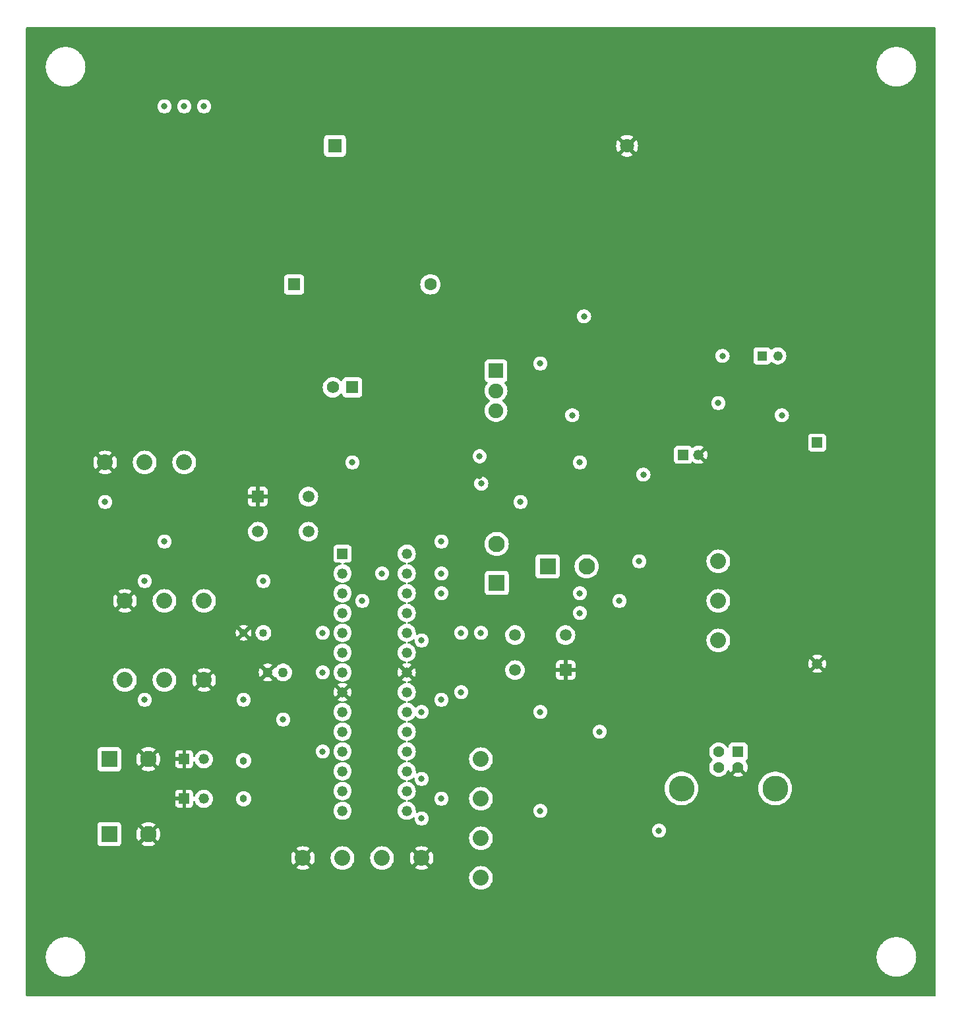
<source format=gbr>
%TF.GenerationSoftware,KiCad,Pcbnew,7.0.8*%
%TF.CreationDate,2023-11-20T12:48:28-05:00*%
%TF.ProjectId,Fufupot,46756675-706f-4742-9e6b-696361645f70,rev?*%
%TF.SameCoordinates,Original*%
%TF.FileFunction,Copper,L2,Inr*%
%TF.FilePolarity,Positive*%
%FSLAX46Y46*%
G04 Gerber Fmt 4.6, Leading zero omitted, Abs format (unit mm)*
G04 Created by KiCad (PCBNEW 7.0.8) date 2023-11-20 12:48:28*
%MOMM*%
%LPD*%
G01*
G04 APERTURE LIST*
%TA.AperFunction,ComponentPad*%
%ADD10R,1.800000X1.800000*%
%TD*%
%TA.AperFunction,ComponentPad*%
%ADD11C,1.800000*%
%TD*%
%TA.AperFunction,ComponentPad*%
%ADD12R,1.219200X1.219200*%
%TD*%
%TA.AperFunction,ComponentPad*%
%ADD13C,1.219200*%
%TD*%
%TA.AperFunction,ComponentPad*%
%ADD14R,1.905000X1.905000*%
%TD*%
%TA.AperFunction,ComponentPad*%
%ADD15C,1.905000*%
%TD*%
%TA.AperFunction,ComponentPad*%
%ADD16R,2.100000X2.100000*%
%TD*%
%TA.AperFunction,ComponentPad*%
%ADD17C,2.100000*%
%TD*%
%TA.AperFunction,ComponentPad*%
%ADD18C,2.032000*%
%TD*%
%TA.AperFunction,ComponentPad*%
%ADD19R,1.320800X1.320800*%
%TD*%
%TA.AperFunction,ComponentPad*%
%ADD20C,1.320800*%
%TD*%
%TA.AperFunction,ComponentPad*%
%ADD21R,1.575000X1.575000*%
%TD*%
%TA.AperFunction,ComponentPad*%
%ADD22C,1.575000*%
%TD*%
%TA.AperFunction,ComponentPad*%
%ADD23R,1.600200X1.600200*%
%TD*%
%TA.AperFunction,ComponentPad*%
%ADD24C,1.600200*%
%TD*%
%TA.AperFunction,ComponentPad*%
%ADD25R,1.508000X1.508000*%
%TD*%
%TA.AperFunction,ComponentPad*%
%ADD26C,1.508000*%
%TD*%
%TA.AperFunction,ComponentPad*%
%ADD27C,1.270000*%
%TD*%
%TA.AperFunction,ComponentPad*%
%ADD28C,0.965200*%
%TD*%
%TA.AperFunction,ComponentPad*%
%ADD29C,1.016000*%
%TD*%
%TA.AperFunction,ComponentPad*%
%ADD30C,3.316000*%
%TD*%
%TA.AperFunction,ComponentPad*%
%ADD31C,1.428000*%
%TD*%
%TA.AperFunction,ComponentPad*%
%ADD32R,1.428000X1.428000*%
%TD*%
%TA.AperFunction,ViaPad*%
%ADD33C,0.800000*%
%TD*%
G04 APERTURE END LIST*
D10*
%TO.N,Net-(J4-Pin_2)*%
%TO.C,C10*%
X90470000Y-55880000D03*
D11*
%TO.N,GND*%
X127970000Y-55880000D03*
%TD*%
D12*
%TO.N,+16V*%
%TO.C,C9*%
X145320000Y-82839415D03*
D13*
%TO.N,Net-(IC1-VSS)*%
X147326600Y-82839415D03*
%TD*%
D14*
%TO.N,Net-(U5-G)*%
%TO.C,U5*%
X111155000Y-84764415D03*
D15*
%TO.N,Net-(J4-Pin_1)*%
X111155000Y-87314415D03*
%TO.N,Net-(IC1-VSS)*%
X111155000Y-89864415D03*
%TD*%
D16*
%TO.N,Net-(J7-Pin_1)*%
%TO.C,J7*%
X61500000Y-134620000D03*
D17*
%TO.N,GND*%
X66500000Y-134620000D03*
%TD*%
D18*
%TO.N,Net-(J11-Pin_1)*%
%TO.C,J11*%
X63500000Y-124460000D03*
%TO.N,+5V*%
X68580000Y-124460000D03*
%TO.N,GND*%
X73660000Y-124460000D03*
%TD*%
D16*
%TO.N,D_Buzz*%
%TO.C,J6*%
X61500000Y-144255000D03*
D17*
%TO.N,GND*%
X66500000Y-144255000D03*
%TD*%
D19*
%TO.N,GND*%
%TO.C,C6*%
X71120000Y-139700000D03*
D20*
%TO.N,Net-(U4-PB7)*%
X73620000Y-139700000D03*
%TD*%
D18*
%TO.N,+5V*%
%TO.C,J3*%
X71120000Y-96520000D03*
%TO.N,+48V*%
X66040000Y-96520000D03*
%TO.N,GND*%
X60960000Y-96520000D03*
%TD*%
D19*
%TO.N,GND*%
%TO.C,C5*%
X71120000Y-134620000D03*
D20*
%TO.N,Net-(U4-PB6)*%
X73620000Y-134620000D03*
%TD*%
D21*
%TO.N,Net-(J4-Pin_1)*%
%TO.C,J4*%
X92690000Y-86885000D03*
D22*
%TO.N,Net-(J4-Pin_2)*%
X90190000Y-86885000D03*
%TD*%
D16*
%TO.N,A3*%
%TO.C,J12*%
X117782500Y-109866915D03*
D17*
%TO.N,+5V*%
X122782500Y-109866915D03*
%TD*%
D18*
%TO.N,GND*%
%TO.C,J8*%
X86360000Y-147320000D03*
%TO.N,D_Switch*%
X91440000Y-147320000D03*
%TO.N,D_Red*%
X96520000Y-147320000D03*
%TO.N,GND*%
X101600000Y-147320000D03*
%TD*%
D23*
%TO.N,Net-(J4-Pin_2)*%
%TO.C,C12*%
X85230000Y-73660000D03*
D24*
%TO.N,Net-(J4-Pin_1)*%
X102730000Y-73660000D03*
%TD*%
D19*
%TO.N,Net-(IC1-VSS)*%
%TO.C,R17*%
X152400000Y-93980000D03*
D20*
%TO.N,GND*%
X152400000Y-122379994D03*
%TD*%
D25*
%TO.N,GND*%
%TO.C,SW2*%
X120090000Y-123189415D03*
D26*
%TO.N,DTR*%
X113590000Y-123189415D03*
%TO.N,N/C*%
X120090000Y-118689415D03*
X113590000Y-118689415D03*
%TD*%
D18*
%TO.N,GND*%
%TO.C,J10*%
X63500000Y-114300000D03*
%TO.N,+5V*%
X68580000Y-114300000D03*
%TO.N,+48V*%
X73660000Y-114300000D03*
%TD*%
D25*
%TO.N,GND*%
%TO.C,SW1*%
X80570000Y-100909415D03*
D26*
%TO.N,RESET*%
X87070000Y-100909415D03*
%TO.N,N/C*%
X80570000Y-105409415D03*
X87070000Y-105409415D03*
%TD*%
D19*
%TO.N,A1*%
%TO.C,C11*%
X135160000Y-95539415D03*
D20*
%TO.N,GND*%
X137160000Y-95539415D03*
%TD*%
D27*
%TO.N,+5V*%
%TO.C,C7*%
X83820000Y-123479415D03*
%TO.N,GND*%
X81820000Y-123479415D03*
%TD*%
D16*
%TO.N,A2*%
%TO.C,J9*%
X111235000Y-111989415D03*
D17*
%TO.N,+5V*%
X111235000Y-106989415D03*
%TD*%
D28*
%TO.N,Net-(U4-PB7)*%
%TO.C,16MHz1*%
X78740000Y-139700000D03*
%TO.N,Net-(U4-PB6)*%
X78740000Y-134819999D03*
%TD*%
D29*
%TO.N,+5V*%
%TO.C,C8*%
X81280000Y-118399415D03*
%TO.N,GND*%
X78740000Y-118399415D03*
%TD*%
D18*
%TO.N,A4*%
%TO.C,J13*%
X139700000Y-119380000D03*
%TO.N,A5*%
X139700000Y-114300000D03*
%TO.N,PWM Speed Control*%
X139700000Y-109220000D03*
%TD*%
D19*
%TO.N,RESET*%
%TO.C,U4*%
X91440000Y-108239415D03*
D20*
%TO.N,RX*%
X91440000Y-110779415D03*
%TO.N,TX*%
X91440000Y-113319415D03*
%TO.N,D_LED*%
X91440000Y-115859415D03*
%TO.N,D9*%
X91440000Y-118399415D03*
%TO.N,D_Red*%
X91440000Y-120939415D03*
%TO.N,+5V*%
X91440000Y-123479415D03*
%TO.N,GND*%
X91440000Y-126019415D03*
%TO.N,Net-(U4-PB6)*%
X91440000Y-128559415D03*
%TO.N,Net-(U4-PB7)*%
X91440000Y-131099415D03*
%TO.N,D_LEDStrip*%
X91440000Y-133639415D03*
%TO.N,Net-(U4-PD6)*%
X91440000Y-136179415D03*
%TO.N,D_Buzz*%
X91440000Y-138719415D03*
%TO.N,D_Switch*%
X91440000Y-141259415D03*
%TO.N,PWM Speed Control*%
X99695000Y-141259415D03*
%TO.N,SS*%
X99695000Y-138719415D03*
%TO.N,MOSI*%
X99695000Y-136179415D03*
%TO.N,MISO*%
X99695000Y-133639415D03*
%TO.N,SCK*%
X99695000Y-131099415D03*
%TO.N,+5V*%
X99695000Y-128559415D03*
%TO.N,unconnected-(U4-AREF-Pad21)*%
X99695000Y-126019415D03*
%TO.N,GND*%
X99695000Y-123479415D03*
%TO.N,A4*%
X99695000Y-120939415D03*
%TO.N,A5*%
X99695000Y-118399415D03*
%TO.N,Net-(U4-PC2)*%
X99695000Y-115859415D03*
%TO.N,A3*%
X99695000Y-113319415D03*
%TO.N,A1*%
X99695000Y-110779415D03*
%TO.N,A2*%
X99695000Y-108239415D03*
%TD*%
D18*
%TO.N,SS*%
%TO.C,J1*%
X109220000Y-149860000D03*
%TO.N,MOSI*%
X109220000Y-144780000D03*
%TO.N,MISO*%
X109220000Y-139700000D03*
%TO.N,SCK*%
X109220000Y-134620000D03*
%TD*%
D30*
%TO.N,N/C*%
%TO.C,J2*%
X147010000Y-138389415D03*
X134970000Y-138389415D03*
D31*
%TO.N,GND*%
X142240000Y-135679415D03*
%TO.N,USB_CON_D+*%
X139740000Y-135679415D03*
%TO.N,USB_CON_D-*%
X139740000Y-133679415D03*
D32*
%TO.N,Net-(J2-VBUS)*%
X142240000Y-133679415D03*
%TD*%
D33*
%TO.N,+48V*%
X92710000Y-96520000D03*
%TO.N,+5V*%
X81280000Y-111760000D03*
%TO.N,GND*%
X128270000Y-137160000D03*
X144610000Y-135470000D03*
%TO.N,+3V3*%
X132080000Y-143799415D03*
%TO.N,+5V*%
X116840000Y-128559415D03*
X68580000Y-106680000D03*
X66040000Y-111760000D03*
X124460000Y-131099415D03*
X88900000Y-123479415D03*
X116840000Y-141259415D03*
X101600000Y-128559415D03*
X104140000Y-106680000D03*
X109220000Y-118399415D03*
%TO.N,Net-(U5-G)*%
X139700000Y-88900000D03*
X116840000Y-83820000D03*
%TO.N,RX*%
X104140000Y-139700000D03*
X96520000Y-110779415D03*
X101600000Y-137160000D03*
X104140000Y-127000000D03*
%TO.N,TX*%
X93980000Y-114300000D03*
X101600000Y-119380000D03*
%TO.N,+48V*%
X109261378Y-99237944D03*
X60960000Y-101600000D03*
X71120000Y-50800000D03*
X68580000Y-50800000D03*
X73660000Y-50800000D03*
X109035000Y-95724415D03*
%TO.N,GND*%
X109220000Y-115859415D03*
X152400000Y-124460000D03*
X101600000Y-124460000D03*
X124460000Y-126019415D03*
X121920000Y-123479415D03*
X78740000Y-100619415D03*
X125362500Y-107326915D03*
X106680000Y-101600000D03*
X101415000Y-95724415D03*
X109035000Y-98264415D03*
X132080000Y-53340000D03*
X119380000Y-133639415D03*
X127000000Y-141259415D03*
X88900000Y-126019415D03*
X119380000Y-131099415D03*
X63500000Y-116840000D03*
X60960000Y-99060000D03*
X103955000Y-93184415D03*
X121920000Y-104140000D03*
X140240000Y-95539415D03*
X116655000Y-95724415D03*
X109220000Y-127000000D03*
X132080000Y-55880000D03*
X132080000Y-58420000D03*
X68580000Y-144780000D03*
X83820000Y-136179415D03*
X125000000Y-87919415D03*
%TO.N,+16V*%
X121920000Y-96520000D03*
X114300000Y-101600000D03*
X140240000Y-82839415D03*
%TO.N,Net-(IC1-VSS)*%
X147860000Y-90459415D03*
X120939415Y-90459415D03*
%TO.N,A1*%
X130080000Y-98079415D03*
X104140000Y-110779415D03*
%TO.N,D9*%
X122460000Y-77759415D03*
X88900000Y-118399415D03*
%TO.N,D_LEDStrip*%
X83820000Y-129540000D03*
X88900000Y-133639415D03*
%TO.N,Net-(J11-Pin_1)*%
X78740000Y-127000000D03*
X66040000Y-127000000D03*
%TO.N,A4*%
X121920000Y-115859415D03*
X106680000Y-126019415D03*
%TO.N,A5*%
X121920000Y-113319415D03*
X106680000Y-118399415D03*
%TO.N,A3*%
X104140000Y-113319415D03*
X129540000Y-109220000D03*
%TO.N,PWM Speed Control*%
X127000000Y-114300000D03*
X101600000Y-142240000D03*
%TD*%
%TA.AperFunction,Conductor*%
%TO.N,GND*%
G36*
X167582539Y-40660185D02*
G01*
X167628294Y-40712989D01*
X167639500Y-40764500D01*
X167639500Y-164975500D01*
X167619815Y-165042539D01*
X167567011Y-165088294D01*
X167515500Y-165099500D01*
X50924500Y-165099500D01*
X50857461Y-165079815D01*
X50811706Y-165027011D01*
X50800500Y-164975500D01*
X50800500Y-160020000D01*
X53334477Y-160020000D01*
X53342384Y-160145692D01*
X53342506Y-160149561D01*
X53342506Y-160179648D01*
X53346276Y-160209495D01*
X53346642Y-160213372D01*
X53354547Y-160339024D01*
X53354549Y-160339041D01*
X53378145Y-160462738D01*
X53378754Y-160466584D01*
X53382523Y-160496415D01*
X53382524Y-160496419D01*
X53390003Y-160525551D01*
X53390849Y-160529336D01*
X53414448Y-160653043D01*
X53414450Y-160653050D01*
X53453359Y-160772800D01*
X53454445Y-160776539D01*
X53461926Y-160805673D01*
X53473002Y-160833652D01*
X53474320Y-160837314D01*
X53513231Y-160957067D01*
X53566850Y-161071013D01*
X53568389Y-161074569D01*
X53579465Y-161102543D01*
X53579470Y-161102556D01*
X53593954Y-161128901D01*
X53595723Y-161132372D01*
X53649339Y-161246311D01*
X53649342Y-161246317D01*
X53716812Y-161352633D01*
X53718795Y-161355985D01*
X53733284Y-161382341D01*
X53733289Y-161382349D01*
X53750971Y-161406687D01*
X53753160Y-161409908D01*
X53790362Y-161468528D01*
X53820629Y-161516221D01*
X53900901Y-161613253D01*
X53903273Y-161616311D01*
X53903276Y-161616316D01*
X53903279Y-161616319D01*
X53920960Y-161640655D01*
X53920963Y-161640660D01*
X53941551Y-161662584D01*
X53944127Y-161665505D01*
X54024390Y-161762526D01*
X54024399Y-161762536D01*
X54116173Y-161848716D01*
X54118913Y-161851455D01*
X54129403Y-161862626D01*
X54139530Y-161873411D01*
X54162715Y-161892591D01*
X54165636Y-161895166D01*
X54257421Y-161981357D01*
X54257431Y-161981365D01*
X54359294Y-162055373D01*
X54362372Y-162057761D01*
X54373580Y-162067032D01*
X54385550Y-162076935D01*
X54385552Y-162076936D01*
X54385553Y-162076937D01*
X54410960Y-162093061D01*
X54414165Y-162095239D01*
X54516041Y-162169256D01*
X54626419Y-162229937D01*
X54629720Y-162231889D01*
X54655136Y-162248019D01*
X54682372Y-162260835D01*
X54685796Y-162262580D01*
X54796169Y-162323258D01*
X54796174Y-162323260D01*
X54796176Y-162323261D01*
X54796177Y-162323262D01*
X54913247Y-162369613D01*
X54916821Y-162371159D01*
X54944039Y-162383967D01*
X54972677Y-162393272D01*
X54976308Y-162394580D01*
X55093390Y-162440936D01*
X55215396Y-162472262D01*
X55219077Y-162473331D01*
X55247703Y-162482633D01*
X55247705Y-162482633D01*
X55247707Y-162482634D01*
X55255195Y-162484062D01*
X55277267Y-162488272D01*
X55281017Y-162489110D01*
X55403017Y-162520435D01*
X55403030Y-162520436D01*
X55403032Y-162520437D01*
X55411802Y-162521544D01*
X55527975Y-162536220D01*
X55531757Y-162536819D01*
X55561339Y-162542463D01*
X55591376Y-162544352D01*
X55595232Y-162544717D01*
X55652001Y-162551888D01*
X55720155Y-162560499D01*
X55720161Y-162560499D01*
X55720165Y-162560500D01*
X55720167Y-162560500D01*
X55846091Y-162560500D01*
X55849963Y-162560621D01*
X55875541Y-162562230D01*
X55879998Y-162562511D01*
X55880000Y-162562511D01*
X55880002Y-162562511D01*
X55884458Y-162562230D01*
X55910036Y-162560621D01*
X55913909Y-162560500D01*
X56039833Y-162560500D01*
X56039835Y-162560500D01*
X56039840Y-162560499D01*
X56039844Y-162560499D01*
X56087869Y-162554431D01*
X56164767Y-162544717D01*
X56168623Y-162544352D01*
X56198661Y-162542463D01*
X56228257Y-162536817D01*
X56232009Y-162536222D01*
X56356983Y-162520435D01*
X56479015Y-162489102D01*
X56482688Y-162488281D01*
X56512297Y-162482633D01*
X56540945Y-162473324D01*
X56544588Y-162472265D01*
X56666610Y-162440936D01*
X56783704Y-162394575D01*
X56787319Y-162393273D01*
X56815961Y-162383967D01*
X56843205Y-162371146D01*
X56846722Y-162369624D01*
X56963831Y-162323258D01*
X57074228Y-162262566D01*
X57077613Y-162260842D01*
X57104864Y-162248019D01*
X57130316Y-162231866D01*
X57133560Y-162229948D01*
X57243959Y-162169256D01*
X57345846Y-162095230D01*
X57349039Y-162093061D01*
X57374450Y-162076935D01*
X57397662Y-162057731D01*
X57400663Y-162055403D01*
X57502577Y-161981359D01*
X57594389Y-161895141D01*
X57597263Y-161892608D01*
X57620469Y-161873411D01*
X57641102Y-161851438D01*
X57643789Y-161848751D01*
X57735606Y-161762530D01*
X57815903Y-161665466D01*
X57818406Y-161662628D01*
X57839038Y-161640658D01*
X57856731Y-161616305D01*
X57859087Y-161613266D01*
X57939371Y-161516221D01*
X57939374Y-161516215D01*
X57939379Y-161516210D01*
X57970818Y-161466667D01*
X58006861Y-161409873D01*
X58009012Y-161406709D01*
X58026713Y-161382346D01*
X58041232Y-161355935D01*
X58043153Y-161352685D01*
X58110659Y-161246315D01*
X58164285Y-161132353D01*
X58166015Y-161128956D01*
X58180533Y-161102549D01*
X58191626Y-161074528D01*
X58193136Y-161071040D01*
X58246767Y-160957070D01*
X58285687Y-160837286D01*
X58286990Y-160833666D01*
X58298072Y-160805679D01*
X58305560Y-160776511D01*
X58306629Y-160772834D01*
X58345551Y-160653046D01*
X58369161Y-160529274D01*
X58369986Y-160525588D01*
X58377476Y-160496419D01*
X58381250Y-160466541D01*
X58381845Y-160462782D01*
X58405451Y-160339039D01*
X58405451Y-160339038D01*
X58405452Y-160339032D01*
X58413357Y-160213372D01*
X58413358Y-160213350D01*
X58413724Y-160209486D01*
X58417493Y-160179652D01*
X58417494Y-160179646D01*
X58418141Y-160138377D01*
X58418252Y-160135560D01*
X58425523Y-160020000D01*
X160014477Y-160020000D01*
X160022384Y-160145692D01*
X160022506Y-160149561D01*
X160022506Y-160179648D01*
X160026276Y-160209495D01*
X160026642Y-160213372D01*
X160034547Y-160339024D01*
X160034549Y-160339041D01*
X160058145Y-160462738D01*
X160058754Y-160466584D01*
X160062523Y-160496415D01*
X160062524Y-160496419D01*
X160070003Y-160525551D01*
X160070849Y-160529336D01*
X160094448Y-160653043D01*
X160094450Y-160653050D01*
X160133359Y-160772800D01*
X160134445Y-160776539D01*
X160141926Y-160805673D01*
X160153002Y-160833652D01*
X160154320Y-160837314D01*
X160193231Y-160957067D01*
X160246850Y-161071013D01*
X160248389Y-161074569D01*
X160259465Y-161102543D01*
X160259470Y-161102556D01*
X160273954Y-161128901D01*
X160275723Y-161132372D01*
X160329339Y-161246311D01*
X160329342Y-161246317D01*
X160396812Y-161352633D01*
X160398795Y-161355985D01*
X160413284Y-161382341D01*
X160413289Y-161382349D01*
X160430971Y-161406687D01*
X160433160Y-161409908D01*
X160470362Y-161468528D01*
X160500629Y-161516221D01*
X160580901Y-161613253D01*
X160583273Y-161616311D01*
X160583276Y-161616316D01*
X160583279Y-161616319D01*
X160600960Y-161640655D01*
X160600963Y-161640660D01*
X160621551Y-161662584D01*
X160624127Y-161665505D01*
X160704390Y-161762526D01*
X160704399Y-161762536D01*
X160796173Y-161848716D01*
X160798913Y-161851455D01*
X160809403Y-161862626D01*
X160819530Y-161873411D01*
X160842715Y-161892591D01*
X160845636Y-161895166D01*
X160937421Y-161981357D01*
X160937431Y-161981365D01*
X161039294Y-162055373D01*
X161042372Y-162057761D01*
X161053580Y-162067032D01*
X161065550Y-162076935D01*
X161065552Y-162076936D01*
X161065553Y-162076937D01*
X161090960Y-162093061D01*
X161094165Y-162095239D01*
X161196041Y-162169256D01*
X161306419Y-162229937D01*
X161309720Y-162231889D01*
X161335136Y-162248019D01*
X161362372Y-162260835D01*
X161365796Y-162262580D01*
X161476169Y-162323258D01*
X161476174Y-162323260D01*
X161476176Y-162323261D01*
X161476177Y-162323262D01*
X161593247Y-162369613D01*
X161596821Y-162371159D01*
X161624039Y-162383967D01*
X161652677Y-162393272D01*
X161656308Y-162394580D01*
X161773390Y-162440936D01*
X161895396Y-162472262D01*
X161899077Y-162473331D01*
X161927703Y-162482633D01*
X161927705Y-162482633D01*
X161927707Y-162482634D01*
X161935195Y-162484062D01*
X161957267Y-162488272D01*
X161961017Y-162489110D01*
X162083017Y-162520435D01*
X162083030Y-162520436D01*
X162083032Y-162520437D01*
X162091802Y-162521544D01*
X162207975Y-162536220D01*
X162211757Y-162536819D01*
X162241339Y-162542463D01*
X162271376Y-162544352D01*
X162275232Y-162544717D01*
X162332001Y-162551888D01*
X162400155Y-162560499D01*
X162400161Y-162560499D01*
X162400165Y-162560500D01*
X162400167Y-162560500D01*
X162526091Y-162560500D01*
X162529963Y-162560621D01*
X162555541Y-162562230D01*
X162559998Y-162562511D01*
X162560000Y-162562511D01*
X162560002Y-162562511D01*
X162564458Y-162562230D01*
X162590036Y-162560621D01*
X162593909Y-162560500D01*
X162719833Y-162560500D01*
X162719835Y-162560500D01*
X162719840Y-162560499D01*
X162719844Y-162560499D01*
X162767869Y-162554431D01*
X162844767Y-162544717D01*
X162848623Y-162544352D01*
X162878661Y-162542463D01*
X162908257Y-162536817D01*
X162912009Y-162536222D01*
X163036983Y-162520435D01*
X163159015Y-162489102D01*
X163162688Y-162488281D01*
X163192297Y-162482633D01*
X163220945Y-162473324D01*
X163224588Y-162472265D01*
X163346610Y-162440936D01*
X163463704Y-162394575D01*
X163467319Y-162393273D01*
X163495961Y-162383967D01*
X163523205Y-162371146D01*
X163526722Y-162369624D01*
X163643831Y-162323258D01*
X163754228Y-162262566D01*
X163757613Y-162260842D01*
X163784864Y-162248019D01*
X163810316Y-162231866D01*
X163813560Y-162229948D01*
X163923959Y-162169256D01*
X164025846Y-162095230D01*
X164029039Y-162093061D01*
X164054450Y-162076935D01*
X164077662Y-162057731D01*
X164080663Y-162055403D01*
X164182577Y-161981359D01*
X164274389Y-161895141D01*
X164277263Y-161892608D01*
X164300469Y-161873411D01*
X164321102Y-161851438D01*
X164323789Y-161848751D01*
X164415606Y-161762530D01*
X164495903Y-161665466D01*
X164498406Y-161662628D01*
X164519038Y-161640658D01*
X164536731Y-161616305D01*
X164539087Y-161613266D01*
X164619371Y-161516221D01*
X164619374Y-161516215D01*
X164619379Y-161516210D01*
X164650818Y-161466667D01*
X164686861Y-161409873D01*
X164689012Y-161406709D01*
X164706713Y-161382346D01*
X164721232Y-161355935D01*
X164723153Y-161352685D01*
X164790659Y-161246315D01*
X164844285Y-161132353D01*
X164846015Y-161128956D01*
X164860533Y-161102549D01*
X164871626Y-161074528D01*
X164873136Y-161071040D01*
X164926767Y-160957070D01*
X164965687Y-160837286D01*
X164966990Y-160833666D01*
X164978072Y-160805679D01*
X164985560Y-160776511D01*
X164986629Y-160772834D01*
X165025551Y-160653046D01*
X165049161Y-160529274D01*
X165049986Y-160525588D01*
X165057476Y-160496419D01*
X165061250Y-160466541D01*
X165061845Y-160462782D01*
X165085451Y-160339039D01*
X165085451Y-160339038D01*
X165085452Y-160339032D01*
X165093357Y-160213372D01*
X165093358Y-160213350D01*
X165093724Y-160209486D01*
X165097493Y-160179652D01*
X165097494Y-160179646D01*
X165098141Y-160138377D01*
X165098252Y-160135560D01*
X165105523Y-160020000D01*
X165098252Y-159904443D01*
X165098141Y-159901619D01*
X165097494Y-159860354D01*
X165093723Y-159830502D01*
X165093358Y-159826649D01*
X165085452Y-159700975D01*
X165085452Y-159700968D01*
X165085449Y-159700954D01*
X165061850Y-159577243D01*
X165061243Y-159573403D01*
X165057476Y-159543587D01*
X165057476Y-159543581D01*
X165057473Y-159543571D01*
X165055439Y-159535648D01*
X165049991Y-159514432D01*
X165049155Y-159510695D01*
X165025551Y-159386954D01*
X164986633Y-159267178D01*
X164985559Y-159263484D01*
X164978072Y-159234321D01*
X164972840Y-159221107D01*
X164966998Y-159206349D01*
X164965679Y-159202685D01*
X164936311Y-159112303D01*
X164926767Y-159082930D01*
X164873140Y-158968968D01*
X164871622Y-158965458D01*
X164860533Y-158937451D01*
X164846036Y-158911081D01*
X164844269Y-158907613D01*
X164790659Y-158793685D01*
X164723180Y-158687356D01*
X164721210Y-158684025D01*
X164706713Y-158657654D01*
X164694517Y-158640867D01*
X164689028Y-158633312D01*
X164686838Y-158630090D01*
X164621617Y-158527319D01*
X164619371Y-158523779D01*
X164539098Y-158426746D01*
X164536741Y-158423708D01*
X164519038Y-158399342D01*
X164498436Y-158377403D01*
X164495871Y-158374493D01*
X164415609Y-158277473D01*
X164415607Y-158277471D01*
X164415606Y-158277470D01*
X164323805Y-158191263D01*
X164321086Y-158188544D01*
X164300469Y-158166589D01*
X164300465Y-158166586D01*
X164277275Y-158147400D01*
X164274355Y-158144825D01*
X164182589Y-158058651D01*
X164182573Y-158058638D01*
X164080706Y-157984626D01*
X164077629Y-157982240D01*
X164071793Y-157977412D01*
X164054450Y-157963065D01*
X164042667Y-157955587D01*
X164029039Y-157946938D01*
X164025820Y-157944749D01*
X163923970Y-157870751D01*
X163923958Y-157870743D01*
X163813608Y-157810077D01*
X163810256Y-157808095D01*
X163784866Y-157791982D01*
X163784864Y-157791981D01*
X163757643Y-157779171D01*
X163754174Y-157777403D01*
X163643837Y-157716745D01*
X163643835Y-157716744D01*
X163643831Y-157716742D01*
X163603118Y-157700622D01*
X163526757Y-157670388D01*
X163523184Y-157668842D01*
X163495961Y-157656033D01*
X163487033Y-157653132D01*
X163467362Y-157646740D01*
X163463699Y-157645421D01*
X163346610Y-157599063D01*
X163224643Y-157567748D01*
X163220902Y-157566661D01*
X163192301Y-157557368D01*
X163192303Y-157557368D01*
X163162740Y-157551728D01*
X163158959Y-157550883D01*
X163090947Y-157533420D01*
X163036985Y-157519565D01*
X163036975Y-157519563D01*
X162912070Y-157503784D01*
X162908224Y-157503175D01*
X162878679Y-157497539D01*
X162878663Y-157497537D01*
X162878661Y-157497537D01*
X162874478Y-157497273D01*
X162848632Y-157495647D01*
X162844756Y-157495280D01*
X162719846Y-157479500D01*
X162719835Y-157479500D01*
X162593909Y-157479500D01*
X162590036Y-157479378D01*
X162564458Y-157477769D01*
X162560002Y-157477489D01*
X162559998Y-157477489D01*
X162555541Y-157477769D01*
X162529963Y-157479378D01*
X162526091Y-157479500D01*
X162400153Y-157479500D01*
X162275244Y-157495280D01*
X162271368Y-157495647D01*
X162243586Y-157497395D01*
X162241339Y-157497537D01*
X162241337Y-157497537D01*
X162241321Y-157497539D01*
X162211778Y-157503175D01*
X162207931Y-157503784D01*
X162083020Y-157519564D01*
X162031024Y-157532914D01*
X161961037Y-157550884D01*
X161957246Y-157551731D01*
X161927705Y-157557366D01*
X161913620Y-157561942D01*
X161899089Y-157566664D01*
X161895360Y-157567747D01*
X161773387Y-157599064D01*
X161656309Y-157645417D01*
X161652648Y-157646735D01*
X161624044Y-157656030D01*
X161624035Y-157656034D01*
X161596817Y-157668841D01*
X161593246Y-157670386D01*
X161476167Y-157716742D01*
X161476164Y-157716744D01*
X161365825Y-157777403D01*
X161362357Y-157779170D01*
X161335139Y-157791979D01*
X161335135Y-157791981D01*
X161309744Y-157808094D01*
X161306394Y-157810075D01*
X161196058Y-157870733D01*
X161196040Y-157870744D01*
X161094170Y-157944755D01*
X161090951Y-157946943D01*
X161065556Y-157963060D01*
X161065551Y-157963064D01*
X161042373Y-157982236D01*
X161039298Y-157984621D01*
X160937423Y-158058641D01*
X160937419Y-158058644D01*
X160845639Y-158144829D01*
X160842720Y-158147403D01*
X160819533Y-158166586D01*
X160819529Y-158166590D01*
X160798929Y-158188527D01*
X160796176Y-158191280D01*
X160704393Y-158277470D01*
X160704391Y-158277472D01*
X160624136Y-158374483D01*
X160621562Y-158377403D01*
X160600968Y-158399334D01*
X160600954Y-158399352D01*
X160583276Y-158423683D01*
X160580889Y-158426760D01*
X160500639Y-158523765D01*
X160500625Y-158523784D01*
X160433158Y-158630092D01*
X160430971Y-158633310D01*
X160413287Y-158657652D01*
X160398797Y-158684009D01*
X160396815Y-158687360D01*
X160329346Y-158793675D01*
X160329338Y-158793688D01*
X160275728Y-158907616D01*
X160273961Y-158911085D01*
X160259466Y-158937452D01*
X160248392Y-158965422D01*
X160246845Y-158968996D01*
X160193234Y-159082927D01*
X160154319Y-159202689D01*
X160153001Y-159206351D01*
X160141929Y-159234317D01*
X160141926Y-159234323D01*
X160134444Y-159263464D01*
X160133358Y-159267202D01*
X160094450Y-159386949D01*
X160094449Y-159386953D01*
X160070851Y-159510652D01*
X160070002Y-159514450D01*
X160062526Y-159543571D01*
X160062523Y-159543587D01*
X160058753Y-159573416D01*
X160058144Y-159577259D01*
X160034550Y-159700954D01*
X160034547Y-159700975D01*
X160026642Y-159826626D01*
X160026276Y-159830502D01*
X160022506Y-159860347D01*
X160022506Y-159890437D01*
X160022384Y-159894309D01*
X160014477Y-160020000D01*
X58425523Y-160020000D01*
X58418252Y-159904443D01*
X58418141Y-159901619D01*
X58417494Y-159860354D01*
X58413723Y-159830502D01*
X58413358Y-159826649D01*
X58405452Y-159700975D01*
X58405452Y-159700968D01*
X58405449Y-159700954D01*
X58381850Y-159577243D01*
X58381243Y-159573403D01*
X58377476Y-159543587D01*
X58377476Y-159543581D01*
X58377473Y-159543571D01*
X58375439Y-159535648D01*
X58369991Y-159514432D01*
X58369155Y-159510695D01*
X58345551Y-159386954D01*
X58306633Y-159267178D01*
X58305559Y-159263484D01*
X58298072Y-159234321D01*
X58292840Y-159221107D01*
X58286998Y-159206349D01*
X58285679Y-159202685D01*
X58256311Y-159112303D01*
X58246767Y-159082930D01*
X58193140Y-158968968D01*
X58191622Y-158965458D01*
X58180533Y-158937451D01*
X58166036Y-158911081D01*
X58164269Y-158907613D01*
X58110659Y-158793685D01*
X58043180Y-158687356D01*
X58041210Y-158684025D01*
X58026713Y-158657654D01*
X58014517Y-158640867D01*
X58009028Y-158633312D01*
X58006838Y-158630090D01*
X57941617Y-158527319D01*
X57939371Y-158523779D01*
X57859098Y-158426746D01*
X57856741Y-158423708D01*
X57839038Y-158399342D01*
X57818436Y-158377403D01*
X57815871Y-158374493D01*
X57735609Y-158277473D01*
X57735607Y-158277471D01*
X57735606Y-158277470D01*
X57643805Y-158191263D01*
X57641086Y-158188544D01*
X57620469Y-158166589D01*
X57620465Y-158166586D01*
X57597275Y-158147400D01*
X57594355Y-158144825D01*
X57502589Y-158058651D01*
X57502573Y-158058638D01*
X57400706Y-157984626D01*
X57397629Y-157982240D01*
X57391793Y-157977412D01*
X57374450Y-157963065D01*
X57362667Y-157955587D01*
X57349039Y-157946938D01*
X57345820Y-157944749D01*
X57243970Y-157870751D01*
X57243958Y-157870743D01*
X57133608Y-157810077D01*
X57130256Y-157808095D01*
X57104866Y-157791982D01*
X57104864Y-157791981D01*
X57077643Y-157779171D01*
X57074174Y-157777403D01*
X56963837Y-157716745D01*
X56963835Y-157716744D01*
X56963831Y-157716742D01*
X56923118Y-157700622D01*
X56846757Y-157670388D01*
X56843184Y-157668842D01*
X56815961Y-157656033D01*
X56807033Y-157653132D01*
X56787362Y-157646740D01*
X56783699Y-157645421D01*
X56666610Y-157599063D01*
X56544643Y-157567748D01*
X56540902Y-157566661D01*
X56512301Y-157557368D01*
X56512303Y-157557368D01*
X56482740Y-157551728D01*
X56478959Y-157550883D01*
X56410947Y-157533420D01*
X56356985Y-157519565D01*
X56356975Y-157519563D01*
X56232070Y-157503784D01*
X56228224Y-157503175D01*
X56198679Y-157497539D01*
X56198663Y-157497537D01*
X56198661Y-157497537D01*
X56194478Y-157497273D01*
X56168632Y-157495647D01*
X56164756Y-157495280D01*
X56039846Y-157479500D01*
X56039835Y-157479500D01*
X55913909Y-157479500D01*
X55910036Y-157479378D01*
X55884458Y-157477769D01*
X55880002Y-157477489D01*
X55879998Y-157477489D01*
X55875541Y-157477769D01*
X55849963Y-157479378D01*
X55846091Y-157479500D01*
X55720153Y-157479500D01*
X55595244Y-157495280D01*
X55591368Y-157495647D01*
X55563586Y-157497395D01*
X55561339Y-157497537D01*
X55561337Y-157497537D01*
X55561321Y-157497539D01*
X55531778Y-157503175D01*
X55527931Y-157503784D01*
X55403020Y-157519564D01*
X55351024Y-157532914D01*
X55281037Y-157550884D01*
X55277246Y-157551731D01*
X55247705Y-157557366D01*
X55233620Y-157561942D01*
X55219089Y-157566664D01*
X55215360Y-157567747D01*
X55093387Y-157599064D01*
X54976309Y-157645417D01*
X54972648Y-157646735D01*
X54944044Y-157656030D01*
X54944035Y-157656034D01*
X54916817Y-157668841D01*
X54913246Y-157670386D01*
X54796167Y-157716742D01*
X54796164Y-157716744D01*
X54685825Y-157777403D01*
X54682357Y-157779170D01*
X54655139Y-157791979D01*
X54655135Y-157791981D01*
X54629744Y-157808094D01*
X54626394Y-157810075D01*
X54516058Y-157870733D01*
X54516040Y-157870744D01*
X54414170Y-157944755D01*
X54410951Y-157946943D01*
X54385556Y-157963060D01*
X54385551Y-157963064D01*
X54362373Y-157982236D01*
X54359298Y-157984621D01*
X54257423Y-158058641D01*
X54257419Y-158058644D01*
X54165639Y-158144829D01*
X54162720Y-158147403D01*
X54139533Y-158166586D01*
X54139529Y-158166590D01*
X54118929Y-158188527D01*
X54116176Y-158191280D01*
X54024393Y-158277470D01*
X54024391Y-158277472D01*
X53944136Y-158374483D01*
X53941562Y-158377403D01*
X53920968Y-158399334D01*
X53920954Y-158399352D01*
X53903276Y-158423683D01*
X53900889Y-158426760D01*
X53820639Y-158523765D01*
X53820625Y-158523784D01*
X53753158Y-158630092D01*
X53750971Y-158633310D01*
X53733287Y-158657652D01*
X53718797Y-158684009D01*
X53716815Y-158687360D01*
X53649346Y-158793675D01*
X53649338Y-158793688D01*
X53595728Y-158907616D01*
X53593961Y-158911085D01*
X53579466Y-158937452D01*
X53568392Y-158965422D01*
X53566845Y-158968996D01*
X53513234Y-159082927D01*
X53474319Y-159202689D01*
X53473001Y-159206351D01*
X53461929Y-159234317D01*
X53461926Y-159234323D01*
X53454444Y-159263464D01*
X53453358Y-159267202D01*
X53414450Y-159386949D01*
X53414449Y-159386953D01*
X53390851Y-159510652D01*
X53390002Y-159514450D01*
X53382526Y-159543571D01*
X53382523Y-159543587D01*
X53378753Y-159573416D01*
X53378144Y-159577259D01*
X53354550Y-159700954D01*
X53354547Y-159700975D01*
X53346642Y-159826626D01*
X53346276Y-159830502D01*
X53342506Y-159860347D01*
X53342506Y-159890437D01*
X53342384Y-159894309D01*
X53334477Y-160020000D01*
X50800500Y-160020000D01*
X50800500Y-149860000D01*
X107698811Y-149860000D01*
X107717538Y-150097963D01*
X107773261Y-150330068D01*
X107864608Y-150550600D01*
X107864610Y-150550604D01*
X107864611Y-150550605D01*
X107989332Y-150754132D01*
X108144357Y-150935643D01*
X108325868Y-151090668D01*
X108529395Y-151215389D01*
X108529397Y-151215389D01*
X108529399Y-151215391D01*
X108605071Y-151246735D01*
X108749927Y-151306737D01*
X108982034Y-151362461D01*
X109220000Y-151381189D01*
X109457966Y-151362461D01*
X109690073Y-151306737D01*
X109910605Y-151215389D01*
X110114132Y-151090668D01*
X110295643Y-150935643D01*
X110450668Y-150754132D01*
X110575389Y-150550605D01*
X110666737Y-150330073D01*
X110722461Y-150097966D01*
X110741189Y-149860000D01*
X110722461Y-149622034D01*
X110666737Y-149389927D01*
X110575389Y-149169395D01*
X110450668Y-148965868D01*
X110295643Y-148784357D01*
X110114132Y-148629332D01*
X109910605Y-148504611D01*
X109910604Y-148504610D01*
X109910600Y-148504608D01*
X109690068Y-148413261D01*
X109457962Y-148357538D01*
X109457963Y-148357538D01*
X109220000Y-148338811D01*
X108982036Y-148357538D01*
X108749931Y-148413261D01*
X108529399Y-148504608D01*
X108325867Y-148629332D01*
X108144357Y-148784357D01*
X107989332Y-148965867D01*
X107864608Y-149169399D01*
X107773261Y-149389931D01*
X107717538Y-149622036D01*
X107698811Y-149860000D01*
X50800500Y-149860000D01*
X50800500Y-147320000D01*
X84839312Y-147320000D01*
X84858033Y-147557883D01*
X84913742Y-147789925D01*
X85005056Y-148010378D01*
X85123229Y-148203216D01*
X85769356Y-147557089D01*
X85780868Y-147592519D01*
X85866835Y-147727981D01*
X85983790Y-147837809D01*
X86120555Y-147912996D01*
X85476782Y-148556769D01*
X85476782Y-148556770D01*
X85669621Y-148674943D01*
X85890075Y-148766257D01*
X85890072Y-148766257D01*
X86122116Y-148821966D01*
X86360000Y-148840687D01*
X86597883Y-148821966D01*
X86829925Y-148766257D01*
X87050374Y-148674944D01*
X87243216Y-148556769D01*
X86595977Y-147909529D01*
X86668345Y-147880877D01*
X86798142Y-147786574D01*
X86900410Y-147662954D01*
X86950359Y-147556806D01*
X87596769Y-148203216D01*
X87714944Y-148010374D01*
X87806257Y-147789925D01*
X87861966Y-147557883D01*
X87880687Y-147320000D01*
X89918811Y-147320000D01*
X89937538Y-147557963D01*
X89993261Y-147790068D01*
X90084608Y-148010600D01*
X90084610Y-148010604D01*
X90084611Y-148010605D01*
X90209332Y-148214132D01*
X90364357Y-148395643D01*
X90545868Y-148550668D01*
X90749395Y-148675389D01*
X90749397Y-148675389D01*
X90749399Y-148675391D01*
X90825071Y-148706735D01*
X90969927Y-148766737D01*
X91202034Y-148822461D01*
X91440000Y-148841189D01*
X91677966Y-148822461D01*
X91910073Y-148766737D01*
X92130605Y-148675389D01*
X92334132Y-148550668D01*
X92515643Y-148395643D01*
X92670668Y-148214132D01*
X92795389Y-148010605D01*
X92886737Y-147790073D01*
X92942461Y-147557966D01*
X92961189Y-147320000D01*
X94998811Y-147320000D01*
X95017538Y-147557963D01*
X95073261Y-147790068D01*
X95164608Y-148010600D01*
X95164610Y-148010604D01*
X95164611Y-148010605D01*
X95289332Y-148214132D01*
X95444357Y-148395643D01*
X95625868Y-148550668D01*
X95829395Y-148675389D01*
X95829397Y-148675389D01*
X95829399Y-148675391D01*
X95905071Y-148706735D01*
X96049927Y-148766737D01*
X96282034Y-148822461D01*
X96520000Y-148841189D01*
X96757966Y-148822461D01*
X96990073Y-148766737D01*
X97210605Y-148675389D01*
X97414132Y-148550668D01*
X97595643Y-148395643D01*
X97750668Y-148214132D01*
X97875389Y-148010605D01*
X97966737Y-147790073D01*
X98022461Y-147557966D01*
X98041189Y-147320000D01*
X100079312Y-147320000D01*
X100098033Y-147557883D01*
X100153742Y-147789925D01*
X100245056Y-148010378D01*
X100363229Y-148203216D01*
X101009356Y-147557089D01*
X101020868Y-147592519D01*
X101106835Y-147727981D01*
X101223790Y-147837809D01*
X101360555Y-147912996D01*
X100716782Y-148556769D01*
X100716782Y-148556770D01*
X100909621Y-148674943D01*
X101130075Y-148766257D01*
X101130072Y-148766257D01*
X101362116Y-148821966D01*
X101600000Y-148840687D01*
X101837883Y-148821966D01*
X102069925Y-148766257D01*
X102290374Y-148674944D01*
X102483216Y-148556769D01*
X101835977Y-147909529D01*
X101908345Y-147880877D01*
X102038142Y-147786574D01*
X102140410Y-147662954D01*
X102190359Y-147556806D01*
X102836769Y-148203216D01*
X102954944Y-148010374D01*
X103046257Y-147789925D01*
X103101966Y-147557883D01*
X103120687Y-147320000D01*
X103101966Y-147082116D01*
X103046257Y-146850074D01*
X102954943Y-146629621D01*
X102836769Y-146436782D01*
X102190643Y-147082908D01*
X102179132Y-147047481D01*
X102093165Y-146912019D01*
X101976210Y-146802191D01*
X101839443Y-146727002D01*
X102483216Y-146083229D01*
X102290378Y-145965056D01*
X102069924Y-145873742D01*
X102069927Y-145873742D01*
X101837883Y-145818033D01*
X101600000Y-145799312D01*
X101362116Y-145818033D01*
X101130074Y-145873742D01*
X100909621Y-145965056D01*
X100716782Y-146083229D01*
X101364023Y-146730469D01*
X101291655Y-146759123D01*
X101161858Y-146853426D01*
X101059590Y-146977046D01*
X101009640Y-147083193D01*
X100363229Y-146436782D01*
X100245056Y-146629621D01*
X100153742Y-146850074D01*
X100098033Y-147082116D01*
X100079312Y-147320000D01*
X98041189Y-147320000D01*
X98022461Y-147082034D01*
X97966737Y-146849927D01*
X97875389Y-146629395D01*
X97750668Y-146425868D01*
X97595643Y-146244357D01*
X97414132Y-146089332D01*
X97210605Y-145964611D01*
X97210604Y-145964610D01*
X97210600Y-145964608D01*
X96990068Y-145873261D01*
X96757962Y-145817538D01*
X96757963Y-145817538D01*
X96520000Y-145798811D01*
X96282036Y-145817538D01*
X96049931Y-145873261D01*
X95829399Y-145964608D01*
X95625867Y-146089332D01*
X95444357Y-146244357D01*
X95289332Y-146425867D01*
X95164608Y-146629399D01*
X95073261Y-146849931D01*
X95017538Y-147082036D01*
X94998811Y-147320000D01*
X92961189Y-147320000D01*
X92942461Y-147082034D01*
X92886737Y-146849927D01*
X92795389Y-146629395D01*
X92670668Y-146425868D01*
X92515643Y-146244357D01*
X92334132Y-146089332D01*
X92130605Y-145964611D01*
X92130604Y-145964610D01*
X92130600Y-145964608D01*
X91910068Y-145873261D01*
X91677962Y-145817538D01*
X91677963Y-145817538D01*
X91440000Y-145798811D01*
X91202036Y-145817538D01*
X90969931Y-145873261D01*
X90749399Y-145964608D01*
X90545867Y-146089332D01*
X90364357Y-146244357D01*
X90209332Y-146425867D01*
X90084608Y-146629399D01*
X89993261Y-146849931D01*
X89937538Y-147082036D01*
X89918811Y-147320000D01*
X87880687Y-147320000D01*
X87861966Y-147082116D01*
X87806257Y-146850074D01*
X87714943Y-146629621D01*
X87596769Y-146436782D01*
X86950643Y-147082908D01*
X86939132Y-147047481D01*
X86853165Y-146912019D01*
X86736210Y-146802191D01*
X86599443Y-146727002D01*
X87243216Y-146083229D01*
X87050378Y-145965056D01*
X86829924Y-145873742D01*
X86829927Y-145873742D01*
X86597883Y-145818033D01*
X86360000Y-145799312D01*
X86122116Y-145818033D01*
X85890074Y-145873742D01*
X85669621Y-145965056D01*
X85476782Y-146083229D01*
X86124023Y-146730469D01*
X86051655Y-146759123D01*
X85921858Y-146853426D01*
X85819590Y-146977046D01*
X85769640Y-147083193D01*
X85123229Y-146436782D01*
X85005056Y-146629621D01*
X84913742Y-146850074D01*
X84858033Y-147082116D01*
X84839312Y-147320000D01*
X50800500Y-147320000D01*
X50800500Y-145352870D01*
X59949500Y-145352870D01*
X59949501Y-145352876D01*
X59955908Y-145412483D01*
X60006202Y-145547328D01*
X60006206Y-145547335D01*
X60092452Y-145662544D01*
X60092455Y-145662547D01*
X60207664Y-145748793D01*
X60207671Y-145748797D01*
X60342517Y-145799091D01*
X60342516Y-145799091D01*
X60349444Y-145799835D01*
X60402127Y-145805500D01*
X62597872Y-145805499D01*
X62657483Y-145799091D01*
X62792331Y-145748796D01*
X62907546Y-145662546D01*
X62993796Y-145547331D01*
X63044091Y-145412483D01*
X63050500Y-145352873D01*
X63050499Y-144255000D01*
X64945207Y-144255000D01*
X64964348Y-144498219D01*
X65021303Y-144735457D01*
X65114668Y-144960861D01*
X65238504Y-145162942D01*
X65859859Y-144541586D01*
X65919680Y-144655566D01*
X66032405Y-144782806D01*
X66172305Y-144879371D01*
X66213541Y-144895010D01*
X65592056Y-145516494D01*
X65794138Y-145640331D01*
X66019542Y-145733696D01*
X66256780Y-145790651D01*
X66256779Y-145790651D01*
X66500000Y-145809792D01*
X66743219Y-145790651D01*
X66980457Y-145733696D01*
X67205861Y-145640331D01*
X67407942Y-145516494D01*
X66786457Y-144895010D01*
X66827695Y-144879371D01*
X66967595Y-144782806D01*
X67080320Y-144655566D01*
X67140139Y-144541587D01*
X67761494Y-145162942D01*
X67885331Y-144960861D01*
X67960246Y-144780000D01*
X107698811Y-144780000D01*
X107717538Y-145017963D01*
X107773261Y-145250068D01*
X107864608Y-145470600D01*
X107864610Y-145470604D01*
X107864611Y-145470605D01*
X107989332Y-145674132D01*
X108144357Y-145855643D01*
X108325868Y-146010668D01*
X108529395Y-146135389D01*
X108529397Y-146135389D01*
X108529399Y-146135391D01*
X108605071Y-146166735D01*
X108749927Y-146226737D01*
X108982034Y-146282461D01*
X109220000Y-146301189D01*
X109457966Y-146282461D01*
X109690073Y-146226737D01*
X109910605Y-146135389D01*
X110114132Y-146010668D01*
X110295643Y-145855643D01*
X110450668Y-145674132D01*
X110575389Y-145470605D01*
X110666737Y-145250073D01*
X110722461Y-145017966D01*
X110741189Y-144780000D01*
X110722461Y-144542034D01*
X110666737Y-144309927D01*
X110575389Y-144089395D01*
X110450668Y-143885868D01*
X110376830Y-143799415D01*
X131174540Y-143799415D01*
X131194326Y-143987671D01*
X131194327Y-143987674D01*
X131252818Y-144167692D01*
X131252821Y-144167699D01*
X131347467Y-144331631D01*
X131474129Y-144472303D01*
X131627265Y-144583563D01*
X131627270Y-144583566D01*
X131800192Y-144660557D01*
X131800197Y-144660559D01*
X131985354Y-144699915D01*
X131985355Y-144699915D01*
X132174644Y-144699915D01*
X132174646Y-144699915D01*
X132359803Y-144660559D01*
X132532730Y-144583566D01*
X132685871Y-144472303D01*
X132812533Y-144331631D01*
X132907179Y-144167699D01*
X132965674Y-143987671D01*
X132985460Y-143799415D01*
X132965674Y-143611159D01*
X132907179Y-143431131D01*
X132812533Y-143267199D01*
X132685871Y-143126527D01*
X132685870Y-143126526D01*
X132532734Y-143015266D01*
X132532729Y-143015263D01*
X132359807Y-142938272D01*
X132359802Y-142938270D01*
X132214001Y-142907280D01*
X132174646Y-142898915D01*
X131985354Y-142898915D01*
X131952897Y-142905813D01*
X131800197Y-142938270D01*
X131800192Y-142938272D01*
X131627270Y-143015263D01*
X131627265Y-143015266D01*
X131474129Y-143126526D01*
X131347466Y-143267200D01*
X131252821Y-143431130D01*
X131252818Y-143431137D01*
X131212573Y-143555000D01*
X131194326Y-143611159D01*
X131174540Y-143799415D01*
X110376830Y-143799415D01*
X110295643Y-143704357D01*
X110114132Y-143549332D01*
X109910605Y-143424611D01*
X109910604Y-143424610D01*
X109910600Y-143424608D01*
X109690068Y-143333261D01*
X109457962Y-143277538D01*
X109457963Y-143277538D01*
X109220000Y-143258811D01*
X108982036Y-143277538D01*
X108749931Y-143333261D01*
X108529399Y-143424608D01*
X108325867Y-143549332D01*
X108144357Y-143704357D01*
X107989332Y-143885867D01*
X107864608Y-144089399D01*
X107773261Y-144309931D01*
X107717538Y-144542036D01*
X107698811Y-144780000D01*
X67960246Y-144780000D01*
X67978696Y-144735457D01*
X68035651Y-144498219D01*
X68054792Y-144255000D01*
X68035651Y-144011780D01*
X67978696Y-143774542D01*
X67885331Y-143549138D01*
X67761494Y-143347056D01*
X67140139Y-143968411D01*
X67080320Y-143854434D01*
X66967595Y-143727194D01*
X66827695Y-143630629D01*
X66786457Y-143614989D01*
X67407942Y-142993504D01*
X67205861Y-142869668D01*
X66980457Y-142776303D01*
X66743219Y-142719348D01*
X66743220Y-142719348D01*
X66500000Y-142700207D01*
X66256780Y-142719348D01*
X66019542Y-142776303D01*
X65794146Y-142869665D01*
X65794141Y-142869668D01*
X65592056Y-142993504D01*
X66213542Y-143614989D01*
X66172305Y-143630629D01*
X66032405Y-143727194D01*
X65919680Y-143854434D01*
X65859860Y-143968412D01*
X65238504Y-143347056D01*
X65114668Y-143549141D01*
X65114665Y-143549146D01*
X65021303Y-143774542D01*
X64964348Y-144011780D01*
X64945207Y-144255000D01*
X63050499Y-144255000D01*
X63050499Y-143157128D01*
X63044091Y-143097517D01*
X63016727Y-143024151D01*
X62993797Y-142962671D01*
X62993793Y-142962664D01*
X62907547Y-142847455D01*
X62907544Y-142847452D01*
X62792335Y-142761206D01*
X62792328Y-142761202D01*
X62657482Y-142710908D01*
X62657483Y-142710908D01*
X62597883Y-142704501D01*
X62597881Y-142704500D01*
X62597873Y-142704500D01*
X62597864Y-142704500D01*
X60402129Y-142704500D01*
X60402123Y-142704501D01*
X60342516Y-142710908D01*
X60207671Y-142761202D01*
X60207664Y-142761206D01*
X60092455Y-142847452D01*
X60092452Y-142847455D01*
X60006206Y-142962664D01*
X60006202Y-142962671D01*
X59955908Y-143097517D01*
X59949501Y-143157116D01*
X59949501Y-143157123D01*
X59949500Y-143157135D01*
X59949500Y-145352870D01*
X50800500Y-145352870D01*
X50800500Y-141259415D01*
X90274127Y-141259415D01*
X90293977Y-141473643D01*
X90352855Y-141680574D01*
X90352860Y-141680587D01*
X90448751Y-141873161D01*
X90448753Y-141873164D01*
X90448755Y-141873168D01*
X90578409Y-142044859D01*
X90578412Y-142044861D01*
X90578414Y-142044864D01*
X90737402Y-142189800D01*
X90737404Y-142189801D01*
X90737405Y-142189802D01*
X90920326Y-142303062D01*
X91120944Y-142380782D01*
X91332427Y-142420315D01*
X91332429Y-142420315D01*
X91547571Y-142420315D01*
X91547573Y-142420315D01*
X91759056Y-142380782D01*
X91959674Y-142303062D01*
X92142595Y-142189802D01*
X92301591Y-142044859D01*
X92431245Y-141873168D01*
X92527144Y-141680577D01*
X92586022Y-141473644D01*
X92605873Y-141259415D01*
X98529127Y-141259415D01*
X98548977Y-141473643D01*
X98607855Y-141680574D01*
X98607860Y-141680587D01*
X98703751Y-141873161D01*
X98703753Y-141873164D01*
X98703755Y-141873168D01*
X98833409Y-142044859D01*
X98833412Y-142044861D01*
X98833414Y-142044864D01*
X98992402Y-142189800D01*
X98992404Y-142189801D01*
X98992405Y-142189802D01*
X99175326Y-142303062D01*
X99375944Y-142380782D01*
X99587427Y-142420315D01*
X99587429Y-142420315D01*
X99802571Y-142420315D01*
X99802573Y-142420315D01*
X100014056Y-142380782D01*
X100214674Y-142303062D01*
X100397595Y-142189802D01*
X100490906Y-142104737D01*
X100553706Y-142074123D01*
X100623093Y-142082320D01*
X100677034Y-142126730D01*
X100698402Y-142193252D01*
X100697762Y-142209335D01*
X100694540Y-142239997D01*
X100694540Y-142240000D01*
X100714326Y-142428256D01*
X100714327Y-142428259D01*
X100772818Y-142608277D01*
X100772821Y-142608284D01*
X100867467Y-142772216D01*
X100981548Y-142898915D01*
X100994129Y-142912888D01*
X101147265Y-143024148D01*
X101147270Y-143024151D01*
X101320192Y-143101142D01*
X101320197Y-143101144D01*
X101505354Y-143140500D01*
X101505355Y-143140500D01*
X101694644Y-143140500D01*
X101694646Y-143140500D01*
X101879803Y-143101144D01*
X102052730Y-143024151D01*
X102205871Y-142912888D01*
X102332533Y-142772216D01*
X102427179Y-142608284D01*
X102485674Y-142428256D01*
X102505460Y-142240000D01*
X102485674Y-142051744D01*
X102427179Y-141871716D01*
X102332533Y-141707784D01*
X102205871Y-141567112D01*
X102190000Y-141555581D01*
X102052734Y-141455851D01*
X102052729Y-141455848D01*
X101879807Y-141378857D01*
X101879802Y-141378855D01*
X101734001Y-141347865D01*
X101694646Y-141339500D01*
X101505354Y-141339500D01*
X101472897Y-141346398D01*
X101320197Y-141378855D01*
X101320192Y-141378857D01*
X101147270Y-141455848D01*
X101147265Y-141455851D01*
X101042317Y-141532101D01*
X100976511Y-141555581D01*
X100908457Y-141539755D01*
X100859762Y-141489650D01*
X100845887Y-141421172D01*
X100845961Y-141420342D01*
X100860873Y-141259415D01*
X115934540Y-141259415D01*
X115954326Y-141447671D01*
X115954327Y-141447674D01*
X116012818Y-141627692D01*
X116012821Y-141627699D01*
X116107467Y-141791631D01*
X116180890Y-141873175D01*
X116234129Y-141932303D01*
X116387265Y-142043563D01*
X116387270Y-142043566D01*
X116560192Y-142120557D01*
X116560197Y-142120559D01*
X116745354Y-142159915D01*
X116745355Y-142159915D01*
X116934644Y-142159915D01*
X116934646Y-142159915D01*
X117119803Y-142120559D01*
X117292730Y-142043566D01*
X117445871Y-141932303D01*
X117572533Y-141791631D01*
X117667179Y-141627699D01*
X117725674Y-141447671D01*
X117745460Y-141259415D01*
X117725674Y-141071159D01*
X117667179Y-140891131D01*
X117572533Y-140727199D01*
X117445871Y-140586527D01*
X117445870Y-140586526D01*
X117292734Y-140475266D01*
X117292729Y-140475263D01*
X117119807Y-140398272D01*
X117119802Y-140398270D01*
X116974001Y-140367280D01*
X116934646Y-140358915D01*
X116745354Y-140358915D01*
X116712897Y-140365813D01*
X116560197Y-140398270D01*
X116560192Y-140398272D01*
X116387270Y-140475263D01*
X116387265Y-140475266D01*
X116234129Y-140586526D01*
X116107466Y-140727200D01*
X116012821Y-140891130D01*
X116012818Y-140891137D01*
X115962765Y-141045186D01*
X115954326Y-141071159D01*
X115934540Y-141259415D01*
X100860873Y-141259415D01*
X100860873Y-141259414D01*
X100841022Y-141045186D01*
X100782144Y-140838253D01*
X100773735Y-140821366D01*
X100686248Y-140645668D01*
X100686247Y-140645667D01*
X100686245Y-140645662D01*
X100556591Y-140473971D01*
X100556587Y-140473967D01*
X100556585Y-140473965D01*
X100397597Y-140329029D01*
X100357811Y-140304394D01*
X100214674Y-140215768D01*
X100014056Y-140138048D01*
X99870983Y-140111303D01*
X99808704Y-140079636D01*
X99773431Y-140019323D01*
X99776365Y-139949515D01*
X99816574Y-139892375D01*
X99870982Y-139867526D01*
X100014056Y-139840782D01*
X100214674Y-139763062D01*
X100316523Y-139700000D01*
X103234540Y-139700000D01*
X103254326Y-139888256D01*
X103254327Y-139888259D01*
X103312818Y-140068277D01*
X103312821Y-140068284D01*
X103407467Y-140232216D01*
X103480890Y-140313760D01*
X103534129Y-140372888D01*
X103687265Y-140484148D01*
X103687270Y-140484151D01*
X103860192Y-140561142D01*
X103860197Y-140561144D01*
X104045354Y-140600500D01*
X104045355Y-140600500D01*
X104234644Y-140600500D01*
X104234646Y-140600500D01*
X104419803Y-140561144D01*
X104592730Y-140484151D01*
X104745871Y-140372888D01*
X104872533Y-140232216D01*
X104967179Y-140068284D01*
X105025674Y-139888256D01*
X105045460Y-139700000D01*
X107698811Y-139700000D01*
X107717538Y-139937963D01*
X107773261Y-140170068D01*
X107864608Y-140390600D01*
X107864610Y-140390604D01*
X107864611Y-140390605D01*
X107989332Y-140594132D01*
X108144357Y-140775643D01*
X108325868Y-140930668D01*
X108529395Y-141055389D01*
X108529397Y-141055389D01*
X108529399Y-141055391D01*
X108605071Y-141086735D01*
X108749927Y-141146737D01*
X108982034Y-141202461D01*
X109220000Y-141221189D01*
X109457966Y-141202461D01*
X109690073Y-141146737D01*
X109910605Y-141055389D01*
X110114132Y-140930668D01*
X110295643Y-140775643D01*
X110450668Y-140594132D01*
X110575389Y-140390605D01*
X110666737Y-140170073D01*
X110722461Y-139937966D01*
X110741189Y-139700000D01*
X110722461Y-139462034D01*
X110666737Y-139229927D01*
X110582728Y-139027112D01*
X110575391Y-139009399D01*
X110570538Y-139001480D01*
X110450668Y-138805868D01*
X110295643Y-138624357D01*
X110114132Y-138469332D01*
X109983719Y-138389415D01*
X132806456Y-138389415D01*
X132826606Y-138684018D01*
X132826607Y-138684020D01*
X132886682Y-138973120D01*
X132886687Y-138973137D01*
X132985572Y-139251371D01*
X133121426Y-139513559D01*
X133121430Y-139513565D01*
X133291708Y-139754795D01*
X133291712Y-139754799D01*
X133291714Y-139754802D01*
X133420199Y-139892375D01*
X133493266Y-139970611D01*
X133493272Y-139970616D01*
X133722320Y-140156960D01*
X133722324Y-140156963D01*
X133722326Y-140156964D01*
X133722327Y-140156965D01*
X133974629Y-140310394D01*
X133974631Y-140310395D01*
X133974633Y-140310396D01*
X134118505Y-140372888D01*
X134245473Y-140428038D01*
X134529814Y-140507707D01*
X134822352Y-140547914D01*
X134822353Y-140547915D01*
X134822355Y-140547915D01*
X135117647Y-140547915D01*
X135117647Y-140547914D01*
X135410186Y-140507707D01*
X135694527Y-140428038D01*
X135965371Y-140310394D01*
X136217673Y-140156965D01*
X136446734Y-139970611D01*
X136648286Y-139754802D01*
X136818574Y-139513558D01*
X136954427Y-139251373D01*
X137053314Y-138973132D01*
X137053315Y-138973125D01*
X137053317Y-138973120D01*
X137106037Y-138719415D01*
X137113393Y-138684018D01*
X137133544Y-138389415D01*
X144846456Y-138389415D01*
X144866606Y-138684018D01*
X144866607Y-138684020D01*
X144926682Y-138973120D01*
X144926687Y-138973137D01*
X145025572Y-139251371D01*
X145161426Y-139513559D01*
X145161430Y-139513565D01*
X145331708Y-139754795D01*
X145331712Y-139754799D01*
X145331714Y-139754802D01*
X145460199Y-139892375D01*
X145533266Y-139970611D01*
X145533272Y-139970616D01*
X145762320Y-140156960D01*
X145762324Y-140156963D01*
X145762326Y-140156964D01*
X145762327Y-140156965D01*
X146014629Y-140310394D01*
X146014631Y-140310395D01*
X146014633Y-140310396D01*
X146158505Y-140372888D01*
X146285473Y-140428038D01*
X146569814Y-140507707D01*
X146862352Y-140547914D01*
X146862353Y-140547915D01*
X146862355Y-140547915D01*
X147157647Y-140547915D01*
X147157647Y-140547914D01*
X147450186Y-140507707D01*
X147734527Y-140428038D01*
X148005371Y-140310394D01*
X148257673Y-140156965D01*
X148486734Y-139970611D01*
X148688286Y-139754802D01*
X148858574Y-139513558D01*
X148994427Y-139251373D01*
X149093314Y-138973132D01*
X149093315Y-138973125D01*
X149093317Y-138973120D01*
X149146037Y-138719415D01*
X149153393Y-138684018D01*
X149173544Y-138389415D01*
X149153393Y-138094812D01*
X149122085Y-137944151D01*
X149093317Y-137805709D01*
X149093312Y-137805692D01*
X148994427Y-137527458D01*
X148994427Y-137527457D01*
X148858574Y-137265272D01*
X148858573Y-137265270D01*
X148858569Y-137265264D01*
X148688291Y-137024034D01*
X148688287Y-137024030D01*
X148688286Y-137024028D01*
X148486734Y-136808219D01*
X148486727Y-136808213D01*
X148257679Y-136621869D01*
X148257675Y-136621866D01*
X148005366Y-136468433D01*
X147734528Y-136350792D01*
X147450191Y-136271124D01*
X147450183Y-136271122D01*
X147157647Y-136230915D01*
X147157645Y-136230915D01*
X146862355Y-136230915D01*
X146862353Y-136230915D01*
X146569816Y-136271122D01*
X146569808Y-136271124D01*
X146285471Y-136350792D01*
X146014633Y-136468433D01*
X145762324Y-136621866D01*
X145762320Y-136621869D01*
X145533272Y-136808213D01*
X145533266Y-136808218D01*
X145331708Y-137024034D01*
X145161430Y-137265264D01*
X145161426Y-137265270D01*
X145025572Y-137527458D01*
X144926687Y-137805692D01*
X144926682Y-137805709D01*
X144866607Y-138094809D01*
X144866606Y-138094811D01*
X144846456Y-138389415D01*
X137133544Y-138389415D01*
X137113393Y-138094812D01*
X137082085Y-137944151D01*
X137053317Y-137805709D01*
X137053312Y-137805692D01*
X136954427Y-137527458D01*
X136954427Y-137527457D01*
X136818574Y-137265272D01*
X136818573Y-137265270D01*
X136818569Y-137265264D01*
X136648291Y-137024034D01*
X136648287Y-137024030D01*
X136648286Y-137024028D01*
X136446734Y-136808219D01*
X136446727Y-136808213D01*
X136217679Y-136621869D01*
X136217675Y-136621866D01*
X135965366Y-136468433D01*
X135694528Y-136350792D01*
X135410191Y-136271124D01*
X135410183Y-136271122D01*
X135117647Y-136230915D01*
X135117645Y-136230915D01*
X134822355Y-136230915D01*
X134822353Y-136230915D01*
X134529816Y-136271122D01*
X134529808Y-136271124D01*
X134245471Y-136350792D01*
X133974633Y-136468433D01*
X133722324Y-136621866D01*
X133722320Y-136621869D01*
X133493272Y-136808213D01*
X133493266Y-136808218D01*
X133291708Y-137024034D01*
X133121430Y-137265264D01*
X133121426Y-137265270D01*
X132985572Y-137527458D01*
X132886687Y-137805692D01*
X132886682Y-137805709D01*
X132826607Y-138094809D01*
X132826606Y-138094811D01*
X132806456Y-138389415D01*
X109983719Y-138389415D01*
X109910605Y-138344611D01*
X109910604Y-138344610D01*
X109910600Y-138344608D01*
X109690068Y-138253261D01*
X109457962Y-138197538D01*
X109457963Y-138197538D01*
X109220000Y-138178811D01*
X108982036Y-138197538D01*
X108749931Y-138253261D01*
X108529399Y-138344608D01*
X108325867Y-138469332D01*
X108144357Y-138624357D01*
X107989332Y-138805867D01*
X107864608Y-139009399D01*
X107773261Y-139229931D01*
X107717538Y-139462036D01*
X107698811Y-139700000D01*
X105045460Y-139700000D01*
X105025674Y-139511744D01*
X104967179Y-139331716D01*
X104872533Y-139167784D01*
X104745871Y-139027112D01*
X104745870Y-139027111D01*
X104592734Y-138915851D01*
X104592729Y-138915848D01*
X104419807Y-138838857D01*
X104419802Y-138838855D01*
X104264605Y-138805868D01*
X104234646Y-138799500D01*
X104045354Y-138799500D01*
X104015399Y-138805867D01*
X103860197Y-138838855D01*
X103860192Y-138838857D01*
X103687270Y-138915848D01*
X103687265Y-138915851D01*
X103534129Y-139027111D01*
X103407466Y-139167785D01*
X103312821Y-139331715D01*
X103312818Y-139331722D01*
X103255776Y-139507280D01*
X103254326Y-139511744D01*
X103234540Y-139700000D01*
X100316523Y-139700000D01*
X100397595Y-139649802D01*
X100556591Y-139504859D01*
X100686245Y-139333168D01*
X100782144Y-139140577D01*
X100841022Y-138933644D01*
X100860873Y-138719415D01*
X100841022Y-138505186D01*
X100782144Y-138298253D01*
X100731994Y-138197539D01*
X100686248Y-138105668D01*
X100686247Y-138105667D01*
X100686245Y-138105662D01*
X100556591Y-137933971D01*
X100556587Y-137933967D01*
X100556585Y-137933965D01*
X100397597Y-137789029D01*
X100357811Y-137764394D01*
X100214674Y-137675768D01*
X100014056Y-137598048D01*
X99870983Y-137571303D01*
X99808704Y-137539636D01*
X99773431Y-137479323D01*
X99776365Y-137409515D01*
X99816574Y-137352375D01*
X99870982Y-137327526D01*
X100014056Y-137300782D01*
X100214674Y-137223062D01*
X100397595Y-137109802D01*
X100490906Y-137024737D01*
X100553706Y-136994123D01*
X100623093Y-137002320D01*
X100677034Y-137046730D01*
X100698402Y-137113252D01*
X100697762Y-137129335D01*
X100694540Y-137159997D01*
X100694540Y-137160000D01*
X100714326Y-137348256D01*
X100714327Y-137348259D01*
X100772818Y-137528277D01*
X100772821Y-137528284D01*
X100867467Y-137692216D01*
X100954637Y-137789028D01*
X100994129Y-137832888D01*
X101147265Y-137944148D01*
X101147270Y-137944151D01*
X101320192Y-138021142D01*
X101320197Y-138021144D01*
X101505354Y-138060500D01*
X101505355Y-138060500D01*
X101694644Y-138060500D01*
X101694646Y-138060500D01*
X101879803Y-138021144D01*
X102052730Y-137944151D01*
X102205871Y-137832888D01*
X102332533Y-137692216D01*
X102427179Y-137528284D01*
X102485674Y-137348256D01*
X102505460Y-137160000D01*
X102485674Y-136971744D01*
X102427179Y-136791716D01*
X102332533Y-136627784D01*
X102205871Y-136487112D01*
X102180166Y-136468436D01*
X102052734Y-136375851D01*
X102052729Y-136375848D01*
X101879807Y-136298857D01*
X101879802Y-136298855D01*
X101734001Y-136267865D01*
X101694646Y-136259500D01*
X101505354Y-136259500D01*
X101472897Y-136266398D01*
X101320197Y-136298855D01*
X101320192Y-136298857D01*
X101147270Y-136375848D01*
X101147265Y-136375851D01*
X101042317Y-136452101D01*
X100976511Y-136475581D01*
X100908457Y-136459755D01*
X100859762Y-136409650D01*
X100845887Y-136341172D01*
X100845961Y-136340342D01*
X100860873Y-136179415D01*
X100860873Y-136179414D01*
X100841022Y-135965186D01*
X100817209Y-135881494D01*
X100782144Y-135758253D01*
X100773735Y-135741366D01*
X100686248Y-135565668D01*
X100686247Y-135565667D01*
X100686245Y-135565662D01*
X100556591Y-135393971D01*
X100556587Y-135393967D01*
X100556585Y-135393965D01*
X100397597Y-135249029D01*
X100315240Y-135198036D01*
X100214674Y-135135768D01*
X100014056Y-135058048D01*
X99870983Y-135031303D01*
X99808704Y-134999636D01*
X99773431Y-134939323D01*
X99776365Y-134869515D01*
X99816574Y-134812375D01*
X99870982Y-134787526D01*
X100014056Y-134760782D01*
X100214674Y-134683062D01*
X100316523Y-134620000D01*
X107698811Y-134620000D01*
X107717538Y-134857963D01*
X107773261Y-135090068D01*
X107864608Y-135310600D01*
X107864610Y-135310604D01*
X107864611Y-135310605D01*
X107989332Y-135514132D01*
X108144357Y-135695643D01*
X108325868Y-135850668D01*
X108529395Y-135975389D01*
X108529397Y-135975389D01*
X108529399Y-135975391D01*
X108601681Y-136005331D01*
X108749927Y-136066737D01*
X108982034Y-136122461D01*
X109220000Y-136141189D01*
X109457966Y-136122461D01*
X109690073Y-136066737D01*
X109910605Y-135975389D01*
X110114132Y-135850668D01*
X110295643Y-135695643D01*
X110309501Y-135679417D01*
X138520861Y-135679417D01*
X138539381Y-135891110D01*
X138539383Y-135891120D01*
X138594381Y-136096377D01*
X138594383Y-136096381D01*
X138594384Y-136096385D01*
X138670446Y-136259500D01*
X138684195Y-136288985D01*
X138684197Y-136288989D01*
X138806081Y-136463057D01*
X138806086Y-136463063D01*
X138956351Y-136613328D01*
X138956357Y-136613333D01*
X139130425Y-136735217D01*
X139130427Y-136735218D01*
X139130430Y-136735220D01*
X139323030Y-136825031D01*
X139528299Y-136880033D01*
X139679514Y-136893262D01*
X139739998Y-136898554D01*
X139740000Y-136898554D01*
X139740002Y-136898554D01*
X139792925Y-136893923D01*
X139951701Y-136880033D01*
X140156970Y-136825031D01*
X140349570Y-136735220D01*
X140523647Y-136613330D01*
X140673915Y-136463062D01*
X140795805Y-136288985D01*
X140877894Y-136112943D01*
X140924066Y-136060505D01*
X140991260Y-136041353D01*
X141058141Y-136061569D01*
X141102658Y-136112945D01*
X141184627Y-136288730D01*
X141184633Y-136288740D01*
X141222722Y-136343137D01*
X141786220Y-135779639D01*
X141786467Y-135782931D01*
X141837128Y-135912013D01*
X141923586Y-136020428D01*
X142038159Y-136098542D01*
X142142301Y-136130665D01*
X141576277Y-136696690D01*
X141630680Y-136734785D01*
X141630684Y-136734787D01*
X141823195Y-136824556D01*
X141823209Y-136824561D01*
X142028380Y-136879536D01*
X142028390Y-136879538D01*
X142239999Y-136898052D01*
X142240001Y-136898052D01*
X142451609Y-136879538D01*
X142451619Y-136879536D01*
X142656790Y-136824561D01*
X142656804Y-136824556D01*
X142849314Y-136734788D01*
X142903722Y-136696690D01*
X142337020Y-136129987D01*
X142377119Y-136123944D01*
X142502054Y-136063778D01*
X142603705Y-135969460D01*
X142673039Y-135849370D01*
X142689850Y-135775712D01*
X143257275Y-136343136D01*
X143295373Y-136288729D01*
X143385141Y-136096219D01*
X143385146Y-136096205D01*
X143440121Y-135891034D01*
X143440123Y-135891024D01*
X143458637Y-135679415D01*
X143458637Y-135679414D01*
X143440123Y-135467805D01*
X143440121Y-135467795D01*
X143385146Y-135262624D01*
X143385141Y-135262610D01*
X143295372Y-135070100D01*
X143295371Y-135070098D01*
X143223223Y-134967060D01*
X143200896Y-134900854D01*
X143217906Y-134833086D01*
X143250484Y-134796671D01*
X143311546Y-134750961D01*
X143397796Y-134635746D01*
X143448091Y-134500898D01*
X143454500Y-134441288D01*
X143454499Y-132917543D01*
X143448091Y-132857932D01*
X143446614Y-132853973D01*
X143397797Y-132723086D01*
X143397793Y-132723079D01*
X143311547Y-132607870D01*
X143311544Y-132607867D01*
X143196335Y-132521621D01*
X143196328Y-132521617D01*
X143061482Y-132471323D01*
X143061483Y-132471323D01*
X143001883Y-132464916D01*
X143001881Y-132464915D01*
X143001873Y-132464915D01*
X143001864Y-132464915D01*
X141478129Y-132464915D01*
X141478123Y-132464916D01*
X141418516Y-132471323D01*
X141283671Y-132521617D01*
X141283664Y-132521621D01*
X141168455Y-132607867D01*
X141168452Y-132607870D01*
X141082206Y-132723079D01*
X141082202Y-132723086D01*
X141031908Y-132857932D01*
X141025501Y-132917531D01*
X141025501Y-132917538D01*
X141025500Y-132917550D01*
X141025500Y-133004915D01*
X141005815Y-133071954D01*
X140953011Y-133117709D01*
X140883853Y-133127653D01*
X140820297Y-133098628D01*
X140799720Y-133073713D01*
X140798910Y-133074281D01*
X140795562Y-133069500D01*
X140689161Y-132917542D01*
X140673916Y-132895769D01*
X140632112Y-132853965D01*
X140523647Y-132745500D01*
X140523643Y-132745497D01*
X140523642Y-132745496D01*
X140349574Y-132623612D01*
X140349570Y-132623610D01*
X140349566Y-132623608D01*
X140156970Y-132533799D01*
X140156966Y-132533798D01*
X140156962Y-132533796D01*
X139951705Y-132478798D01*
X139951703Y-132478797D01*
X139951701Y-132478797D01*
X139951699Y-132478796D01*
X139951695Y-132478796D01*
X139740002Y-132460276D01*
X139739998Y-132460276D01*
X139528304Y-132478796D01*
X139528294Y-132478798D01*
X139323037Y-132533796D01*
X139323028Y-132533800D01*
X139130433Y-132623608D01*
X138956350Y-132745501D01*
X138806086Y-132895765D01*
X138684193Y-133069848D01*
X138594385Y-133262443D01*
X138594381Y-133262452D01*
X138539383Y-133467709D01*
X138539381Y-133467719D01*
X138520861Y-133679412D01*
X138520861Y-133679417D01*
X138539381Y-133891110D01*
X138539383Y-133891120D01*
X138594381Y-134096377D01*
X138594383Y-134096381D01*
X138594384Y-134096385D01*
X138669003Y-134256406D01*
X138684195Y-134288985D01*
X138684197Y-134288989D01*
X138806081Y-134463057D01*
X138806086Y-134463063D01*
X138934756Y-134591733D01*
X138968241Y-134653056D01*
X138963257Y-134722748D01*
X138934757Y-134767095D01*
X138806083Y-134895769D01*
X138684193Y-135069848D01*
X138594385Y-135262443D01*
X138594381Y-135262452D01*
X138539383Y-135467709D01*
X138539381Y-135467719D01*
X138520861Y-135679412D01*
X138520861Y-135679417D01*
X110309501Y-135679417D01*
X110450668Y-135514132D01*
X110575389Y-135310605D01*
X110666737Y-135090073D01*
X110722461Y-134857966D01*
X110741189Y-134620000D01*
X110722461Y-134382034D01*
X110666737Y-134149927D01*
X110602824Y-133995629D01*
X110575391Y-133929399D01*
X110569631Y-133920000D01*
X110450668Y-133725868D01*
X110295643Y-133544357D01*
X110114132Y-133389332D01*
X109910605Y-133264611D01*
X109910604Y-133264610D01*
X109910600Y-133264608D01*
X109690068Y-133173261D01*
X109457962Y-133117538D01*
X109457963Y-133117538D01*
X109220000Y-133098811D01*
X108982036Y-133117538D01*
X108749931Y-133173261D01*
X108529399Y-133264608D01*
X108325867Y-133389332D01*
X108144357Y-133544357D01*
X107989332Y-133725867D01*
X107864608Y-133929399D01*
X107773261Y-134149931D01*
X107717538Y-134382036D01*
X107698811Y-134620000D01*
X100316523Y-134620000D01*
X100397595Y-134569802D01*
X100556591Y-134424859D01*
X100686245Y-134253168D01*
X100782144Y-134060577D01*
X100841022Y-133853644D01*
X100860873Y-133639415D01*
X100841022Y-133425186D01*
X100782144Y-133218253D01*
X100779256Y-133212454D01*
X100686248Y-133025668D01*
X100686247Y-133025667D01*
X100686245Y-133025662D01*
X100556591Y-132853971D01*
X100556587Y-132853967D01*
X100556585Y-132853965D01*
X100397597Y-132709029D01*
X100357811Y-132684394D01*
X100214674Y-132595768D01*
X100014056Y-132518048D01*
X99870983Y-132491303D01*
X99808704Y-132459636D01*
X99773431Y-132399323D01*
X99776365Y-132329515D01*
X99816574Y-132272375D01*
X99870982Y-132247526D01*
X100014056Y-132220782D01*
X100214674Y-132143062D01*
X100397595Y-132029802D01*
X100556591Y-131884859D01*
X100686245Y-131713168D01*
X100782144Y-131520577D01*
X100841022Y-131313644D01*
X100860873Y-131099415D01*
X123554540Y-131099415D01*
X123574326Y-131287671D01*
X123574327Y-131287674D01*
X123632818Y-131467692D01*
X123632821Y-131467699D01*
X123727467Y-131631631D01*
X123800890Y-131713175D01*
X123854129Y-131772303D01*
X124007265Y-131883563D01*
X124007270Y-131883566D01*
X124180192Y-131960557D01*
X124180197Y-131960559D01*
X124365354Y-131999915D01*
X124365355Y-131999915D01*
X124554644Y-131999915D01*
X124554646Y-131999915D01*
X124739803Y-131960559D01*
X124912730Y-131883566D01*
X125065871Y-131772303D01*
X125192533Y-131631631D01*
X125287179Y-131467699D01*
X125345674Y-131287671D01*
X125365460Y-131099415D01*
X125345674Y-130911159D01*
X125287179Y-130731131D01*
X125192533Y-130567199D01*
X125065871Y-130426527D01*
X125065870Y-130426526D01*
X124912734Y-130315266D01*
X124912729Y-130315263D01*
X124739807Y-130238272D01*
X124739802Y-130238270D01*
X124594001Y-130207280D01*
X124554646Y-130198915D01*
X124365354Y-130198915D01*
X124332897Y-130205813D01*
X124180197Y-130238270D01*
X124180192Y-130238272D01*
X124007270Y-130315263D01*
X124007265Y-130315266D01*
X123854129Y-130426526D01*
X123727466Y-130567200D01*
X123632821Y-130731130D01*
X123632818Y-130731137D01*
X123582765Y-130885186D01*
X123574326Y-130911159D01*
X123554540Y-131099415D01*
X100860873Y-131099415D01*
X100841022Y-130885186D01*
X100782144Y-130678253D01*
X100686245Y-130485662D01*
X100556591Y-130313971D01*
X100556587Y-130313967D01*
X100556585Y-130313965D01*
X100397597Y-130169029D01*
X100357811Y-130144394D01*
X100214674Y-130055768D01*
X100014056Y-129978048D01*
X99870983Y-129951303D01*
X99808704Y-129919636D01*
X99773431Y-129859323D01*
X99776365Y-129789515D01*
X99816574Y-129732375D01*
X99870982Y-129707526D01*
X100014056Y-129680782D01*
X100214674Y-129603062D01*
X100397595Y-129489802D01*
X100556591Y-129344859D01*
X100686245Y-129173168D01*
X100695697Y-129154184D01*
X100743200Y-129102947D01*
X100810862Y-129085525D01*
X100877203Y-129107450D01*
X100898848Y-129126483D01*
X100994129Y-129232303D01*
X101147265Y-129343563D01*
X101147270Y-129343566D01*
X101320192Y-129420557D01*
X101320197Y-129420559D01*
X101505354Y-129459915D01*
X101505355Y-129459915D01*
X101694644Y-129459915D01*
X101694646Y-129459915D01*
X101879803Y-129420559D01*
X102052730Y-129343566D01*
X102205871Y-129232303D01*
X102332533Y-129091631D01*
X102427179Y-128927699D01*
X102485674Y-128747671D01*
X102505460Y-128559415D01*
X115934540Y-128559415D01*
X115954326Y-128747671D01*
X115954327Y-128747674D01*
X116012818Y-128927692D01*
X116012821Y-128927699D01*
X116107467Y-129091631D01*
X116180890Y-129173175D01*
X116234129Y-129232303D01*
X116387265Y-129343563D01*
X116387270Y-129343566D01*
X116560192Y-129420557D01*
X116560197Y-129420559D01*
X116745354Y-129459915D01*
X116745355Y-129459915D01*
X116934644Y-129459915D01*
X116934646Y-129459915D01*
X117119803Y-129420559D01*
X117292730Y-129343566D01*
X117445871Y-129232303D01*
X117572533Y-129091631D01*
X117667179Y-128927699D01*
X117725674Y-128747671D01*
X117745460Y-128559415D01*
X117725674Y-128371159D01*
X117667179Y-128191131D01*
X117572533Y-128027199D01*
X117445871Y-127886527D01*
X117445870Y-127886526D01*
X117292734Y-127775266D01*
X117292729Y-127775263D01*
X117119807Y-127698272D01*
X117119802Y-127698270D01*
X116974001Y-127667280D01*
X116934646Y-127658915D01*
X116745354Y-127658915D01*
X116712897Y-127665813D01*
X116560197Y-127698270D01*
X116560192Y-127698272D01*
X116387270Y-127775263D01*
X116387265Y-127775266D01*
X116234129Y-127886526D01*
X116107466Y-128027200D01*
X116012821Y-128191130D01*
X116012818Y-128191137D01*
X115962765Y-128345186D01*
X115954326Y-128371159D01*
X115934540Y-128559415D01*
X102505460Y-128559415D01*
X102485674Y-128371159D01*
X102427179Y-128191131D01*
X102332533Y-128027199D01*
X102205871Y-127886527D01*
X102205870Y-127886526D01*
X102052734Y-127775266D01*
X102052729Y-127775263D01*
X101879807Y-127698272D01*
X101879802Y-127698270D01*
X101734001Y-127667280D01*
X101694646Y-127658915D01*
X101505354Y-127658915D01*
X101472897Y-127665813D01*
X101320197Y-127698270D01*
X101320192Y-127698272D01*
X101147270Y-127775263D01*
X101147265Y-127775266D01*
X100994129Y-127886526D01*
X100994128Y-127886527D01*
X100898847Y-127992347D01*
X100839361Y-128028995D01*
X100769504Y-128027664D01*
X100711456Y-127988777D01*
X100695698Y-127964646D01*
X100686248Y-127945668D01*
X100686247Y-127945667D01*
X100686245Y-127945662D01*
X100556591Y-127773971D01*
X100556587Y-127773967D01*
X100556585Y-127773965D01*
X100397597Y-127629029D01*
X100357811Y-127604394D01*
X100214674Y-127515768D01*
X100014056Y-127438048D01*
X99870983Y-127411303D01*
X99808704Y-127379636D01*
X99773431Y-127319323D01*
X99776365Y-127249515D01*
X99816574Y-127192375D01*
X99870982Y-127167526D01*
X100014056Y-127140782D01*
X100214674Y-127063062D01*
X100316523Y-127000000D01*
X103234540Y-127000000D01*
X103254326Y-127188256D01*
X103255664Y-127192375D01*
X103312818Y-127368277D01*
X103312821Y-127368284D01*
X103407467Y-127532216D01*
X103494637Y-127629028D01*
X103534129Y-127672888D01*
X103687265Y-127784148D01*
X103687270Y-127784151D01*
X103860192Y-127861142D01*
X103860197Y-127861144D01*
X104045354Y-127900500D01*
X104045355Y-127900500D01*
X104234644Y-127900500D01*
X104234646Y-127900500D01*
X104419803Y-127861144D01*
X104592730Y-127784151D01*
X104745871Y-127672888D01*
X104872533Y-127532216D01*
X104967179Y-127368284D01*
X105025674Y-127188256D01*
X105045460Y-127000000D01*
X105025674Y-126811744D01*
X104967179Y-126631716D01*
X104872533Y-126467784D01*
X104745871Y-126327112D01*
X104655246Y-126261269D01*
X104592734Y-126215851D01*
X104592729Y-126215848D01*
X104419807Y-126138857D01*
X104419802Y-126138855D01*
X104274001Y-126107865D01*
X104234646Y-126099500D01*
X104045354Y-126099500D01*
X104012897Y-126106398D01*
X103860197Y-126138855D01*
X103860192Y-126138857D01*
X103687270Y-126215848D01*
X103687265Y-126215851D01*
X103534129Y-126327111D01*
X103407466Y-126467785D01*
X103312821Y-126631715D01*
X103312818Y-126631722D01*
X103256984Y-126803563D01*
X103254326Y-126811744D01*
X103234540Y-127000000D01*
X100316523Y-127000000D01*
X100397595Y-126949802D01*
X100556591Y-126804859D01*
X100686245Y-126633168D01*
X100782144Y-126440577D01*
X100841022Y-126233644D01*
X100860873Y-126019415D01*
X105774540Y-126019415D01*
X105794326Y-126207671D01*
X105794327Y-126207674D01*
X105852818Y-126387692D01*
X105852821Y-126387699D01*
X105947467Y-126551631D01*
X106020890Y-126633175D01*
X106074129Y-126692303D01*
X106227265Y-126803563D01*
X106227270Y-126803566D01*
X106400192Y-126880557D01*
X106400197Y-126880559D01*
X106585354Y-126919915D01*
X106585355Y-126919915D01*
X106774644Y-126919915D01*
X106774646Y-126919915D01*
X106959803Y-126880559D01*
X107132730Y-126803566D01*
X107285871Y-126692303D01*
X107412533Y-126551631D01*
X107507179Y-126387699D01*
X107565674Y-126207671D01*
X107585460Y-126019415D01*
X107565674Y-125831159D01*
X107507179Y-125651131D01*
X107412533Y-125487199D01*
X107285871Y-125346527D01*
X107281314Y-125343216D01*
X107132734Y-125235266D01*
X107132729Y-125235263D01*
X106959807Y-125158272D01*
X106959802Y-125158270D01*
X106814001Y-125127280D01*
X106774646Y-125118915D01*
X106585354Y-125118915D01*
X106552897Y-125125813D01*
X106400197Y-125158270D01*
X106400192Y-125158272D01*
X106227270Y-125235263D01*
X106227265Y-125235266D01*
X106074129Y-125346526D01*
X105947466Y-125487200D01*
X105852821Y-125651130D01*
X105852818Y-125651137D01*
X105799450Y-125815389D01*
X105794326Y-125831159D01*
X105774540Y-126019415D01*
X100860873Y-126019415D01*
X100855595Y-125962461D01*
X100841022Y-125805186D01*
X100833162Y-125777561D01*
X100782144Y-125598253D01*
X100750967Y-125535642D01*
X100686248Y-125405668D01*
X100686247Y-125405667D01*
X100686245Y-125405662D01*
X100556591Y-125233971D01*
X100556587Y-125233967D01*
X100556585Y-125233965D01*
X100397597Y-125089029D01*
X100287527Y-125020877D01*
X100214674Y-124975768D01*
X100014056Y-124898048D01*
X99869623Y-124871048D01*
X99807344Y-124839380D01*
X99772071Y-124779068D01*
X99775005Y-124709260D01*
X99815214Y-124652120D01*
X99869626Y-124627271D01*
X100013915Y-124600299D01*
X100013926Y-124600295D01*
X100214450Y-124522612D01*
X100214452Y-124522611D01*
X100319561Y-124457529D01*
X99744995Y-123882962D01*
X99822150Y-123870742D01*
X99936854Y-123812298D01*
X100027883Y-123721269D01*
X100086327Y-123606565D01*
X100098547Y-123529410D01*
X100675587Y-124106448D01*
X100675588Y-124106448D01*
X100685817Y-124092904D01*
X100781674Y-123900399D01*
X100840528Y-123693546D01*
X100860370Y-123479415D01*
X100840528Y-123265283D01*
X100818943Y-123189417D01*
X112330708Y-123189417D01*
X112349838Y-123408083D01*
X112349839Y-123408090D01*
X112358233Y-123439415D01*
X112406653Y-123620118D01*
X112406654Y-123620121D01*
X112406655Y-123620123D01*
X112499419Y-123819057D01*
X112499423Y-123819065D01*
X112625322Y-123998867D01*
X112625327Y-123998873D01*
X112780541Y-124154087D01*
X112780547Y-124154092D01*
X112960349Y-124279991D01*
X112960351Y-124279992D01*
X112960354Y-124279994D01*
X113159297Y-124372762D01*
X113371326Y-124429576D01*
X113527521Y-124443241D01*
X113589998Y-124448707D01*
X113590000Y-124448707D01*
X113590002Y-124448707D01*
X113650501Y-124443414D01*
X113808674Y-124429576D01*
X114020703Y-124372762D01*
X114219646Y-124279994D01*
X114399457Y-124154089D01*
X114554674Y-123998872D01*
X114560005Y-123991259D01*
X118836000Y-123991259D01*
X118842401Y-124050787D01*
X118842403Y-124050794D01*
X118892645Y-124185501D01*
X118892649Y-124185508D01*
X118978809Y-124300602D01*
X118978812Y-124300605D01*
X119093906Y-124386765D01*
X119093913Y-124386769D01*
X119228620Y-124437011D01*
X119228627Y-124437013D01*
X119288155Y-124443414D01*
X119288172Y-124443415D01*
X119840000Y-124443415D01*
X119840000Y-123624916D01*
X119947685Y-123674095D01*
X120054237Y-123689415D01*
X120125763Y-123689415D01*
X120232315Y-123674095D01*
X120340000Y-123624916D01*
X120340000Y-124443415D01*
X120891828Y-124443415D01*
X120891844Y-124443414D01*
X120951372Y-124437013D01*
X120951379Y-124437011D01*
X121086086Y-124386769D01*
X121086093Y-124386765D01*
X121201187Y-124300605D01*
X121201190Y-124300602D01*
X121287350Y-124185508D01*
X121287354Y-124185501D01*
X121337596Y-124050794D01*
X121337598Y-124050787D01*
X121343999Y-123991259D01*
X121344000Y-123991242D01*
X121344000Y-123439415D01*
X120523686Y-123439415D01*
X120549493Y-123399259D01*
X120590000Y-123261304D01*
X120590000Y-123117526D01*
X120549493Y-122979571D01*
X120523686Y-122939415D01*
X121344000Y-122939415D01*
X121344000Y-122387587D01*
X121343999Y-122387570D01*
X121343184Y-122379994D01*
X151234629Y-122379994D01*
X151254471Y-122594125D01*
X151313325Y-122800978D01*
X151409178Y-122993476D01*
X151409183Y-122993485D01*
X151419411Y-123007027D01*
X151996452Y-122429987D01*
X152008673Y-122507144D01*
X152067117Y-122621848D01*
X152158146Y-122712877D01*
X152272850Y-122771321D01*
X152350005Y-122783541D01*
X151775437Y-123358108D01*
X151880551Y-123423191D01*
X152081083Y-123500877D01*
X152292475Y-123540394D01*
X152507525Y-123540394D01*
X152718916Y-123500877D01*
X152718926Y-123500874D01*
X152919450Y-123423191D01*
X152919452Y-123423190D01*
X153024561Y-123358108D01*
X152449995Y-122783541D01*
X152527150Y-122771321D01*
X152641854Y-122712877D01*
X152732883Y-122621848D01*
X152791327Y-122507144D01*
X152803547Y-122429988D01*
X153380587Y-123007027D01*
X153380588Y-123007027D01*
X153390817Y-122993483D01*
X153486674Y-122800978D01*
X153545528Y-122594125D01*
X153565370Y-122379994D01*
X153545528Y-122165862D01*
X153486674Y-121959009D01*
X153390816Y-121766502D01*
X153380587Y-121752958D01*
X152803547Y-122329999D01*
X152791327Y-122252844D01*
X152732883Y-122138140D01*
X152641854Y-122047111D01*
X152527150Y-121988667D01*
X152449994Y-121976446D01*
X153024561Y-121401878D01*
X153024560Y-121401877D01*
X152919454Y-121336798D01*
X152919448Y-121336796D01*
X152718916Y-121259110D01*
X152507525Y-121219594D01*
X152292475Y-121219594D01*
X152081083Y-121259110D01*
X152081082Y-121259110D01*
X151880552Y-121336795D01*
X151775437Y-121401878D01*
X152350006Y-121976446D01*
X152272850Y-121988667D01*
X152158146Y-122047111D01*
X152067117Y-122138140D01*
X152008673Y-122252844D01*
X151996452Y-122330000D01*
X151419411Y-121752959D01*
X151419410Y-121752959D01*
X151409182Y-121766504D01*
X151313325Y-121959009D01*
X151254471Y-122165862D01*
X151234629Y-122379994D01*
X121343184Y-122379994D01*
X121337598Y-122328042D01*
X121337596Y-122328035D01*
X121287354Y-122193328D01*
X121287350Y-122193321D01*
X121201190Y-122078227D01*
X121201187Y-122078224D01*
X121086093Y-121992064D01*
X121086086Y-121992060D01*
X120951379Y-121941818D01*
X120951372Y-121941816D01*
X120891844Y-121935415D01*
X120340000Y-121935415D01*
X120340000Y-122753913D01*
X120232315Y-122704735D01*
X120125763Y-122689415D01*
X120054237Y-122689415D01*
X119947685Y-122704735D01*
X119840000Y-122753913D01*
X119840000Y-121935415D01*
X119288155Y-121935415D01*
X119228627Y-121941816D01*
X119228620Y-121941818D01*
X119093913Y-121992060D01*
X119093906Y-121992064D01*
X118978812Y-122078224D01*
X118978809Y-122078227D01*
X118892649Y-122193321D01*
X118892645Y-122193328D01*
X118842403Y-122328035D01*
X118842401Y-122328042D01*
X118836000Y-122387570D01*
X118836000Y-122939415D01*
X119656314Y-122939415D01*
X119630507Y-122979571D01*
X119590000Y-123117526D01*
X119590000Y-123261304D01*
X119630507Y-123399259D01*
X119656314Y-123439415D01*
X118836000Y-123439415D01*
X118836000Y-123991259D01*
X114560005Y-123991259D01*
X114680579Y-123819061D01*
X114773347Y-123620118D01*
X114830161Y-123408089D01*
X114846334Y-123223229D01*
X114849292Y-123189417D01*
X114849292Y-123189412D01*
X114840427Y-123088088D01*
X114830161Y-122970741D01*
X114773347Y-122758712D01*
X114680579Y-122559769D01*
X114680577Y-122559766D01*
X114680576Y-122559764D01*
X114554677Y-122379962D01*
X114554672Y-122379956D01*
X114399458Y-122224742D01*
X114399452Y-122224737D01*
X114219650Y-122098838D01*
X114219642Y-122098834D01*
X114020708Y-122006070D01*
X114020706Y-122006069D01*
X114020703Y-122006068D01*
X113845080Y-121959009D01*
X113808675Y-121949254D01*
X113808668Y-121949253D01*
X113590002Y-121930123D01*
X113589998Y-121930123D01*
X113371331Y-121949253D01*
X113371324Y-121949254D01*
X113280489Y-121973594D01*
X113159297Y-122006068D01*
X113159295Y-122006068D01*
X113159291Y-122006070D01*
X112960357Y-122098834D01*
X112960349Y-122098838D01*
X112780547Y-122224737D01*
X112780541Y-122224742D01*
X112625327Y-122379956D01*
X112625322Y-122379962D01*
X112499423Y-122559764D01*
X112499419Y-122559772D01*
X112406655Y-122758706D01*
X112406653Y-122758710D01*
X112406653Y-122758712D01*
X112395328Y-122800978D01*
X112349839Y-122970739D01*
X112349838Y-122970746D01*
X112330708Y-123189412D01*
X112330708Y-123189417D01*
X100818943Y-123189417D01*
X100781674Y-123058430D01*
X100685816Y-122865923D01*
X100675587Y-122852379D01*
X100098547Y-123429419D01*
X100086327Y-123352265D01*
X100027883Y-123237561D01*
X99936854Y-123146532D01*
X99822150Y-123088088D01*
X99744994Y-123075867D01*
X100319561Y-122501299D01*
X100319560Y-122501298D01*
X100214454Y-122436219D01*
X100214448Y-122436217D01*
X100013916Y-122358531D01*
X99869625Y-122331558D01*
X99807344Y-122299890D01*
X99772071Y-122239577D01*
X99775005Y-122169769D01*
X99815214Y-122112629D01*
X99869621Y-122087781D01*
X100014056Y-122060782D01*
X100214674Y-121983062D01*
X100397595Y-121869802D01*
X100556591Y-121724859D01*
X100686245Y-121553168D01*
X100782144Y-121360577D01*
X100841022Y-121153644D01*
X100860873Y-120939415D01*
X100855595Y-120882461D01*
X100841022Y-120725186D01*
X100782144Y-120518253D01*
X100750967Y-120455642D01*
X100686248Y-120325668D01*
X100686247Y-120325667D01*
X100686245Y-120325662D01*
X100556591Y-120153971D01*
X100556587Y-120153967D01*
X100556585Y-120153965D01*
X100397597Y-120009029D01*
X100300173Y-119948707D01*
X100214674Y-119895768D01*
X100014056Y-119818048D01*
X99870983Y-119791303D01*
X99808704Y-119759636D01*
X99773431Y-119699323D01*
X99776365Y-119629515D01*
X99816574Y-119572375D01*
X99870982Y-119547526D01*
X100014056Y-119520782D01*
X100214674Y-119443062D01*
X100397595Y-119329802D01*
X100490906Y-119244737D01*
X100553706Y-119214123D01*
X100623093Y-119222320D01*
X100677034Y-119266730D01*
X100698402Y-119333252D01*
X100697762Y-119349335D01*
X100694540Y-119379997D01*
X100694540Y-119380000D01*
X100714326Y-119568256D01*
X100714327Y-119568259D01*
X100772818Y-119748277D01*
X100772821Y-119748284D01*
X100867467Y-119912216D01*
X100900324Y-119948707D01*
X100994129Y-120052888D01*
X101147265Y-120164148D01*
X101147270Y-120164151D01*
X101320192Y-120241142D01*
X101320197Y-120241144D01*
X101505354Y-120280500D01*
X101505355Y-120280500D01*
X101694644Y-120280500D01*
X101694646Y-120280500D01*
X101879803Y-120241144D01*
X102052730Y-120164151D01*
X102205871Y-120052888D01*
X102332533Y-119912216D01*
X102427179Y-119748284D01*
X102485674Y-119568256D01*
X102505460Y-119380000D01*
X102485674Y-119191744D01*
X102427179Y-119011716D01*
X102332533Y-118847784D01*
X102205871Y-118707112D01*
X102181516Y-118689417D01*
X102052734Y-118595851D01*
X102052729Y-118595848D01*
X101879807Y-118518857D01*
X101879802Y-118518855D01*
X101724605Y-118485868D01*
X101694646Y-118479500D01*
X101505354Y-118479500D01*
X101475399Y-118485867D01*
X101320197Y-118518855D01*
X101320192Y-118518857D01*
X101147270Y-118595848D01*
X101147265Y-118595851D01*
X101042317Y-118672101D01*
X100976511Y-118695581D01*
X100908457Y-118679755D01*
X100859762Y-118629650D01*
X100845887Y-118561172D01*
X100845961Y-118560342D01*
X100860873Y-118399415D01*
X105774540Y-118399415D01*
X105794326Y-118587671D01*
X105794327Y-118587674D01*
X105852818Y-118767692D01*
X105852821Y-118767699D01*
X105947467Y-118931631D01*
X106020890Y-119013175D01*
X106074129Y-119072303D01*
X106227265Y-119183563D01*
X106227270Y-119183566D01*
X106400192Y-119260557D01*
X106400197Y-119260559D01*
X106585354Y-119299915D01*
X106585355Y-119299915D01*
X106774644Y-119299915D01*
X106774646Y-119299915D01*
X106959803Y-119260559D01*
X107132730Y-119183566D01*
X107285871Y-119072303D01*
X107412533Y-118931631D01*
X107507179Y-118767699D01*
X107565674Y-118587671D01*
X107585460Y-118399415D01*
X108314540Y-118399415D01*
X108334326Y-118587671D01*
X108334327Y-118587674D01*
X108392818Y-118767692D01*
X108392821Y-118767699D01*
X108487467Y-118931631D01*
X108560890Y-119013175D01*
X108614129Y-119072303D01*
X108767265Y-119183563D01*
X108767270Y-119183566D01*
X108940192Y-119260557D01*
X108940197Y-119260559D01*
X109125354Y-119299915D01*
X109125355Y-119299915D01*
X109314644Y-119299915D01*
X109314646Y-119299915D01*
X109499803Y-119260559D01*
X109672730Y-119183566D01*
X109825871Y-119072303D01*
X109952533Y-118931631D01*
X110047179Y-118767699D01*
X110072615Y-118689417D01*
X112330708Y-118689417D01*
X112349838Y-118908083D01*
X112349839Y-118908090D01*
X112356147Y-118931631D01*
X112406653Y-119120118D01*
X112406654Y-119120121D01*
X112406655Y-119120123D01*
X112499419Y-119319057D01*
X112499423Y-119319065D01*
X112625322Y-119498867D01*
X112625327Y-119498873D01*
X112780541Y-119654087D01*
X112780547Y-119654092D01*
X112960349Y-119779991D01*
X112960351Y-119779992D01*
X112960354Y-119779994D01*
X113159297Y-119872762D01*
X113371326Y-119929576D01*
X113527521Y-119943241D01*
X113589998Y-119948707D01*
X113590000Y-119948707D01*
X113590002Y-119948707D01*
X113644668Y-119943924D01*
X113808674Y-119929576D01*
X114020703Y-119872762D01*
X114219646Y-119779994D01*
X114399457Y-119654089D01*
X114554674Y-119498872D01*
X114680579Y-119319061D01*
X114773347Y-119120118D01*
X114830161Y-118908089D01*
X114849292Y-118689417D01*
X118830708Y-118689417D01*
X118849838Y-118908083D01*
X118849839Y-118908090D01*
X118856147Y-118931631D01*
X118906653Y-119120118D01*
X118906654Y-119120121D01*
X118906655Y-119120123D01*
X118999419Y-119319057D01*
X118999423Y-119319065D01*
X119125322Y-119498867D01*
X119125327Y-119498873D01*
X119280541Y-119654087D01*
X119280547Y-119654092D01*
X119460349Y-119779991D01*
X119460351Y-119779992D01*
X119460354Y-119779994D01*
X119659297Y-119872762D01*
X119871326Y-119929576D01*
X120027521Y-119943241D01*
X120089998Y-119948707D01*
X120090000Y-119948707D01*
X120090002Y-119948707D01*
X120144668Y-119943924D01*
X120308674Y-119929576D01*
X120520703Y-119872762D01*
X120719646Y-119779994D01*
X120899457Y-119654089D01*
X121054674Y-119498872D01*
X121137909Y-119380000D01*
X138178811Y-119380000D01*
X138197538Y-119617963D01*
X138253261Y-119850068D01*
X138344608Y-120070600D01*
X138344610Y-120070604D01*
X138344611Y-120070605D01*
X138469332Y-120274132D01*
X138624357Y-120455643D01*
X138805868Y-120610668D01*
X139009395Y-120735389D01*
X139009397Y-120735389D01*
X139009399Y-120735391D01*
X139085071Y-120766735D01*
X139229927Y-120826737D01*
X139462034Y-120882461D01*
X139700000Y-120901189D01*
X139937966Y-120882461D01*
X140170073Y-120826737D01*
X140390605Y-120735389D01*
X140594132Y-120610668D01*
X140775643Y-120455643D01*
X140930668Y-120274132D01*
X141055389Y-120070605D01*
X141146737Y-119850073D01*
X141202461Y-119617966D01*
X141221189Y-119380000D01*
X141202461Y-119142034D01*
X141146737Y-118909927D01*
X141062728Y-118707112D01*
X141055391Y-118689399D01*
X141049481Y-118679755D01*
X140930668Y-118485868D01*
X140775643Y-118304357D01*
X140594132Y-118149332D01*
X140390605Y-118024611D01*
X140390604Y-118024610D01*
X140390600Y-118024608D01*
X140170068Y-117933261D01*
X139937962Y-117877538D01*
X139937963Y-117877538D01*
X139700000Y-117858811D01*
X139462036Y-117877538D01*
X139229931Y-117933261D01*
X139009399Y-118024608D01*
X138805867Y-118149332D01*
X138624357Y-118304357D01*
X138469332Y-118485867D01*
X138344608Y-118689399D01*
X138253261Y-118909931D01*
X138197538Y-119142036D01*
X138178811Y-119380000D01*
X121137909Y-119380000D01*
X121180579Y-119319061D01*
X121273347Y-119120118D01*
X121330161Y-118908089D01*
X121349292Y-118689415D01*
X121349290Y-118689395D01*
X121341209Y-118597020D01*
X121330161Y-118470741D01*
X121273347Y-118258712D01*
X121180579Y-118059769D01*
X121180577Y-118059766D01*
X121180576Y-118059764D01*
X121054677Y-117879962D01*
X121054672Y-117879956D01*
X120899458Y-117724742D01*
X120899452Y-117724737D01*
X120719650Y-117598838D01*
X120719642Y-117598834D01*
X120520708Y-117506070D01*
X120520706Y-117506069D01*
X120520703Y-117506068D01*
X120360623Y-117463174D01*
X120308675Y-117449254D01*
X120308668Y-117449253D01*
X120090002Y-117430123D01*
X120089998Y-117430123D01*
X119871331Y-117449253D01*
X119871324Y-117449254D01*
X119748902Y-117482057D01*
X119659297Y-117506068D01*
X119659295Y-117506068D01*
X119659291Y-117506070D01*
X119460357Y-117598834D01*
X119460349Y-117598838D01*
X119280547Y-117724737D01*
X119280541Y-117724742D01*
X119125327Y-117879956D01*
X119125322Y-117879962D01*
X118999423Y-118059764D01*
X118999419Y-118059772D01*
X118906655Y-118258706D01*
X118849839Y-118470739D01*
X118849838Y-118470746D01*
X118830708Y-118689412D01*
X118830708Y-118689417D01*
X114849292Y-118689417D01*
X114849292Y-118689415D01*
X114849290Y-118689395D01*
X114841209Y-118597020D01*
X114830161Y-118470741D01*
X114773347Y-118258712D01*
X114680579Y-118059769D01*
X114680577Y-118059766D01*
X114680576Y-118059764D01*
X114554677Y-117879962D01*
X114554672Y-117879956D01*
X114399458Y-117724742D01*
X114399452Y-117724737D01*
X114219650Y-117598838D01*
X114219642Y-117598834D01*
X114020708Y-117506070D01*
X114020706Y-117506069D01*
X114020703Y-117506068D01*
X113860623Y-117463174D01*
X113808675Y-117449254D01*
X113808668Y-117449253D01*
X113590002Y-117430123D01*
X113589998Y-117430123D01*
X113371331Y-117449253D01*
X113371324Y-117449254D01*
X113248902Y-117482057D01*
X113159297Y-117506068D01*
X113159295Y-117506068D01*
X113159291Y-117506070D01*
X112960357Y-117598834D01*
X112960349Y-117598838D01*
X112780547Y-117724737D01*
X112780541Y-117724742D01*
X112625327Y-117879956D01*
X112625322Y-117879962D01*
X112499423Y-118059764D01*
X112499419Y-118059772D01*
X112406655Y-118258706D01*
X112349839Y-118470739D01*
X112349838Y-118470746D01*
X112330708Y-118689412D01*
X112330708Y-118689417D01*
X110072615Y-118689417D01*
X110105674Y-118587671D01*
X110125460Y-118399415D01*
X110105674Y-118211159D01*
X110047179Y-118031131D01*
X109952533Y-117867199D01*
X109825871Y-117726527D01*
X109825870Y-117726526D01*
X109672734Y-117615266D01*
X109672729Y-117615263D01*
X109499807Y-117538272D01*
X109499802Y-117538270D01*
X109348308Y-117506070D01*
X109314646Y-117498915D01*
X109125354Y-117498915D01*
X109092897Y-117505813D01*
X108940197Y-117538270D01*
X108940192Y-117538272D01*
X108767270Y-117615263D01*
X108767265Y-117615266D01*
X108614129Y-117726526D01*
X108487466Y-117867200D01*
X108392821Y-118031130D01*
X108392818Y-118031137D01*
X108337364Y-118201809D01*
X108334326Y-118211159D01*
X108314540Y-118399415D01*
X107585460Y-118399415D01*
X107565674Y-118211159D01*
X107507179Y-118031131D01*
X107412533Y-117867199D01*
X107285871Y-117726527D01*
X107285870Y-117726526D01*
X107132734Y-117615266D01*
X107132729Y-117615263D01*
X106959807Y-117538272D01*
X106959802Y-117538270D01*
X106808308Y-117506070D01*
X106774646Y-117498915D01*
X106585354Y-117498915D01*
X106552897Y-117505813D01*
X106400197Y-117538270D01*
X106400192Y-117538272D01*
X106227270Y-117615263D01*
X106227265Y-117615266D01*
X106074129Y-117726526D01*
X105947466Y-117867200D01*
X105852821Y-118031130D01*
X105852818Y-118031137D01*
X105797364Y-118201809D01*
X105794326Y-118211159D01*
X105774540Y-118399415D01*
X100860873Y-118399415D01*
X100860873Y-118399414D01*
X100841022Y-118185186D01*
X100833899Y-118160152D01*
X100782144Y-117978253D01*
X100731994Y-117877539D01*
X100686248Y-117785668D01*
X100686247Y-117785667D01*
X100686245Y-117785662D01*
X100556591Y-117613971D01*
X100556587Y-117613967D01*
X100556585Y-117613965D01*
X100397597Y-117469029D01*
X100295801Y-117406000D01*
X100214674Y-117355768D01*
X100014056Y-117278048D01*
X99870983Y-117251303D01*
X99808704Y-117219636D01*
X99773431Y-117159323D01*
X99776365Y-117089515D01*
X99816574Y-117032375D01*
X99870982Y-117007526D01*
X100014056Y-116980782D01*
X100214674Y-116903062D01*
X100397595Y-116789802D01*
X100556591Y-116644859D01*
X100686245Y-116473168D01*
X100782144Y-116280577D01*
X100841022Y-116073644D01*
X100860873Y-115859415D01*
X121014540Y-115859415D01*
X121034326Y-116047671D01*
X121034327Y-116047674D01*
X121092818Y-116227692D01*
X121092821Y-116227699D01*
X121187467Y-116391631D01*
X121260890Y-116473175D01*
X121314129Y-116532303D01*
X121467265Y-116643563D01*
X121467270Y-116643566D01*
X121640192Y-116720557D01*
X121640197Y-116720559D01*
X121825354Y-116759915D01*
X121825355Y-116759915D01*
X122014644Y-116759915D01*
X122014646Y-116759915D01*
X122199803Y-116720559D01*
X122372730Y-116643566D01*
X122525871Y-116532303D01*
X122652533Y-116391631D01*
X122747179Y-116227699D01*
X122805674Y-116047671D01*
X122825460Y-115859415D01*
X122805674Y-115671159D01*
X122747179Y-115491131D01*
X122652533Y-115327199D01*
X122525871Y-115186527D01*
X122521314Y-115183216D01*
X122372734Y-115075266D01*
X122372729Y-115075263D01*
X122199807Y-114998272D01*
X122199802Y-114998270D01*
X122054001Y-114967280D01*
X122014646Y-114958915D01*
X121825354Y-114958915D01*
X121792897Y-114965813D01*
X121640197Y-114998270D01*
X121640192Y-114998272D01*
X121467270Y-115075263D01*
X121467265Y-115075266D01*
X121314129Y-115186526D01*
X121187466Y-115327200D01*
X121092821Y-115491130D01*
X121092818Y-115491137D01*
X121039450Y-115655389D01*
X121034326Y-115671159D01*
X121014540Y-115859415D01*
X100860873Y-115859415D01*
X100855595Y-115802461D01*
X100841022Y-115645186D01*
X100782144Y-115438253D01*
X100750967Y-115375642D01*
X100686248Y-115245668D01*
X100686247Y-115245667D01*
X100686245Y-115245662D01*
X100556591Y-115073971D01*
X100556587Y-115073967D01*
X100556585Y-115073965D01*
X100397597Y-114929029D01*
X100287527Y-114860877D01*
X100214674Y-114815768D01*
X100014056Y-114738048D01*
X99870983Y-114711303D01*
X99808704Y-114679636D01*
X99773431Y-114619323D01*
X99776365Y-114549515D01*
X99816574Y-114492375D01*
X99870982Y-114467526D01*
X100014056Y-114440782D01*
X100214674Y-114363062D01*
X100316523Y-114300000D01*
X126094540Y-114300000D01*
X126114326Y-114488256D01*
X126114327Y-114488259D01*
X126172818Y-114668277D01*
X126172821Y-114668284D01*
X126267467Y-114832216D01*
X126381548Y-114958915D01*
X126394129Y-114972888D01*
X126547265Y-115084148D01*
X126547270Y-115084151D01*
X126720192Y-115161142D01*
X126720197Y-115161144D01*
X126905354Y-115200500D01*
X126905355Y-115200500D01*
X127094644Y-115200500D01*
X127094646Y-115200500D01*
X127279803Y-115161144D01*
X127452730Y-115084151D01*
X127605871Y-114972888D01*
X127732533Y-114832216D01*
X127827179Y-114668284D01*
X127885674Y-114488256D01*
X127905460Y-114300000D01*
X138178811Y-114300000D01*
X138197538Y-114537963D01*
X138253261Y-114770068D01*
X138344608Y-114990600D01*
X138344610Y-114990604D01*
X138344611Y-114990605D01*
X138469332Y-115194132D01*
X138624357Y-115375643D01*
X138805868Y-115530668D01*
X139009395Y-115655389D01*
X139009397Y-115655389D01*
X139009399Y-115655391D01*
X139085071Y-115686735D01*
X139229927Y-115746737D01*
X139462034Y-115802461D01*
X139700000Y-115821189D01*
X139937966Y-115802461D01*
X140170073Y-115746737D01*
X140390605Y-115655389D01*
X140594132Y-115530668D01*
X140775643Y-115375643D01*
X140930668Y-115194132D01*
X141055389Y-114990605D01*
X141146737Y-114770073D01*
X141202461Y-114537966D01*
X141221189Y-114300000D01*
X141202461Y-114062034D01*
X141146737Y-113829927D01*
X141062728Y-113627112D01*
X141055391Y-113609399D01*
X141012811Y-113539915D01*
X140930668Y-113405868D01*
X140775643Y-113224357D01*
X140594132Y-113069332D01*
X140390605Y-112944611D01*
X140390604Y-112944610D01*
X140390600Y-112944608D01*
X140170068Y-112853261D01*
X139937962Y-112797538D01*
X139937963Y-112797538D01*
X139700000Y-112778811D01*
X139462036Y-112797538D01*
X139229931Y-112853261D01*
X139009399Y-112944608D01*
X138805867Y-113069332D01*
X138624357Y-113224357D01*
X138469332Y-113405867D01*
X138344608Y-113609399D01*
X138253261Y-113829931D01*
X138197538Y-114062036D01*
X138178811Y-114300000D01*
X127905460Y-114300000D01*
X127885674Y-114111744D01*
X127827179Y-113931716D01*
X127732533Y-113767784D01*
X127605871Y-113627112D01*
X127581797Y-113609621D01*
X127452734Y-113515851D01*
X127452729Y-113515848D01*
X127279807Y-113438857D01*
X127279802Y-113438855D01*
X127124605Y-113405868D01*
X127094646Y-113399500D01*
X126905354Y-113399500D01*
X126875399Y-113405867D01*
X126720197Y-113438855D01*
X126720192Y-113438857D01*
X126547270Y-113515848D01*
X126547265Y-113515851D01*
X126394129Y-113627111D01*
X126267466Y-113767785D01*
X126172821Y-113931715D01*
X126172818Y-113931722D01*
X126130477Y-114062036D01*
X126114326Y-114111744D01*
X126094540Y-114300000D01*
X100316523Y-114300000D01*
X100397595Y-114249802D01*
X100556591Y-114104859D01*
X100686245Y-113933168D01*
X100782144Y-113740577D01*
X100841022Y-113533644D01*
X100860873Y-113319415D01*
X103234540Y-113319415D01*
X103254326Y-113507671D01*
X103254327Y-113507674D01*
X103312818Y-113687692D01*
X103312821Y-113687699D01*
X103407467Y-113851631D01*
X103534129Y-113992303D01*
X103687265Y-114103563D01*
X103687270Y-114103566D01*
X103860192Y-114180557D01*
X103860197Y-114180559D01*
X104045354Y-114219915D01*
X104045355Y-114219915D01*
X104234644Y-114219915D01*
X104234646Y-114219915D01*
X104419803Y-114180559D01*
X104592730Y-114103566D01*
X104745871Y-113992303D01*
X104872533Y-113851631D01*
X104967179Y-113687699D01*
X105025674Y-113507671D01*
X105045460Y-113319415D01*
X105025674Y-113131159D01*
X105011418Y-113087285D01*
X109684500Y-113087285D01*
X109684501Y-113087291D01*
X109690908Y-113146898D01*
X109741202Y-113281743D01*
X109741206Y-113281750D01*
X109827452Y-113396959D01*
X109827455Y-113396962D01*
X109942664Y-113483208D01*
X109942671Y-113483212D01*
X110077517Y-113533506D01*
X110077516Y-113533506D01*
X110084444Y-113534250D01*
X110137127Y-113539915D01*
X112332872Y-113539914D01*
X112392483Y-113533506D01*
X112527331Y-113483211D01*
X112642546Y-113396961D01*
X112700597Y-113319415D01*
X121014540Y-113319415D01*
X121034326Y-113507671D01*
X121034327Y-113507674D01*
X121092818Y-113687692D01*
X121092821Y-113687699D01*
X121187467Y-113851631D01*
X121314129Y-113992303D01*
X121467265Y-114103563D01*
X121467270Y-114103566D01*
X121640192Y-114180557D01*
X121640197Y-114180559D01*
X121825354Y-114219915D01*
X121825355Y-114219915D01*
X122014644Y-114219915D01*
X122014646Y-114219915D01*
X122199803Y-114180559D01*
X122372730Y-114103566D01*
X122525871Y-113992303D01*
X122652533Y-113851631D01*
X122747179Y-113687699D01*
X122805674Y-113507671D01*
X122825460Y-113319415D01*
X122805674Y-113131159D01*
X122747179Y-112951131D01*
X122652533Y-112787199D01*
X122525871Y-112646527D01*
X122525870Y-112646526D01*
X122372734Y-112535266D01*
X122372729Y-112535263D01*
X122199807Y-112458272D01*
X122199802Y-112458270D01*
X122054001Y-112427280D01*
X122014646Y-112418915D01*
X121825354Y-112418915D01*
X121792897Y-112425813D01*
X121640197Y-112458270D01*
X121640192Y-112458272D01*
X121467270Y-112535263D01*
X121467265Y-112535266D01*
X121314129Y-112646526D01*
X121187466Y-112787200D01*
X121092821Y-112951130D01*
X121092818Y-112951137D01*
X121048577Y-113087298D01*
X121034326Y-113131159D01*
X121014540Y-113319415D01*
X112700597Y-113319415D01*
X112728796Y-113281746D01*
X112779091Y-113146898D01*
X112785500Y-113087288D01*
X112785499Y-110964785D01*
X116232000Y-110964785D01*
X116232001Y-110964791D01*
X116238408Y-111024398D01*
X116288702Y-111159243D01*
X116288706Y-111159250D01*
X116374952Y-111274459D01*
X116374955Y-111274462D01*
X116490164Y-111360708D01*
X116490171Y-111360712D01*
X116625017Y-111411006D01*
X116625016Y-111411006D01*
X116631944Y-111411750D01*
X116684627Y-111417415D01*
X118880372Y-111417414D01*
X118939983Y-111411006D01*
X119074831Y-111360711D01*
X119190046Y-111274461D01*
X119276296Y-111159246D01*
X119326591Y-111024398D01*
X119333000Y-110964788D01*
X119332999Y-109866915D01*
X121227206Y-109866915D01*
X121246353Y-110110212D01*
X121246353Y-110110215D01*
X121246354Y-110110217D01*
X121290871Y-110295642D01*
X121303330Y-110347534D01*
X121396722Y-110573004D01*
X121524237Y-110781088D01*
X121524238Y-110781091D01*
X121524241Y-110781094D01*
X121682741Y-110966674D01*
X121823755Y-111087111D01*
X121868323Y-111125176D01*
X121868326Y-111125177D01*
X122076410Y-111252692D01*
X122301881Y-111346084D01*
X122301878Y-111346084D01*
X122301884Y-111346085D01*
X122301888Y-111346087D01*
X122539198Y-111403061D01*
X122782500Y-111422209D01*
X123025802Y-111403061D01*
X123263112Y-111346087D01*
X123488589Y-111252692D01*
X123696679Y-111125174D01*
X123882259Y-110966674D01*
X124040759Y-110781094D01*
X124168277Y-110573004D01*
X124261672Y-110347527D01*
X124318646Y-110110217D01*
X124337794Y-109866915D01*
X124318646Y-109623613D01*
X124261672Y-109386303D01*
X124243989Y-109343611D01*
X124192788Y-109220000D01*
X128634540Y-109220000D01*
X128654326Y-109408256D01*
X128654327Y-109408259D01*
X128712818Y-109588277D01*
X128712821Y-109588284D01*
X128807467Y-109752216D01*
X128894637Y-109849028D01*
X128934129Y-109892888D01*
X129087265Y-110004148D01*
X129087270Y-110004151D01*
X129260192Y-110081142D01*
X129260197Y-110081144D01*
X129445354Y-110120500D01*
X129445355Y-110120500D01*
X129634644Y-110120500D01*
X129634646Y-110120500D01*
X129819803Y-110081144D01*
X129992730Y-110004151D01*
X130145871Y-109892888D01*
X130272533Y-109752216D01*
X130367179Y-109588284D01*
X130425674Y-109408256D01*
X130445460Y-109220000D01*
X138178811Y-109220000D01*
X138197538Y-109457963D01*
X138253261Y-109690068D01*
X138344608Y-109910600D01*
X138344610Y-109910604D01*
X138344611Y-109910605D01*
X138469332Y-110114132D01*
X138624357Y-110295643D01*
X138805868Y-110450668D01*
X139009395Y-110575389D01*
X139009397Y-110575389D01*
X139009399Y-110575391D01*
X139085071Y-110606735D01*
X139229927Y-110666737D01*
X139462034Y-110722461D01*
X139700000Y-110741189D01*
X139937966Y-110722461D01*
X140170073Y-110666737D01*
X140390605Y-110575389D01*
X140594132Y-110450668D01*
X140775643Y-110295643D01*
X140930668Y-110114132D01*
X141055389Y-109910605D01*
X141146737Y-109690073D01*
X141202461Y-109457966D01*
X141221189Y-109220000D01*
X141202461Y-108982034D01*
X141146737Y-108749927D01*
X141062728Y-108547112D01*
X141055391Y-108529399D01*
X141053039Y-108525561D01*
X140930668Y-108325868D01*
X140775643Y-108144357D01*
X140594132Y-107989332D01*
X140390605Y-107864611D01*
X140390604Y-107864610D01*
X140390600Y-107864608D01*
X140170068Y-107773261D01*
X139937962Y-107717538D01*
X139937963Y-107717538D01*
X139700000Y-107698811D01*
X139462036Y-107717538D01*
X139229931Y-107773261D01*
X139009399Y-107864608D01*
X138805867Y-107989332D01*
X138624357Y-108144357D01*
X138469332Y-108325867D01*
X138344608Y-108529399D01*
X138253261Y-108749931D01*
X138197538Y-108982036D01*
X138178811Y-109220000D01*
X130445460Y-109220000D01*
X130425674Y-109031744D01*
X130367179Y-108851716D01*
X130272533Y-108687784D01*
X130145871Y-108547112D01*
X130142564Y-108544709D01*
X129992734Y-108435851D01*
X129992729Y-108435848D01*
X129819807Y-108358857D01*
X129819802Y-108358855D01*
X129664605Y-108325868D01*
X129634646Y-108319500D01*
X129445354Y-108319500D01*
X129429716Y-108322824D01*
X129260197Y-108358855D01*
X129260192Y-108358857D01*
X129087270Y-108435848D01*
X129087265Y-108435851D01*
X128934129Y-108547111D01*
X128807466Y-108687785D01*
X128712821Y-108851715D01*
X128712818Y-108851722D01*
X128670477Y-108982036D01*
X128654326Y-109031744D01*
X128634540Y-109220000D01*
X124192788Y-109220000D01*
X124168277Y-109160825D01*
X124040762Y-108952741D01*
X124040761Y-108952738D01*
X123954479Y-108851715D01*
X123882259Y-108767156D01*
X123757467Y-108660574D01*
X123696676Y-108608653D01*
X123696673Y-108608652D01*
X123488589Y-108481137D01*
X123263118Y-108387745D01*
X123263121Y-108387745D01*
X123142787Y-108358855D01*
X123025802Y-108330769D01*
X123025800Y-108330768D01*
X123025797Y-108330768D01*
X122782500Y-108311621D01*
X122539202Y-108330768D01*
X122539198Y-108330769D01*
X122362801Y-108373119D01*
X122301880Y-108387745D01*
X122076410Y-108481137D01*
X121868326Y-108608652D01*
X121868323Y-108608653D01*
X121682741Y-108767156D01*
X121524238Y-108952738D01*
X121524237Y-108952741D01*
X121396722Y-109160825D01*
X121303330Y-109386295D01*
X121303328Y-109386302D01*
X121303328Y-109386303D01*
X121295238Y-109419998D01*
X121246353Y-109623617D01*
X121227206Y-109866915D01*
X119332999Y-109866915D01*
X119332999Y-108769043D01*
X119326591Y-108709432D01*
X119318517Y-108687785D01*
X119276297Y-108574586D01*
X119276293Y-108574579D01*
X119190047Y-108459370D01*
X119190044Y-108459367D01*
X119074835Y-108373121D01*
X119074828Y-108373117D01*
X118939982Y-108322823D01*
X118939983Y-108322823D01*
X118880383Y-108316416D01*
X118880381Y-108316415D01*
X118880373Y-108316415D01*
X118880364Y-108316415D01*
X116684629Y-108316415D01*
X116684623Y-108316416D01*
X116625016Y-108322823D01*
X116490171Y-108373117D01*
X116490164Y-108373121D01*
X116374955Y-108459367D01*
X116374952Y-108459370D01*
X116288706Y-108574579D01*
X116288702Y-108574586D01*
X116238408Y-108709432D01*
X116232203Y-108767156D01*
X116232001Y-108769038D01*
X116232000Y-108769050D01*
X116232000Y-110964785D01*
X112785499Y-110964785D01*
X112785499Y-110891543D01*
X112779091Y-110831932D01*
X112760127Y-110781088D01*
X112728797Y-110697086D01*
X112728793Y-110697079D01*
X112642547Y-110581870D01*
X112642544Y-110581867D01*
X112527335Y-110495621D01*
X112527328Y-110495617D01*
X112392482Y-110445323D01*
X112392483Y-110445323D01*
X112332883Y-110438916D01*
X112332881Y-110438915D01*
X112332873Y-110438915D01*
X112332864Y-110438915D01*
X110137129Y-110438915D01*
X110137123Y-110438916D01*
X110077516Y-110445323D01*
X109942671Y-110495617D01*
X109942664Y-110495621D01*
X109827455Y-110581867D01*
X109827452Y-110581870D01*
X109741206Y-110697079D01*
X109741202Y-110697086D01*
X109690908Y-110831932D01*
X109684501Y-110891531D01*
X109684501Y-110891538D01*
X109684500Y-110891550D01*
X109684500Y-113087285D01*
X105011418Y-113087285D01*
X104967179Y-112951131D01*
X104872533Y-112787199D01*
X104745871Y-112646527D01*
X104745870Y-112646526D01*
X104592734Y-112535266D01*
X104592729Y-112535263D01*
X104419807Y-112458272D01*
X104419802Y-112458270D01*
X104274001Y-112427280D01*
X104234646Y-112418915D01*
X104045354Y-112418915D01*
X104012897Y-112425813D01*
X103860197Y-112458270D01*
X103860192Y-112458272D01*
X103687270Y-112535263D01*
X103687265Y-112535266D01*
X103534129Y-112646526D01*
X103407466Y-112787200D01*
X103312821Y-112951130D01*
X103312818Y-112951137D01*
X103268577Y-113087298D01*
X103254326Y-113131159D01*
X103234540Y-113319415D01*
X100860873Y-113319415D01*
X100857382Y-113281746D01*
X100841022Y-113105186D01*
X100835930Y-113087291D01*
X100782144Y-112898253D01*
X100759980Y-112853742D01*
X100686248Y-112705668D01*
X100686247Y-112705667D01*
X100686245Y-112705662D01*
X100556591Y-112533971D01*
X100556587Y-112533967D01*
X100556585Y-112533965D01*
X100397597Y-112389029D01*
X100357811Y-112364394D01*
X100214674Y-112275768D01*
X100014056Y-112198048D01*
X99870983Y-112171303D01*
X99808704Y-112139636D01*
X99773431Y-112079323D01*
X99776365Y-112009515D01*
X99816574Y-111952375D01*
X99870982Y-111927526D01*
X100014056Y-111900782D01*
X100214674Y-111823062D01*
X100397595Y-111709802D01*
X100556591Y-111564859D01*
X100686245Y-111393168D01*
X100782144Y-111200577D01*
X100841022Y-110993644D01*
X100860873Y-110779415D01*
X103234540Y-110779415D01*
X103254326Y-110967671D01*
X103254327Y-110967674D01*
X103312818Y-111147692D01*
X103312821Y-111147699D01*
X103407467Y-111311631D01*
X103480890Y-111393175D01*
X103534129Y-111452303D01*
X103687265Y-111563563D01*
X103687270Y-111563566D01*
X103860192Y-111640557D01*
X103860197Y-111640559D01*
X104045354Y-111679915D01*
X104045355Y-111679915D01*
X104234644Y-111679915D01*
X104234646Y-111679915D01*
X104419803Y-111640559D01*
X104592730Y-111563566D01*
X104745871Y-111452303D01*
X104872533Y-111311631D01*
X104967179Y-111147699D01*
X105025674Y-110967671D01*
X105045460Y-110779415D01*
X105025674Y-110591159D01*
X104967179Y-110411131D01*
X104872533Y-110247199D01*
X104745871Y-110106527D01*
X104745870Y-110106526D01*
X104592734Y-109995266D01*
X104592729Y-109995263D01*
X104419807Y-109918272D01*
X104419802Y-109918270D01*
X104274001Y-109887280D01*
X104234646Y-109878915D01*
X104045354Y-109878915D01*
X104012897Y-109885813D01*
X103860197Y-109918270D01*
X103860192Y-109918272D01*
X103687270Y-109995263D01*
X103687265Y-109995266D01*
X103534129Y-110106526D01*
X103407466Y-110247200D01*
X103312821Y-110411130D01*
X103312818Y-110411137D01*
X103257344Y-110581870D01*
X103254326Y-110591159D01*
X103234540Y-110779415D01*
X100860873Y-110779415D01*
X100855595Y-110722461D01*
X100841022Y-110565186D01*
X100821228Y-110495617D01*
X100782144Y-110358253D01*
X100776803Y-110347527D01*
X100686248Y-110165668D01*
X100686247Y-110165667D01*
X100686245Y-110165662D01*
X100556591Y-109993971D01*
X100556587Y-109993967D01*
X100556585Y-109993965D01*
X100397597Y-109849029D01*
X100357811Y-109824394D01*
X100214674Y-109735768D01*
X100014056Y-109658048D01*
X99870983Y-109631303D01*
X99808704Y-109599636D01*
X99773431Y-109539323D01*
X99776365Y-109469515D01*
X99816574Y-109412375D01*
X99870982Y-109387526D01*
X100014056Y-109360782D01*
X100214674Y-109283062D01*
X100397595Y-109169802D01*
X100556591Y-109024859D01*
X100686245Y-108853168D01*
X100782144Y-108660577D01*
X100841022Y-108453644D01*
X100860873Y-108239415D01*
X100841022Y-108025186D01*
X100782144Y-107818253D01*
X100731994Y-107717539D01*
X100686248Y-107625668D01*
X100686247Y-107625667D01*
X100686245Y-107625662D01*
X100556591Y-107453971D01*
X100556587Y-107453967D01*
X100556585Y-107453965D01*
X100397597Y-107309029D01*
X100357811Y-107284394D01*
X100214674Y-107195768D01*
X100014056Y-107118048D01*
X99802573Y-107078515D01*
X99587427Y-107078515D01*
X99375944Y-107118048D01*
X99249075Y-107167197D01*
X99175328Y-107195767D01*
X99175327Y-107195767D01*
X98992402Y-107309029D01*
X98833414Y-107453965D01*
X98833407Y-107453973D01*
X98703760Y-107625654D01*
X98703751Y-107625668D01*
X98607860Y-107818242D01*
X98607855Y-107818255D01*
X98548977Y-108025186D01*
X98529127Y-108239414D01*
X98529127Y-108239415D01*
X98548977Y-108453643D01*
X98607855Y-108660574D01*
X98607860Y-108660587D01*
X98703751Y-108853161D01*
X98703753Y-108853164D01*
X98703755Y-108853168D01*
X98833409Y-109024859D01*
X98833412Y-109024861D01*
X98833414Y-109024864D01*
X98992402Y-109169800D01*
X98992404Y-109169801D01*
X98992405Y-109169802D01*
X99175326Y-109283062D01*
X99375944Y-109360782D01*
X99519015Y-109387526D01*
X99581295Y-109419194D01*
X99616568Y-109479507D01*
X99613634Y-109549315D01*
X99573425Y-109606455D01*
X99519015Y-109631303D01*
X99375944Y-109658048D01*
X99293291Y-109690068D01*
X99175328Y-109735767D01*
X99175327Y-109735767D01*
X98992402Y-109849029D01*
X98833414Y-109993965D01*
X98833407Y-109993973D01*
X98703760Y-110165654D01*
X98703751Y-110165668D01*
X98607860Y-110358242D01*
X98607855Y-110358255D01*
X98548977Y-110565186D01*
X98529127Y-110779414D01*
X98529127Y-110779415D01*
X98548977Y-110993643D01*
X98607855Y-111200574D01*
X98607860Y-111200587D01*
X98703751Y-111393161D01*
X98703753Y-111393164D01*
X98703755Y-111393168D01*
X98703758Y-111393172D01*
X98703760Y-111393175D01*
X98748411Y-111452303D01*
X98833409Y-111564859D01*
X98833412Y-111564861D01*
X98833414Y-111564864D01*
X98992402Y-111709800D01*
X98992404Y-111709801D01*
X98992405Y-111709802D01*
X99175326Y-111823062D01*
X99375944Y-111900782D01*
X99519015Y-111927526D01*
X99581295Y-111959194D01*
X99616568Y-112019507D01*
X99613634Y-112089315D01*
X99573425Y-112146455D01*
X99519015Y-112171303D01*
X99375944Y-112198048D01*
X99249075Y-112247197D01*
X99175328Y-112275767D01*
X99175327Y-112275767D01*
X98992402Y-112389029D01*
X98833414Y-112533965D01*
X98833407Y-112533973D01*
X98703760Y-112705654D01*
X98703751Y-112705668D01*
X98607860Y-112898242D01*
X98607855Y-112898255D01*
X98548977Y-113105186D01*
X98529127Y-113319414D01*
X98529127Y-113319415D01*
X98548977Y-113533643D01*
X98607855Y-113740574D01*
X98607860Y-113740587D01*
X98703751Y-113933161D01*
X98703753Y-113933164D01*
X98703755Y-113933168D01*
X98703758Y-113933172D01*
X98703760Y-113933175D01*
X98748411Y-113992303D01*
X98833409Y-114104859D01*
X98833412Y-114104861D01*
X98833414Y-114104864D01*
X98992402Y-114249800D01*
X98992404Y-114249801D01*
X98992405Y-114249802D01*
X99175326Y-114363062D01*
X99375944Y-114440782D01*
X99519015Y-114467526D01*
X99581295Y-114499194D01*
X99616568Y-114559507D01*
X99613634Y-114629315D01*
X99573425Y-114686455D01*
X99519015Y-114711303D01*
X99375944Y-114738048D01*
X99293291Y-114770068D01*
X99175328Y-114815767D01*
X99175327Y-114815767D01*
X98992402Y-114929029D01*
X98833414Y-115073965D01*
X98833407Y-115073973D01*
X98703760Y-115245654D01*
X98703751Y-115245668D01*
X98607860Y-115438242D01*
X98607855Y-115438255D01*
X98548977Y-115645186D01*
X98529127Y-115859414D01*
X98529127Y-115859415D01*
X98548977Y-116073643D01*
X98607855Y-116280574D01*
X98607860Y-116280587D01*
X98703751Y-116473161D01*
X98703753Y-116473164D01*
X98703755Y-116473168D01*
X98833409Y-116644859D01*
X98833412Y-116644861D01*
X98833414Y-116644864D01*
X98992402Y-116789800D01*
X98992404Y-116789801D01*
X98992405Y-116789802D01*
X99175326Y-116903062D01*
X99375944Y-116980782D01*
X99519015Y-117007526D01*
X99581295Y-117039194D01*
X99616568Y-117099507D01*
X99613634Y-117169315D01*
X99573425Y-117226455D01*
X99519015Y-117251303D01*
X99375944Y-117278048D01*
X99249075Y-117327197D01*
X99175328Y-117355767D01*
X99175327Y-117355767D01*
X98992402Y-117469029D01*
X98833414Y-117613965D01*
X98833407Y-117613973D01*
X98703760Y-117785654D01*
X98703751Y-117785668D01*
X98607860Y-117978242D01*
X98607855Y-117978255D01*
X98548977Y-118185186D01*
X98529127Y-118399414D01*
X98529127Y-118399415D01*
X98548977Y-118613643D01*
X98607855Y-118820574D01*
X98607860Y-118820587D01*
X98703751Y-119013161D01*
X98703753Y-119013164D01*
X98703755Y-119013168D01*
X98833409Y-119184859D01*
X98833412Y-119184861D01*
X98833414Y-119184864D01*
X98992402Y-119329800D01*
X98992404Y-119329801D01*
X98992405Y-119329802D01*
X99175326Y-119443062D01*
X99375944Y-119520782D01*
X99519015Y-119547526D01*
X99581295Y-119579194D01*
X99616568Y-119639507D01*
X99613634Y-119709315D01*
X99573425Y-119766455D01*
X99519015Y-119791303D01*
X99375944Y-119818048D01*
X99293291Y-119850068D01*
X99175328Y-119895767D01*
X99175327Y-119895767D01*
X98992402Y-120009029D01*
X98833414Y-120153965D01*
X98833407Y-120153973D01*
X98703760Y-120325654D01*
X98703751Y-120325668D01*
X98607860Y-120518242D01*
X98607855Y-120518255D01*
X98548977Y-120725186D01*
X98529127Y-120939414D01*
X98529127Y-120939415D01*
X98548977Y-121153643D01*
X98607855Y-121360574D01*
X98607860Y-121360587D01*
X98703751Y-121553161D01*
X98703753Y-121553164D01*
X98703755Y-121553168D01*
X98833409Y-121724859D01*
X98833412Y-121724861D01*
X98833414Y-121724864D01*
X98992402Y-121869800D01*
X98992404Y-121869801D01*
X98992405Y-121869802D01*
X99175326Y-121983062D01*
X99375944Y-122060782D01*
X99520375Y-122087780D01*
X99582655Y-122119448D01*
X99617928Y-122179761D01*
X99614994Y-122249569D01*
X99574785Y-122306709D01*
X99520374Y-122331558D01*
X99376083Y-122358531D01*
X99376082Y-122358531D01*
X99175552Y-122436216D01*
X99070437Y-122501299D01*
X99645006Y-123075867D01*
X99567850Y-123088088D01*
X99453146Y-123146532D01*
X99362117Y-123237561D01*
X99303673Y-123352265D01*
X99291452Y-123429421D01*
X98714411Y-122852380D01*
X98714410Y-122852380D01*
X98704182Y-122865925D01*
X98608325Y-123058430D01*
X98549471Y-123265283D01*
X98529629Y-123479415D01*
X98549471Y-123693546D01*
X98608325Y-123900399D01*
X98704178Y-124092897D01*
X98704183Y-124092906D01*
X98714411Y-124106448D01*
X99291452Y-123529408D01*
X99303673Y-123606565D01*
X99362117Y-123721269D01*
X99453146Y-123812298D01*
X99567850Y-123870742D01*
X99645005Y-123882962D01*
X99070437Y-124457529D01*
X99175551Y-124522612D01*
X99376082Y-124600298D01*
X99520374Y-124627271D01*
X99582655Y-124658939D01*
X99617928Y-124719251D01*
X99614994Y-124789059D01*
X99574786Y-124846200D01*
X99520375Y-124871049D01*
X99448841Y-124884421D01*
X99375944Y-124898048D01*
X99293291Y-124930068D01*
X99175328Y-124975767D01*
X99175327Y-124975767D01*
X98992402Y-125089029D01*
X98833414Y-125233965D01*
X98833407Y-125233973D01*
X98703760Y-125405654D01*
X98703751Y-125405668D01*
X98607860Y-125598242D01*
X98607855Y-125598255D01*
X98548977Y-125805186D01*
X98529127Y-126019414D01*
X98529127Y-126019415D01*
X98548977Y-126233643D01*
X98607855Y-126440574D01*
X98607860Y-126440587D01*
X98703751Y-126633161D01*
X98703753Y-126633164D01*
X98703755Y-126633168D01*
X98703758Y-126633172D01*
X98703760Y-126633175D01*
X98748411Y-126692303D01*
X98833409Y-126804859D01*
X98833412Y-126804861D01*
X98833414Y-126804864D01*
X98992402Y-126949800D01*
X98992404Y-126949801D01*
X98992405Y-126949802D01*
X99175326Y-127063062D01*
X99375944Y-127140782D01*
X99519015Y-127167526D01*
X99581295Y-127199194D01*
X99616568Y-127259507D01*
X99613634Y-127329315D01*
X99573425Y-127386455D01*
X99519015Y-127411303D01*
X99375944Y-127438048D01*
X99249075Y-127487197D01*
X99175328Y-127515767D01*
X99175327Y-127515767D01*
X98992402Y-127629029D01*
X98833414Y-127773965D01*
X98833407Y-127773973D01*
X98703760Y-127945654D01*
X98703751Y-127945668D01*
X98607860Y-128138242D01*
X98607855Y-128138255D01*
X98548977Y-128345186D01*
X98529127Y-128559414D01*
X98529127Y-128559415D01*
X98548977Y-128773643D01*
X98607855Y-128980574D01*
X98607860Y-128980587D01*
X98703751Y-129173161D01*
X98703752Y-129173162D01*
X98703755Y-129173168D01*
X98833409Y-129344859D01*
X98833412Y-129344861D01*
X98833414Y-129344864D01*
X98992402Y-129489800D01*
X98992404Y-129489801D01*
X98992405Y-129489802D01*
X99175326Y-129603062D01*
X99375944Y-129680782D01*
X99519015Y-129707526D01*
X99581295Y-129739194D01*
X99616568Y-129799507D01*
X99613634Y-129869315D01*
X99573425Y-129926455D01*
X99519015Y-129951303D01*
X99375944Y-129978048D01*
X99249075Y-130027197D01*
X99175328Y-130055767D01*
X99175327Y-130055767D01*
X98992402Y-130169029D01*
X98833414Y-130313965D01*
X98833407Y-130313973D01*
X98703760Y-130485654D01*
X98703751Y-130485668D01*
X98607860Y-130678242D01*
X98607855Y-130678255D01*
X98548977Y-130885186D01*
X98529127Y-131099414D01*
X98529127Y-131099415D01*
X98548977Y-131313643D01*
X98607855Y-131520574D01*
X98607860Y-131520587D01*
X98703751Y-131713161D01*
X98703753Y-131713164D01*
X98703755Y-131713168D01*
X98833409Y-131884859D01*
X98833412Y-131884861D01*
X98833414Y-131884864D01*
X98992402Y-132029800D01*
X98992404Y-132029801D01*
X98992405Y-132029802D01*
X99175326Y-132143062D01*
X99375944Y-132220782D01*
X99519015Y-132247526D01*
X99581295Y-132279194D01*
X99616568Y-132339507D01*
X99613634Y-132409315D01*
X99573425Y-132466455D01*
X99519015Y-132491303D01*
X99375944Y-132518048D01*
X99249075Y-132567197D01*
X99175328Y-132595767D01*
X99175327Y-132595767D01*
X98992402Y-132709029D01*
X98833414Y-132853965D01*
X98833407Y-132853973D01*
X98703760Y-133025654D01*
X98703751Y-133025668D01*
X98607860Y-133218242D01*
X98607855Y-133218255D01*
X98548977Y-133425186D01*
X98529127Y-133639414D01*
X98529127Y-133639415D01*
X98548977Y-133853643D01*
X98607855Y-134060574D01*
X98607860Y-134060587D01*
X98703751Y-134253161D01*
X98703753Y-134253164D01*
X98703755Y-134253168D01*
X98703758Y-134253172D01*
X98703760Y-134253175D01*
X98731743Y-134290231D01*
X98833409Y-134424859D01*
X98833412Y-134424861D01*
X98833414Y-134424864D01*
X98992402Y-134569800D01*
X98992404Y-134569801D01*
X98992405Y-134569802D01*
X99175326Y-134683062D01*
X99375944Y-134760782D01*
X99519015Y-134787526D01*
X99581295Y-134819194D01*
X99616568Y-134879507D01*
X99613634Y-134949315D01*
X99573425Y-135006455D01*
X99519015Y-135031303D01*
X99375944Y-135058048D01*
X99293291Y-135090068D01*
X99175328Y-135135767D01*
X99175327Y-135135767D01*
X98992402Y-135249029D01*
X98833414Y-135393965D01*
X98833407Y-135393973D01*
X98703760Y-135565654D01*
X98703751Y-135565668D01*
X98607860Y-135758242D01*
X98607855Y-135758255D01*
X98548977Y-135965186D01*
X98529127Y-136179414D01*
X98529127Y-136179415D01*
X98548977Y-136393643D01*
X98607855Y-136600574D01*
X98607860Y-136600587D01*
X98703751Y-136793161D01*
X98703753Y-136793164D01*
X98703755Y-136793168D01*
X98703758Y-136793172D01*
X98703760Y-136793175D01*
X98727818Y-136825033D01*
X98833409Y-136964859D01*
X98833412Y-136964861D01*
X98833414Y-136964864D01*
X98992402Y-137109800D01*
X98992404Y-137109801D01*
X98992405Y-137109802D01*
X99175326Y-137223062D01*
X99375944Y-137300782D01*
X99519015Y-137327526D01*
X99581295Y-137359194D01*
X99616568Y-137419507D01*
X99613634Y-137489315D01*
X99573425Y-137546455D01*
X99519015Y-137571303D01*
X99375944Y-137598048D01*
X99249075Y-137647197D01*
X99175328Y-137675767D01*
X99175327Y-137675767D01*
X98992402Y-137789029D01*
X98833414Y-137933965D01*
X98833407Y-137933973D01*
X98703760Y-138105654D01*
X98703751Y-138105668D01*
X98607860Y-138298242D01*
X98607855Y-138298255D01*
X98548977Y-138505186D01*
X98529127Y-138719414D01*
X98529127Y-138719415D01*
X98548977Y-138933643D01*
X98607855Y-139140574D01*
X98607860Y-139140587D01*
X98703751Y-139333161D01*
X98703753Y-139333164D01*
X98703755Y-139333168D01*
X98703758Y-139333172D01*
X98703760Y-139333175D01*
X98729392Y-139367117D01*
X98833409Y-139504859D01*
X98833412Y-139504861D01*
X98833414Y-139504864D01*
X98992402Y-139649800D01*
X98992404Y-139649801D01*
X98992405Y-139649802D01*
X99175326Y-139763062D01*
X99375944Y-139840782D01*
X99519015Y-139867526D01*
X99581295Y-139899194D01*
X99616568Y-139959507D01*
X99613634Y-140029315D01*
X99573425Y-140086455D01*
X99519015Y-140111303D01*
X99375944Y-140138048D01*
X99327127Y-140156960D01*
X99175328Y-140215767D01*
X99175327Y-140215767D01*
X98992402Y-140329029D01*
X98833414Y-140473965D01*
X98833407Y-140473973D01*
X98703760Y-140645654D01*
X98703751Y-140645668D01*
X98607860Y-140838242D01*
X98607855Y-140838255D01*
X98548977Y-141045186D01*
X98529127Y-141259414D01*
X98529127Y-141259415D01*
X92605873Y-141259415D01*
X92600595Y-141202461D01*
X92586022Y-141045186D01*
X92527144Y-140838253D01*
X92518735Y-140821366D01*
X92431248Y-140645668D01*
X92431247Y-140645667D01*
X92431245Y-140645662D01*
X92301591Y-140473971D01*
X92301587Y-140473967D01*
X92301585Y-140473965D01*
X92142597Y-140329029D01*
X92102811Y-140304394D01*
X91959674Y-140215768D01*
X91759056Y-140138048D01*
X91615983Y-140111303D01*
X91553704Y-140079636D01*
X91518431Y-140019323D01*
X91521365Y-139949515D01*
X91561574Y-139892375D01*
X91615982Y-139867526D01*
X91759056Y-139840782D01*
X91959674Y-139763062D01*
X92142595Y-139649802D01*
X92301591Y-139504859D01*
X92431245Y-139333168D01*
X92527144Y-139140577D01*
X92586022Y-138933644D01*
X92605873Y-138719415D01*
X92586022Y-138505186D01*
X92527144Y-138298253D01*
X92476994Y-138197539D01*
X92431248Y-138105668D01*
X92431247Y-138105667D01*
X92431245Y-138105662D01*
X92301591Y-137933971D01*
X92301587Y-137933967D01*
X92301585Y-137933965D01*
X92142597Y-137789029D01*
X92102811Y-137764394D01*
X91959674Y-137675768D01*
X91759056Y-137598048D01*
X91615983Y-137571303D01*
X91553704Y-137539636D01*
X91518431Y-137479323D01*
X91521365Y-137409515D01*
X91561574Y-137352375D01*
X91615982Y-137327526D01*
X91759056Y-137300782D01*
X91959674Y-137223062D01*
X92142595Y-137109802D01*
X92301591Y-136964859D01*
X92431245Y-136793168D01*
X92527144Y-136600577D01*
X92586022Y-136393644D01*
X92605873Y-136179415D01*
X92602166Y-136139415D01*
X92586022Y-135965186D01*
X92562209Y-135881494D01*
X92527144Y-135758253D01*
X92518735Y-135741366D01*
X92431248Y-135565668D01*
X92431247Y-135565667D01*
X92431245Y-135565662D01*
X92301591Y-135393971D01*
X92301587Y-135393967D01*
X92301585Y-135393965D01*
X92142597Y-135249029D01*
X92060240Y-135198036D01*
X91959674Y-135135768D01*
X91759056Y-135058048D01*
X91615983Y-135031303D01*
X91553704Y-134999636D01*
X91518431Y-134939323D01*
X91521365Y-134869515D01*
X91561574Y-134812375D01*
X91615982Y-134787526D01*
X91759056Y-134760782D01*
X91959674Y-134683062D01*
X92142595Y-134569802D01*
X92301591Y-134424859D01*
X92431245Y-134253168D01*
X92527144Y-134060577D01*
X92586022Y-133853644D01*
X92605873Y-133639415D01*
X92586022Y-133425186D01*
X92527144Y-133218253D01*
X92524256Y-133212454D01*
X92431248Y-133025668D01*
X92431247Y-133025667D01*
X92431245Y-133025662D01*
X92301591Y-132853971D01*
X92301587Y-132853967D01*
X92301585Y-132853965D01*
X92142597Y-132709029D01*
X92102811Y-132684394D01*
X91959674Y-132595768D01*
X91759056Y-132518048D01*
X91615983Y-132491303D01*
X91553704Y-132459636D01*
X91518431Y-132399323D01*
X91521365Y-132329515D01*
X91561574Y-132272375D01*
X91615982Y-132247526D01*
X91759056Y-132220782D01*
X91959674Y-132143062D01*
X92142595Y-132029802D01*
X92301591Y-131884859D01*
X92431245Y-131713168D01*
X92527144Y-131520577D01*
X92586022Y-131313644D01*
X92605873Y-131099415D01*
X92586022Y-130885186D01*
X92527144Y-130678253D01*
X92431245Y-130485662D01*
X92301591Y-130313971D01*
X92301587Y-130313967D01*
X92301585Y-130313965D01*
X92142597Y-130169029D01*
X92102811Y-130144394D01*
X91959674Y-130055768D01*
X91759056Y-129978048D01*
X91615983Y-129951303D01*
X91553704Y-129919636D01*
X91518431Y-129859323D01*
X91521365Y-129789515D01*
X91561574Y-129732375D01*
X91615982Y-129707526D01*
X91759056Y-129680782D01*
X91959674Y-129603062D01*
X92142595Y-129489802D01*
X92301591Y-129344859D01*
X92431245Y-129173168D01*
X92527144Y-128980577D01*
X92586022Y-128773644D01*
X92605873Y-128559415D01*
X92586022Y-128345186D01*
X92527144Y-128138253D01*
X92454491Y-127992347D01*
X92431248Y-127945668D01*
X92431247Y-127945667D01*
X92431245Y-127945662D01*
X92301591Y-127773971D01*
X92301587Y-127773967D01*
X92301585Y-127773965D01*
X92142597Y-127629029D01*
X92102811Y-127604394D01*
X91959674Y-127515768D01*
X91759056Y-127438048D01*
X91614623Y-127411048D01*
X91552344Y-127379380D01*
X91517071Y-127319068D01*
X91520005Y-127249260D01*
X91560214Y-127192120D01*
X91614626Y-127167271D01*
X91758915Y-127140299D01*
X91758926Y-127140295D01*
X91959450Y-127062612D01*
X91959452Y-127062611D01*
X92064561Y-126997529D01*
X91489995Y-126422962D01*
X91567150Y-126410742D01*
X91681854Y-126352298D01*
X91772883Y-126261269D01*
X91831327Y-126146565D01*
X91843547Y-126069409D01*
X92420587Y-126646448D01*
X92420588Y-126646448D01*
X92430817Y-126632904D01*
X92526674Y-126440399D01*
X92585528Y-126233546D01*
X92605370Y-126019415D01*
X92585528Y-125805283D01*
X92526674Y-125598430D01*
X92430816Y-125405923D01*
X92420587Y-125392379D01*
X91843547Y-125969420D01*
X91831327Y-125892265D01*
X91772883Y-125777561D01*
X91681854Y-125686532D01*
X91567150Y-125628088D01*
X91489994Y-125615867D01*
X92064561Y-125041299D01*
X92064560Y-125041298D01*
X91959454Y-124976219D01*
X91959448Y-124976217D01*
X91758916Y-124898531D01*
X91614625Y-124871558D01*
X91552344Y-124839890D01*
X91517071Y-124779577D01*
X91520005Y-124709769D01*
X91560214Y-124652629D01*
X91614621Y-124627781D01*
X91759056Y-124600782D01*
X91959674Y-124523062D01*
X92142595Y-124409802D01*
X92301591Y-124264859D01*
X92431245Y-124093168D01*
X92527144Y-123900577D01*
X92586022Y-123693644D01*
X92605873Y-123479415D01*
X92602166Y-123439415D01*
X92586022Y-123265186D01*
X92578162Y-123237561D01*
X92527144Y-123058253D01*
X92504980Y-123013742D01*
X92431248Y-122865668D01*
X92431247Y-122865667D01*
X92431245Y-122865662D01*
X92301591Y-122693971D01*
X92301587Y-122693967D01*
X92301585Y-122693965D01*
X92142597Y-122549029D01*
X92065508Y-122501298D01*
X91959674Y-122435768D01*
X91759056Y-122358048D01*
X91615983Y-122331303D01*
X91553704Y-122299636D01*
X91518431Y-122239323D01*
X91521365Y-122169515D01*
X91561574Y-122112375D01*
X91615982Y-122087526D01*
X91759056Y-122060782D01*
X91959674Y-121983062D01*
X92142595Y-121869802D01*
X92301591Y-121724859D01*
X92431245Y-121553168D01*
X92527144Y-121360577D01*
X92586022Y-121153644D01*
X92605873Y-120939415D01*
X92600595Y-120882461D01*
X92586022Y-120725186D01*
X92527144Y-120518253D01*
X92495967Y-120455642D01*
X92431248Y-120325668D01*
X92431247Y-120325667D01*
X92431245Y-120325662D01*
X92301591Y-120153971D01*
X92301587Y-120153967D01*
X92301585Y-120153965D01*
X92142597Y-120009029D01*
X92045173Y-119948707D01*
X91959674Y-119895768D01*
X91759056Y-119818048D01*
X91615983Y-119791303D01*
X91553704Y-119759636D01*
X91518431Y-119699323D01*
X91521365Y-119629515D01*
X91561574Y-119572375D01*
X91615982Y-119547526D01*
X91759056Y-119520782D01*
X91959674Y-119443062D01*
X92142595Y-119329802D01*
X92301591Y-119184859D01*
X92431245Y-119013168D01*
X92527144Y-118820577D01*
X92586022Y-118613644D01*
X92605873Y-118399415D01*
X92586022Y-118185186D01*
X92527144Y-117978253D01*
X92476994Y-117877539D01*
X92431248Y-117785668D01*
X92431247Y-117785667D01*
X92431245Y-117785662D01*
X92301591Y-117613971D01*
X92301587Y-117613967D01*
X92301585Y-117613965D01*
X92142597Y-117469029D01*
X92040801Y-117406000D01*
X91959674Y-117355768D01*
X91759056Y-117278048D01*
X91615983Y-117251303D01*
X91553704Y-117219636D01*
X91518431Y-117159323D01*
X91521365Y-117089515D01*
X91561574Y-117032375D01*
X91615982Y-117007526D01*
X91759056Y-116980782D01*
X91959674Y-116903062D01*
X92142595Y-116789802D01*
X92301591Y-116644859D01*
X92431245Y-116473168D01*
X92527144Y-116280577D01*
X92586022Y-116073644D01*
X92605873Y-115859415D01*
X92600595Y-115802461D01*
X92586022Y-115645186D01*
X92527144Y-115438253D01*
X92495967Y-115375642D01*
X92431248Y-115245668D01*
X92431247Y-115245667D01*
X92431245Y-115245662D01*
X92301591Y-115073971D01*
X92301587Y-115073967D01*
X92301585Y-115073965D01*
X92142597Y-114929029D01*
X92032527Y-114860877D01*
X91959674Y-114815768D01*
X91759056Y-114738048D01*
X91615983Y-114711303D01*
X91553704Y-114679636D01*
X91518431Y-114619323D01*
X91521365Y-114549515D01*
X91561574Y-114492375D01*
X91615982Y-114467526D01*
X91759056Y-114440782D01*
X91959674Y-114363062D01*
X92061523Y-114300000D01*
X93074540Y-114300000D01*
X93094326Y-114488256D01*
X93094327Y-114488259D01*
X93152818Y-114668277D01*
X93152821Y-114668284D01*
X93247467Y-114832216D01*
X93361548Y-114958915D01*
X93374129Y-114972888D01*
X93527265Y-115084148D01*
X93527270Y-115084151D01*
X93700192Y-115161142D01*
X93700197Y-115161144D01*
X93885354Y-115200500D01*
X93885355Y-115200500D01*
X94074644Y-115200500D01*
X94074646Y-115200500D01*
X94259803Y-115161144D01*
X94432730Y-115084151D01*
X94585871Y-114972888D01*
X94712533Y-114832216D01*
X94807179Y-114668284D01*
X94865674Y-114488256D01*
X94885460Y-114300000D01*
X94865674Y-114111744D01*
X94807179Y-113931716D01*
X94712533Y-113767784D01*
X94585871Y-113627112D01*
X94561797Y-113609621D01*
X94432734Y-113515851D01*
X94432729Y-113515848D01*
X94259807Y-113438857D01*
X94259802Y-113438855D01*
X94104605Y-113405868D01*
X94074646Y-113399500D01*
X93885354Y-113399500D01*
X93855399Y-113405867D01*
X93700197Y-113438855D01*
X93700192Y-113438857D01*
X93527270Y-113515848D01*
X93527265Y-113515851D01*
X93374129Y-113627111D01*
X93247466Y-113767785D01*
X93152821Y-113931715D01*
X93152818Y-113931722D01*
X93110477Y-114062036D01*
X93094326Y-114111744D01*
X93074540Y-114300000D01*
X92061523Y-114300000D01*
X92142595Y-114249802D01*
X92301591Y-114104859D01*
X92431245Y-113933168D01*
X92527144Y-113740577D01*
X92586022Y-113533644D01*
X92605873Y-113319415D01*
X92602382Y-113281746D01*
X92586022Y-113105186D01*
X92580930Y-113087291D01*
X92527144Y-112898253D01*
X92504980Y-112853742D01*
X92431248Y-112705668D01*
X92431247Y-112705667D01*
X92431245Y-112705662D01*
X92301591Y-112533971D01*
X92301587Y-112533967D01*
X92301585Y-112533965D01*
X92142597Y-112389029D01*
X92102811Y-112364394D01*
X91959674Y-112275768D01*
X91759056Y-112198048D01*
X91615983Y-112171303D01*
X91553704Y-112139636D01*
X91518431Y-112079323D01*
X91521365Y-112009515D01*
X91561574Y-111952375D01*
X91615982Y-111927526D01*
X91759056Y-111900782D01*
X91959674Y-111823062D01*
X92142595Y-111709802D01*
X92301591Y-111564859D01*
X92431245Y-111393168D01*
X92527144Y-111200577D01*
X92586022Y-110993644D01*
X92605873Y-110779415D01*
X95614540Y-110779415D01*
X95634326Y-110967671D01*
X95634327Y-110967674D01*
X95692818Y-111147692D01*
X95692821Y-111147699D01*
X95787467Y-111311631D01*
X95860890Y-111393175D01*
X95914129Y-111452303D01*
X96067265Y-111563563D01*
X96067270Y-111563566D01*
X96240192Y-111640557D01*
X96240197Y-111640559D01*
X96425354Y-111679915D01*
X96425355Y-111679915D01*
X96614644Y-111679915D01*
X96614646Y-111679915D01*
X96799803Y-111640559D01*
X96972730Y-111563566D01*
X97125871Y-111452303D01*
X97252533Y-111311631D01*
X97347179Y-111147699D01*
X97405674Y-110967671D01*
X97425460Y-110779415D01*
X97405674Y-110591159D01*
X97347179Y-110411131D01*
X97252533Y-110247199D01*
X97125871Y-110106527D01*
X97125870Y-110106526D01*
X96972734Y-109995266D01*
X96972729Y-109995263D01*
X96799807Y-109918272D01*
X96799802Y-109918270D01*
X96654001Y-109887280D01*
X96614646Y-109878915D01*
X96425354Y-109878915D01*
X96392897Y-109885813D01*
X96240197Y-109918270D01*
X96240192Y-109918272D01*
X96067270Y-109995263D01*
X96067265Y-109995266D01*
X95914129Y-110106526D01*
X95787466Y-110247200D01*
X95692821Y-110411130D01*
X95692818Y-110411137D01*
X95637344Y-110581870D01*
X95634326Y-110591159D01*
X95614540Y-110779415D01*
X92605873Y-110779415D01*
X92600595Y-110722461D01*
X92586022Y-110565186D01*
X92566228Y-110495617D01*
X92527144Y-110358253D01*
X92521803Y-110347527D01*
X92431248Y-110165668D01*
X92431247Y-110165667D01*
X92431245Y-110165662D01*
X92301591Y-109993971D01*
X92301587Y-109993967D01*
X92301585Y-109993965D01*
X92142597Y-109849029D01*
X92102811Y-109824394D01*
X91959674Y-109735768D01*
X91759056Y-109658048D01*
X91695687Y-109646202D01*
X91633408Y-109614534D01*
X91598135Y-109554222D01*
X91601069Y-109484414D01*
X91641278Y-109427274D01*
X91705996Y-109400943D01*
X91718467Y-109400314D01*
X92148272Y-109400314D01*
X92207883Y-109393906D01*
X92342731Y-109343611D01*
X92457946Y-109257361D01*
X92544196Y-109142146D01*
X92594491Y-109007298D01*
X92600900Y-108947688D01*
X92600899Y-107531143D01*
X92594491Y-107471532D01*
X92593932Y-107470034D01*
X92544197Y-107336686D01*
X92544193Y-107336679D01*
X92457947Y-107221470D01*
X92457944Y-107221467D01*
X92342735Y-107135221D01*
X92342728Y-107135217D01*
X92207882Y-107084923D01*
X92207883Y-107084923D01*
X92148283Y-107078516D01*
X92148281Y-107078515D01*
X92148273Y-107078515D01*
X92148264Y-107078515D01*
X90731729Y-107078515D01*
X90731723Y-107078516D01*
X90672116Y-107084923D01*
X90537271Y-107135217D01*
X90537264Y-107135221D01*
X90422055Y-107221467D01*
X90422052Y-107221470D01*
X90335806Y-107336679D01*
X90335802Y-107336686D01*
X90285508Y-107471532D01*
X90279101Y-107531131D01*
X90279101Y-107531138D01*
X90279100Y-107531150D01*
X90279100Y-108947685D01*
X90279101Y-108947691D01*
X90285508Y-109007298D01*
X90335802Y-109142143D01*
X90335806Y-109142150D01*
X90422052Y-109257359D01*
X90422055Y-109257362D01*
X90537264Y-109343608D01*
X90537271Y-109343612D01*
X90672117Y-109393906D01*
X90672116Y-109393906D01*
X90679044Y-109394650D01*
X90731727Y-109400315D01*
X91161525Y-109400314D01*
X91228562Y-109419998D01*
X91274317Y-109472802D01*
X91284261Y-109541961D01*
X91255236Y-109605517D01*
X91196458Y-109643291D01*
X91184309Y-109646202D01*
X91120955Y-109658045D01*
X91120946Y-109658047D01*
X91120944Y-109658048D01*
X91038291Y-109690068D01*
X90920328Y-109735767D01*
X90920327Y-109735767D01*
X90737402Y-109849029D01*
X90578414Y-109993965D01*
X90578407Y-109993973D01*
X90448760Y-110165654D01*
X90448751Y-110165668D01*
X90352860Y-110358242D01*
X90352855Y-110358255D01*
X90293977Y-110565186D01*
X90274127Y-110779414D01*
X90274127Y-110779415D01*
X90293977Y-110993643D01*
X90352855Y-111200574D01*
X90352860Y-111200587D01*
X90448751Y-111393161D01*
X90448753Y-111393164D01*
X90448755Y-111393168D01*
X90448758Y-111393172D01*
X90448760Y-111393175D01*
X90493411Y-111452303D01*
X90578409Y-111564859D01*
X90578412Y-111564861D01*
X90578414Y-111564864D01*
X90737402Y-111709800D01*
X90737404Y-111709801D01*
X90737405Y-111709802D01*
X90920326Y-111823062D01*
X91120944Y-111900782D01*
X91264015Y-111927526D01*
X91326295Y-111959194D01*
X91361568Y-112019507D01*
X91358634Y-112089315D01*
X91318425Y-112146455D01*
X91264015Y-112171303D01*
X91120944Y-112198048D01*
X90994075Y-112247197D01*
X90920328Y-112275767D01*
X90920327Y-112275767D01*
X90737402Y-112389029D01*
X90578414Y-112533965D01*
X90578407Y-112533973D01*
X90448760Y-112705654D01*
X90448751Y-112705668D01*
X90352860Y-112898242D01*
X90352855Y-112898255D01*
X90293977Y-113105186D01*
X90274127Y-113319414D01*
X90274127Y-113319415D01*
X90293977Y-113533643D01*
X90352855Y-113740574D01*
X90352860Y-113740587D01*
X90448751Y-113933161D01*
X90448753Y-113933164D01*
X90448755Y-113933168D01*
X90448758Y-113933172D01*
X90448760Y-113933175D01*
X90493411Y-113992303D01*
X90578409Y-114104859D01*
X90578412Y-114104861D01*
X90578414Y-114104864D01*
X90737402Y-114249800D01*
X90737404Y-114249801D01*
X90737405Y-114249802D01*
X90920326Y-114363062D01*
X91120944Y-114440782D01*
X91264015Y-114467526D01*
X91326295Y-114499194D01*
X91361568Y-114559507D01*
X91358634Y-114629315D01*
X91318425Y-114686455D01*
X91264015Y-114711303D01*
X91120944Y-114738048D01*
X91038291Y-114770068D01*
X90920328Y-114815767D01*
X90920327Y-114815767D01*
X90737402Y-114929029D01*
X90578414Y-115073965D01*
X90578407Y-115073973D01*
X90448760Y-115245654D01*
X90448751Y-115245668D01*
X90352860Y-115438242D01*
X90352855Y-115438255D01*
X90293977Y-115645186D01*
X90274127Y-115859414D01*
X90274127Y-115859415D01*
X90293977Y-116073643D01*
X90352855Y-116280574D01*
X90352860Y-116280587D01*
X90448751Y-116473161D01*
X90448753Y-116473164D01*
X90448755Y-116473168D01*
X90578409Y-116644859D01*
X90578412Y-116644861D01*
X90578414Y-116644864D01*
X90737402Y-116789800D01*
X90737404Y-116789801D01*
X90737405Y-116789802D01*
X90920326Y-116903062D01*
X91120944Y-116980782D01*
X91264015Y-117007526D01*
X91326295Y-117039194D01*
X91361568Y-117099507D01*
X91358634Y-117169315D01*
X91318425Y-117226455D01*
X91264015Y-117251303D01*
X91120944Y-117278048D01*
X90994075Y-117327197D01*
X90920328Y-117355767D01*
X90920327Y-117355767D01*
X90737402Y-117469029D01*
X90578414Y-117613965D01*
X90578407Y-117613973D01*
X90448760Y-117785654D01*
X90448751Y-117785668D01*
X90352860Y-117978242D01*
X90352855Y-117978255D01*
X90293977Y-118185186D01*
X90274127Y-118399414D01*
X90274127Y-118399415D01*
X90293977Y-118613643D01*
X90352855Y-118820574D01*
X90352860Y-118820587D01*
X90448751Y-119013161D01*
X90448753Y-119013164D01*
X90448755Y-119013168D01*
X90578409Y-119184859D01*
X90578412Y-119184861D01*
X90578414Y-119184864D01*
X90737402Y-119329800D01*
X90737404Y-119329801D01*
X90737405Y-119329802D01*
X90920326Y-119443062D01*
X91120944Y-119520782D01*
X91264015Y-119547526D01*
X91326295Y-119579194D01*
X91361568Y-119639507D01*
X91358634Y-119709315D01*
X91318425Y-119766455D01*
X91264015Y-119791303D01*
X91120944Y-119818048D01*
X91038291Y-119850068D01*
X90920328Y-119895767D01*
X90920327Y-119895767D01*
X90737402Y-120009029D01*
X90578414Y-120153965D01*
X90578407Y-120153973D01*
X90448760Y-120325654D01*
X90448751Y-120325668D01*
X90352860Y-120518242D01*
X90352855Y-120518255D01*
X90293977Y-120725186D01*
X90274127Y-120939414D01*
X90274127Y-120939415D01*
X90293977Y-121153643D01*
X90352855Y-121360574D01*
X90352860Y-121360587D01*
X90448751Y-121553161D01*
X90448753Y-121553164D01*
X90448755Y-121553168D01*
X90578409Y-121724859D01*
X90578412Y-121724861D01*
X90578414Y-121724864D01*
X90737402Y-121869800D01*
X90737404Y-121869801D01*
X90737405Y-121869802D01*
X90920326Y-121983062D01*
X91120944Y-122060782D01*
X91264015Y-122087526D01*
X91326295Y-122119194D01*
X91361568Y-122179507D01*
X91358634Y-122249315D01*
X91318425Y-122306455D01*
X91264015Y-122331303D01*
X91120944Y-122358048D01*
X90994075Y-122407197D01*
X90920328Y-122435767D01*
X90920327Y-122435767D01*
X90737402Y-122549029D01*
X90578414Y-122693965D01*
X90578407Y-122693973D01*
X90448760Y-122865654D01*
X90448751Y-122865668D01*
X90352860Y-123058242D01*
X90352855Y-123058255D01*
X90293977Y-123265186D01*
X90274127Y-123479414D01*
X90274127Y-123479415D01*
X90293977Y-123693643D01*
X90352855Y-123900574D01*
X90352860Y-123900587D01*
X90448751Y-124093161D01*
X90448753Y-124093164D01*
X90448755Y-124093168D01*
X90448758Y-124093172D01*
X90448760Y-124093175D01*
X90494760Y-124154089D01*
X90578409Y-124264859D01*
X90578412Y-124264861D01*
X90578414Y-124264864D01*
X90737402Y-124409800D01*
X90737404Y-124409801D01*
X90737405Y-124409802D01*
X90920326Y-124523062D01*
X91120944Y-124600782D01*
X91265375Y-124627780D01*
X91327655Y-124659448D01*
X91362928Y-124719761D01*
X91359994Y-124789569D01*
X91319785Y-124846709D01*
X91265374Y-124871558D01*
X91121083Y-124898531D01*
X91121082Y-124898531D01*
X90920552Y-124976216D01*
X90815437Y-125041299D01*
X91390006Y-125615867D01*
X91312850Y-125628088D01*
X91198146Y-125686532D01*
X91107117Y-125777561D01*
X91048673Y-125892265D01*
X91036452Y-125969421D01*
X90459411Y-125392380D01*
X90459410Y-125392380D01*
X90449182Y-125405925D01*
X90353325Y-125598430D01*
X90294471Y-125805283D01*
X90274629Y-126019415D01*
X90294471Y-126233546D01*
X90353325Y-126440399D01*
X90449178Y-126632897D01*
X90449183Y-126632906D01*
X90459411Y-126646448D01*
X91036452Y-126069408D01*
X91048673Y-126146565D01*
X91107117Y-126261269D01*
X91198146Y-126352298D01*
X91312850Y-126410742D01*
X91390005Y-126422962D01*
X90815437Y-126997529D01*
X90920551Y-127062612D01*
X91121082Y-127140298D01*
X91265374Y-127167271D01*
X91327655Y-127198939D01*
X91362928Y-127259251D01*
X91359994Y-127329059D01*
X91319786Y-127386200D01*
X91265375Y-127411049D01*
X91193841Y-127424421D01*
X91120944Y-127438048D01*
X90994075Y-127487197D01*
X90920328Y-127515767D01*
X90920327Y-127515767D01*
X90737402Y-127629029D01*
X90578414Y-127773965D01*
X90578407Y-127773973D01*
X90448760Y-127945654D01*
X90448751Y-127945668D01*
X90352860Y-128138242D01*
X90352855Y-128138255D01*
X90293977Y-128345186D01*
X90274127Y-128559414D01*
X90274127Y-128559415D01*
X90293977Y-128773643D01*
X90352855Y-128980574D01*
X90352860Y-128980587D01*
X90448751Y-129173161D01*
X90448752Y-129173162D01*
X90448755Y-129173168D01*
X90578409Y-129344859D01*
X90578412Y-129344861D01*
X90578414Y-129344864D01*
X90737402Y-129489800D01*
X90737404Y-129489801D01*
X90737405Y-129489802D01*
X90920326Y-129603062D01*
X91120944Y-129680782D01*
X91264015Y-129707526D01*
X91326295Y-129739194D01*
X91361568Y-129799507D01*
X91358634Y-129869315D01*
X91318425Y-129926455D01*
X91264015Y-129951303D01*
X91120944Y-129978048D01*
X90994075Y-130027197D01*
X90920328Y-130055767D01*
X90920327Y-130055767D01*
X90737402Y-130169029D01*
X90578414Y-130313965D01*
X90578407Y-130313973D01*
X90448760Y-130485654D01*
X90448751Y-130485668D01*
X90352860Y-130678242D01*
X90352855Y-130678255D01*
X90293977Y-130885186D01*
X90274127Y-131099414D01*
X90274127Y-131099415D01*
X90293977Y-131313643D01*
X90352855Y-131520574D01*
X90352860Y-131520587D01*
X90448751Y-131713161D01*
X90448753Y-131713164D01*
X90448755Y-131713168D01*
X90578409Y-131884859D01*
X90578412Y-131884861D01*
X90578414Y-131884864D01*
X90737402Y-132029800D01*
X90737404Y-132029801D01*
X90737405Y-132029802D01*
X90920326Y-132143062D01*
X91120944Y-132220782D01*
X91264015Y-132247526D01*
X91326295Y-132279194D01*
X91361568Y-132339507D01*
X91358634Y-132409315D01*
X91318425Y-132466455D01*
X91264015Y-132491303D01*
X91120944Y-132518048D01*
X90994075Y-132567197D01*
X90920328Y-132595767D01*
X90920327Y-132595767D01*
X90737402Y-132709029D01*
X90578414Y-132853965D01*
X90578407Y-132853973D01*
X90448760Y-133025654D01*
X90448751Y-133025668D01*
X90352860Y-133218242D01*
X90352855Y-133218255D01*
X90293977Y-133425186D01*
X90274127Y-133639414D01*
X90274127Y-133639415D01*
X90293977Y-133853643D01*
X90352855Y-134060574D01*
X90352860Y-134060587D01*
X90448751Y-134253161D01*
X90448753Y-134253164D01*
X90448755Y-134253168D01*
X90448758Y-134253172D01*
X90448760Y-134253175D01*
X90476743Y-134290231D01*
X90578409Y-134424859D01*
X90578412Y-134424861D01*
X90578414Y-134424864D01*
X90737402Y-134569800D01*
X90737404Y-134569801D01*
X90737405Y-134569802D01*
X90920326Y-134683062D01*
X91120944Y-134760782D01*
X91264015Y-134787526D01*
X91326295Y-134819194D01*
X91361568Y-134879507D01*
X91358634Y-134949315D01*
X91318425Y-135006455D01*
X91264015Y-135031303D01*
X91120944Y-135058048D01*
X91038291Y-135090068D01*
X90920328Y-135135767D01*
X90920327Y-135135767D01*
X90737402Y-135249029D01*
X90578414Y-135393965D01*
X90578407Y-135393973D01*
X90448760Y-135565654D01*
X90448751Y-135565668D01*
X90352860Y-135758242D01*
X90352855Y-135758255D01*
X90293977Y-135965186D01*
X90274127Y-136179414D01*
X90274127Y-136179415D01*
X90293977Y-136393643D01*
X90352855Y-136600574D01*
X90352860Y-136600587D01*
X90448751Y-136793161D01*
X90448753Y-136793164D01*
X90448755Y-136793168D01*
X90448758Y-136793172D01*
X90448760Y-136793175D01*
X90472818Y-136825033D01*
X90578409Y-136964859D01*
X90578412Y-136964861D01*
X90578414Y-136964864D01*
X90737402Y-137109800D01*
X90737404Y-137109801D01*
X90737405Y-137109802D01*
X90920326Y-137223062D01*
X91120944Y-137300782D01*
X91264015Y-137327526D01*
X91326295Y-137359194D01*
X91361568Y-137419507D01*
X91358634Y-137489315D01*
X91318425Y-137546455D01*
X91264015Y-137571303D01*
X91120944Y-137598048D01*
X90994075Y-137647197D01*
X90920328Y-137675767D01*
X90920327Y-137675767D01*
X90737402Y-137789029D01*
X90578414Y-137933965D01*
X90578407Y-137933973D01*
X90448760Y-138105654D01*
X90448751Y-138105668D01*
X90352860Y-138298242D01*
X90352855Y-138298255D01*
X90293977Y-138505186D01*
X90274127Y-138719414D01*
X90274127Y-138719415D01*
X90293977Y-138933643D01*
X90352855Y-139140574D01*
X90352860Y-139140587D01*
X90448751Y-139333161D01*
X90448753Y-139333164D01*
X90448755Y-139333168D01*
X90448758Y-139333172D01*
X90448760Y-139333175D01*
X90474392Y-139367117D01*
X90578409Y-139504859D01*
X90578412Y-139504861D01*
X90578414Y-139504864D01*
X90737402Y-139649800D01*
X90737404Y-139649801D01*
X90737405Y-139649802D01*
X90920326Y-139763062D01*
X91120944Y-139840782D01*
X91264015Y-139867526D01*
X91326295Y-139899194D01*
X91361568Y-139959507D01*
X91358634Y-140029315D01*
X91318425Y-140086455D01*
X91264015Y-140111303D01*
X91120944Y-140138048D01*
X91072127Y-140156960D01*
X90920328Y-140215767D01*
X90920327Y-140215767D01*
X90737402Y-140329029D01*
X90578414Y-140473965D01*
X90578407Y-140473973D01*
X90448760Y-140645654D01*
X90448751Y-140645668D01*
X90352860Y-140838242D01*
X90352855Y-140838255D01*
X90293977Y-141045186D01*
X90274127Y-141259414D01*
X90274127Y-141259415D01*
X50800500Y-141259415D01*
X50800500Y-140408244D01*
X69959600Y-140408244D01*
X69966001Y-140467772D01*
X69966003Y-140467779D01*
X70016245Y-140602486D01*
X70016249Y-140602493D01*
X70102409Y-140717587D01*
X70102412Y-140717590D01*
X70217506Y-140803750D01*
X70217513Y-140803754D01*
X70352220Y-140853996D01*
X70352227Y-140853998D01*
X70411755Y-140860399D01*
X70411772Y-140860400D01*
X70870000Y-140860400D01*
X70870000Y-140024737D01*
X70878146Y-140032883D01*
X70992850Y-140091327D01*
X71088015Y-140106400D01*
X71151985Y-140106400D01*
X71247150Y-140091327D01*
X71361854Y-140032883D01*
X71370000Y-140024737D01*
X71370000Y-140860400D01*
X71828228Y-140860400D01*
X71828244Y-140860399D01*
X71887772Y-140853998D01*
X71887779Y-140853996D01*
X72022486Y-140803754D01*
X72022493Y-140803750D01*
X72137587Y-140717590D01*
X72137590Y-140717587D01*
X72223750Y-140602493D01*
X72223754Y-140602486D01*
X72273996Y-140467779D01*
X72273998Y-140467772D01*
X72280399Y-140408244D01*
X72280400Y-140408227D01*
X72280400Y-140122796D01*
X72300085Y-140055757D01*
X72352889Y-140010002D01*
X72422047Y-140000058D01*
X72485603Y-140029083D01*
X72523377Y-140087861D01*
X72523666Y-140088862D01*
X72532854Y-140121157D01*
X72532860Y-140121172D01*
X72628751Y-140313746D01*
X72628753Y-140313749D01*
X72628755Y-140313753D01*
X72758409Y-140485444D01*
X72758412Y-140485446D01*
X72758414Y-140485449D01*
X72917402Y-140630385D01*
X72917404Y-140630386D01*
X72917405Y-140630387D01*
X73100326Y-140743647D01*
X73300944Y-140821367D01*
X73512427Y-140860900D01*
X73512429Y-140860900D01*
X73727571Y-140860900D01*
X73727573Y-140860900D01*
X73939056Y-140821367D01*
X74139674Y-140743647D01*
X74322595Y-140630387D01*
X74481591Y-140485444D01*
X74611245Y-140313753D01*
X74707144Y-140121162D01*
X74766022Y-139914229D01*
X74785873Y-139700000D01*
X77752143Y-139700000D01*
X77771123Y-139892719D01*
X77777648Y-139914228D01*
X77824380Y-140068284D01*
X77827340Y-140078039D01*
X77832590Y-140087861D01*
X77869524Y-140156960D01*
X77918629Y-140248827D01*
X78041479Y-140398520D01*
X78174524Y-140507707D01*
X78191176Y-140521373D01*
X78361963Y-140612661D01*
X78547279Y-140668876D01*
X78740000Y-140687857D01*
X78932721Y-140668876D01*
X79118037Y-140612661D01*
X79288824Y-140521373D01*
X79438520Y-140398520D01*
X79561373Y-140248824D01*
X79652661Y-140078037D01*
X79708876Y-139892721D01*
X79727857Y-139700000D01*
X79708876Y-139507279D01*
X79652661Y-139321963D01*
X79561373Y-139151176D01*
X79508087Y-139086247D01*
X79438520Y-139001479D01*
X79288827Y-138878629D01*
X79288825Y-138878628D01*
X79288824Y-138878627D01*
X79118037Y-138787339D01*
X79025379Y-138759231D01*
X78932719Y-138731123D01*
X78740000Y-138712143D01*
X78547280Y-138731123D01*
X78361960Y-138787340D01*
X78191172Y-138878629D01*
X78041479Y-139001479D01*
X77918629Y-139151172D01*
X77827340Y-139321960D01*
X77827339Y-139321962D01*
X77827339Y-139321963D01*
X77824379Y-139331722D01*
X77771123Y-139507280D01*
X77752143Y-139700000D01*
X74785873Y-139700000D01*
X74766022Y-139485771D01*
X74707144Y-139278838D01*
X74706848Y-139278244D01*
X74611248Y-139086253D01*
X74611247Y-139086252D01*
X74611245Y-139086247D01*
X74481591Y-138914556D01*
X74481587Y-138914552D01*
X74481585Y-138914550D01*
X74322597Y-138769614D01*
X74260433Y-138731124D01*
X74139674Y-138656353D01*
X73939056Y-138578633D01*
X73727573Y-138539100D01*
X73512427Y-138539100D01*
X73300944Y-138578633D01*
X73182917Y-138624357D01*
X73100328Y-138656352D01*
X73100327Y-138656352D01*
X72917402Y-138769614D01*
X72758414Y-138914550D01*
X72758407Y-138914558D01*
X72628760Y-139086239D01*
X72628751Y-139086253D01*
X72532860Y-139278827D01*
X72532855Y-139278840D01*
X72523666Y-139311138D01*
X72486386Y-139370231D01*
X72423077Y-139399788D01*
X72353837Y-139390426D01*
X72300651Y-139345116D01*
X72280404Y-139278244D01*
X72280400Y-139277203D01*
X72280400Y-138991772D01*
X72280399Y-138991755D01*
X72273998Y-138932227D01*
X72273996Y-138932220D01*
X72223754Y-138797513D01*
X72223750Y-138797506D01*
X72137590Y-138682412D01*
X72137587Y-138682409D01*
X72022493Y-138596249D01*
X72022486Y-138596245D01*
X71887779Y-138546003D01*
X71887772Y-138546001D01*
X71828244Y-138539600D01*
X71370000Y-138539600D01*
X71370000Y-139375263D01*
X71361854Y-139367117D01*
X71247150Y-139308673D01*
X71151985Y-139293600D01*
X71088015Y-139293600D01*
X70992850Y-139308673D01*
X70878146Y-139367117D01*
X70870000Y-139375263D01*
X70870000Y-138539600D01*
X70411755Y-138539600D01*
X70352227Y-138546001D01*
X70352220Y-138546003D01*
X70217513Y-138596245D01*
X70217506Y-138596249D01*
X70102412Y-138682409D01*
X70102409Y-138682412D01*
X70016249Y-138797506D01*
X70016245Y-138797513D01*
X69966003Y-138932220D01*
X69966001Y-138932227D01*
X69959600Y-138991755D01*
X69959600Y-139450000D01*
X70795263Y-139450000D01*
X70787117Y-139458146D01*
X70728673Y-139572850D01*
X70708534Y-139700000D01*
X70728673Y-139827150D01*
X70787117Y-139941854D01*
X70795263Y-139950000D01*
X69959600Y-139950000D01*
X69959600Y-140408244D01*
X50800500Y-140408244D01*
X50800500Y-135717870D01*
X59949500Y-135717870D01*
X59949501Y-135717876D01*
X59955908Y-135777483D01*
X60006202Y-135912328D01*
X60006206Y-135912335D01*
X60092452Y-136027544D01*
X60092455Y-136027547D01*
X60207664Y-136113793D01*
X60207671Y-136113797D01*
X60342517Y-136164091D01*
X60342516Y-136164091D01*
X60349444Y-136164835D01*
X60402127Y-136170500D01*
X62597872Y-136170499D01*
X62657483Y-136164091D01*
X62792331Y-136113796D01*
X62907546Y-136027546D01*
X62993796Y-135912331D01*
X63044091Y-135777483D01*
X63050500Y-135717873D01*
X63050499Y-134620000D01*
X64945207Y-134620000D01*
X64964348Y-134863219D01*
X65021303Y-135100457D01*
X65114668Y-135325861D01*
X65238504Y-135527942D01*
X65859859Y-134906586D01*
X65919680Y-135020566D01*
X66032405Y-135147806D01*
X66172305Y-135244371D01*
X66213541Y-135260010D01*
X65592056Y-135881494D01*
X65794138Y-136005331D01*
X66019542Y-136098696D01*
X66256780Y-136155651D01*
X66256779Y-136155651D01*
X66500000Y-136174792D01*
X66743219Y-136155651D01*
X66980457Y-136098696D01*
X67205861Y-136005331D01*
X67407942Y-135881494D01*
X66786457Y-135260010D01*
X66827695Y-135244371D01*
X66967595Y-135147806D01*
X67080320Y-135020566D01*
X67140139Y-134906587D01*
X67761494Y-135527942D01*
X67883871Y-135328244D01*
X69959600Y-135328244D01*
X69966001Y-135387772D01*
X69966003Y-135387779D01*
X70016245Y-135522486D01*
X70016249Y-135522493D01*
X70102409Y-135637587D01*
X70102412Y-135637590D01*
X70217506Y-135723750D01*
X70217513Y-135723754D01*
X70352220Y-135773996D01*
X70352227Y-135773998D01*
X70411755Y-135780399D01*
X70411772Y-135780400D01*
X70870000Y-135780400D01*
X70870000Y-134944737D01*
X70878146Y-134952883D01*
X70992850Y-135011327D01*
X71088015Y-135026400D01*
X71151985Y-135026400D01*
X71247150Y-135011327D01*
X71361854Y-134952883D01*
X71370000Y-134944737D01*
X71370000Y-135780400D01*
X71828228Y-135780400D01*
X71828244Y-135780399D01*
X71887772Y-135773998D01*
X71887779Y-135773996D01*
X72022486Y-135723754D01*
X72022493Y-135723750D01*
X72137587Y-135637590D01*
X72137590Y-135637587D01*
X72223750Y-135522493D01*
X72223754Y-135522486D01*
X72273996Y-135387779D01*
X72273998Y-135387772D01*
X72280399Y-135328244D01*
X72280400Y-135328227D01*
X72280400Y-135042796D01*
X72300085Y-134975757D01*
X72352889Y-134930002D01*
X72422047Y-134920058D01*
X72485603Y-134949083D01*
X72523377Y-135007861D01*
X72523650Y-135008809D01*
X72526185Y-135017716D01*
X72532854Y-135041157D01*
X72532860Y-135041172D01*
X72628751Y-135233746D01*
X72628753Y-135233749D01*
X72628755Y-135233753D01*
X72628758Y-135233757D01*
X72628760Y-135233760D01*
X72650557Y-135262624D01*
X72758409Y-135405444D01*
X72758412Y-135405446D01*
X72758414Y-135405449D01*
X72917402Y-135550385D01*
X72917404Y-135550386D01*
X72917405Y-135550387D01*
X73100326Y-135663647D01*
X73300944Y-135741367D01*
X73512427Y-135780900D01*
X73512429Y-135780900D01*
X73727571Y-135780900D01*
X73727573Y-135780900D01*
X73939056Y-135741367D01*
X74139674Y-135663647D01*
X74322595Y-135550387D01*
X74481591Y-135405444D01*
X74611245Y-135233753D01*
X74707144Y-135041162D01*
X74766022Y-134834229D01*
X74767341Y-134819999D01*
X77752143Y-134819999D01*
X77771123Y-135012718D01*
X77788529Y-135070096D01*
X77827339Y-135198036D01*
X77892530Y-135320000D01*
X77918629Y-135368826D01*
X78041479Y-135518519D01*
X78191172Y-135641369D01*
X78191176Y-135641372D01*
X78361963Y-135732660D01*
X78547279Y-135788875D01*
X78740000Y-135807856D01*
X78932721Y-135788875D01*
X79118037Y-135732660D01*
X79288824Y-135641372D01*
X79438520Y-135518519D01*
X79561373Y-135368823D01*
X79652661Y-135198036D01*
X79708876Y-135012720D01*
X79727857Y-134819999D01*
X79708876Y-134627278D01*
X79652661Y-134441962D01*
X79561373Y-134271175D01*
X79557493Y-134266447D01*
X79438520Y-134121478D01*
X79288827Y-133998628D01*
X79288825Y-133998627D01*
X79288824Y-133998626D01*
X79130774Y-133914146D01*
X79118039Y-133907339D01*
X79118038Y-133907338D01*
X79118037Y-133907338D01*
X79025379Y-133879230D01*
X78932719Y-133851122D01*
X78740000Y-133832142D01*
X78547280Y-133851122D01*
X78361960Y-133907339D01*
X78191172Y-133998628D01*
X78041479Y-134121478D01*
X77918629Y-134271171D01*
X77827340Y-134441959D01*
X77771123Y-134627279D01*
X77752143Y-134819999D01*
X74767341Y-134819999D01*
X74785873Y-134620000D01*
X74766022Y-134405771D01*
X74707144Y-134198838D01*
X74706848Y-134198244D01*
X74611248Y-134006253D01*
X74611247Y-134006252D01*
X74611245Y-134006247D01*
X74481591Y-133834556D01*
X74481587Y-133834552D01*
X74481585Y-133834550D01*
X74322597Y-133689614D01*
X74282811Y-133664979D01*
X74241523Y-133639415D01*
X87994540Y-133639415D01*
X88014326Y-133827671D01*
X88014327Y-133827674D01*
X88072818Y-134007692D01*
X88072821Y-134007699D01*
X88167467Y-134171631D01*
X88273133Y-134288985D01*
X88294129Y-134312303D01*
X88447265Y-134423563D01*
X88447270Y-134423566D01*
X88620192Y-134500557D01*
X88620197Y-134500559D01*
X88805354Y-134539915D01*
X88805355Y-134539915D01*
X88994644Y-134539915D01*
X88994646Y-134539915D01*
X89179803Y-134500559D01*
X89352730Y-134423566D01*
X89505871Y-134312303D01*
X89632533Y-134171631D01*
X89727179Y-134007699D01*
X89785674Y-133827671D01*
X89805460Y-133639415D01*
X89785674Y-133451159D01*
X89727179Y-133271131D01*
X89632533Y-133107199D01*
X89505871Y-132966527D01*
X89438460Y-132917550D01*
X89352734Y-132855266D01*
X89352729Y-132855263D01*
X89179807Y-132778272D01*
X89179802Y-132778270D01*
X89025607Y-132745496D01*
X88994646Y-132738915D01*
X88805354Y-132738915D01*
X88774393Y-132745496D01*
X88620197Y-132778270D01*
X88620192Y-132778272D01*
X88447270Y-132855263D01*
X88447265Y-132855266D01*
X88294129Y-132966526D01*
X88167466Y-133107200D01*
X88072821Y-133271130D01*
X88072818Y-133271137D01*
X88022765Y-133425186D01*
X88014326Y-133451159D01*
X87994540Y-133639415D01*
X74241523Y-133639415D01*
X74139674Y-133576353D01*
X73939056Y-133498633D01*
X73727573Y-133459100D01*
X73512427Y-133459100D01*
X73300944Y-133498633D01*
X73182917Y-133544357D01*
X73100328Y-133576352D01*
X73100327Y-133576352D01*
X72917402Y-133689614D01*
X72758414Y-133834550D01*
X72758407Y-133834558D01*
X72628760Y-134006239D01*
X72628751Y-134006253D01*
X72532860Y-134198827D01*
X72532855Y-134198840D01*
X72523666Y-134231138D01*
X72486386Y-134290231D01*
X72423077Y-134319788D01*
X72353837Y-134310426D01*
X72300651Y-134265116D01*
X72280404Y-134198244D01*
X72280400Y-134197203D01*
X72280400Y-133911772D01*
X72280399Y-133911755D01*
X72273998Y-133852227D01*
X72273996Y-133852220D01*
X72223754Y-133717513D01*
X72223750Y-133717506D01*
X72137590Y-133602412D01*
X72137587Y-133602409D01*
X72022493Y-133516249D01*
X72022486Y-133516245D01*
X71887779Y-133466003D01*
X71887772Y-133466001D01*
X71828244Y-133459600D01*
X71370000Y-133459600D01*
X71370000Y-134295263D01*
X71361854Y-134287117D01*
X71247150Y-134228673D01*
X71151985Y-134213600D01*
X71088015Y-134213600D01*
X70992850Y-134228673D01*
X70878146Y-134287117D01*
X70870000Y-134295263D01*
X70870000Y-133459600D01*
X70411755Y-133459600D01*
X70352227Y-133466001D01*
X70352220Y-133466003D01*
X70217513Y-133516245D01*
X70217506Y-133516249D01*
X70102412Y-133602409D01*
X70102409Y-133602412D01*
X70016249Y-133717506D01*
X70016245Y-133717513D01*
X69966003Y-133852220D01*
X69966001Y-133852227D01*
X69959600Y-133911755D01*
X69959600Y-134370000D01*
X70795263Y-134370000D01*
X70787117Y-134378146D01*
X70728673Y-134492850D01*
X70708534Y-134620000D01*
X70728673Y-134747150D01*
X70787117Y-134861854D01*
X70795263Y-134870000D01*
X69959600Y-134870000D01*
X69959600Y-135328244D01*
X67883871Y-135328244D01*
X67885331Y-135325861D01*
X67978696Y-135100457D01*
X68035651Y-134863219D01*
X68054792Y-134620000D01*
X68035651Y-134376780D01*
X67978696Y-134139542D01*
X67885331Y-133914138D01*
X67761494Y-133712056D01*
X67140139Y-134333411D01*
X67080320Y-134219434D01*
X66967595Y-134092194D01*
X66827695Y-133995629D01*
X66786457Y-133979989D01*
X67407942Y-133358504D01*
X67205861Y-133234668D01*
X66980457Y-133141303D01*
X66743219Y-133084348D01*
X66743220Y-133084348D01*
X66500000Y-133065207D01*
X66256780Y-133084348D01*
X66019542Y-133141303D01*
X65794146Y-133234665D01*
X65794141Y-133234668D01*
X65592056Y-133358504D01*
X66213542Y-133979989D01*
X66172305Y-133995629D01*
X66032405Y-134092194D01*
X65919680Y-134219434D01*
X65859860Y-134333412D01*
X65238504Y-133712056D01*
X65114668Y-133914141D01*
X65114665Y-133914146D01*
X65021303Y-134139542D01*
X64964348Y-134376780D01*
X64945207Y-134620000D01*
X63050499Y-134620000D01*
X63050499Y-133522128D01*
X63044091Y-133462517D01*
X63039853Y-133451155D01*
X62993797Y-133327671D01*
X62993793Y-133327664D01*
X62907547Y-133212455D01*
X62907544Y-133212452D01*
X62792335Y-133126206D01*
X62792328Y-133126202D01*
X62657482Y-133075908D01*
X62657483Y-133075908D01*
X62597883Y-133069501D01*
X62597881Y-133069500D01*
X62597873Y-133069500D01*
X62597864Y-133069500D01*
X60402129Y-133069500D01*
X60402123Y-133069501D01*
X60342516Y-133075908D01*
X60207671Y-133126202D01*
X60207664Y-133126206D01*
X60092455Y-133212452D01*
X60092452Y-133212455D01*
X60006206Y-133327664D01*
X60006202Y-133327671D01*
X59955908Y-133462517D01*
X59950132Y-133516245D01*
X59949501Y-133522123D01*
X59949500Y-133522135D01*
X59949500Y-135717870D01*
X50800500Y-135717870D01*
X50800500Y-129540000D01*
X82914540Y-129540000D01*
X82934326Y-129728256D01*
X82934327Y-129728259D01*
X82992818Y-129908277D01*
X82992821Y-129908284D01*
X83087467Y-130072216D01*
X83174637Y-130169028D01*
X83214129Y-130212888D01*
X83367265Y-130324148D01*
X83367270Y-130324151D01*
X83540192Y-130401142D01*
X83540197Y-130401144D01*
X83725354Y-130440500D01*
X83725355Y-130440500D01*
X83914644Y-130440500D01*
X83914646Y-130440500D01*
X84099803Y-130401144D01*
X84272730Y-130324151D01*
X84425871Y-130212888D01*
X84552533Y-130072216D01*
X84647179Y-129908284D01*
X84705674Y-129728256D01*
X84725460Y-129540000D01*
X84705674Y-129351744D01*
X84647179Y-129171716D01*
X84552533Y-129007784D01*
X84425871Y-128867112D01*
X84425870Y-128867111D01*
X84272734Y-128755851D01*
X84272729Y-128755848D01*
X84099807Y-128678857D01*
X84099802Y-128678855D01*
X83954001Y-128647865D01*
X83914646Y-128639500D01*
X83725354Y-128639500D01*
X83692897Y-128646398D01*
X83540197Y-128678855D01*
X83540192Y-128678857D01*
X83367270Y-128755848D01*
X83367265Y-128755851D01*
X83214129Y-128867111D01*
X83087466Y-129007785D01*
X82992821Y-129171715D01*
X82992818Y-129171722D01*
X82936984Y-129343563D01*
X82934326Y-129351744D01*
X82914540Y-129540000D01*
X50800500Y-129540000D01*
X50800500Y-127000000D01*
X65134540Y-127000000D01*
X65154326Y-127188256D01*
X65155664Y-127192375D01*
X65212818Y-127368277D01*
X65212821Y-127368284D01*
X65307467Y-127532216D01*
X65394637Y-127629028D01*
X65434129Y-127672888D01*
X65587265Y-127784148D01*
X65587270Y-127784151D01*
X65760192Y-127861142D01*
X65760197Y-127861144D01*
X65945354Y-127900500D01*
X65945355Y-127900500D01*
X66134644Y-127900500D01*
X66134646Y-127900500D01*
X66319803Y-127861144D01*
X66492730Y-127784151D01*
X66645871Y-127672888D01*
X66772533Y-127532216D01*
X66867179Y-127368284D01*
X66925674Y-127188256D01*
X66945460Y-127000000D01*
X77834540Y-127000000D01*
X77854326Y-127188256D01*
X77855664Y-127192375D01*
X77912818Y-127368277D01*
X77912821Y-127368284D01*
X78007467Y-127532216D01*
X78094637Y-127629028D01*
X78134129Y-127672888D01*
X78287265Y-127784148D01*
X78287270Y-127784151D01*
X78460192Y-127861142D01*
X78460197Y-127861144D01*
X78645354Y-127900500D01*
X78645355Y-127900500D01*
X78834644Y-127900500D01*
X78834646Y-127900500D01*
X79019803Y-127861144D01*
X79192730Y-127784151D01*
X79345871Y-127672888D01*
X79472533Y-127532216D01*
X79567179Y-127368284D01*
X79625674Y-127188256D01*
X79645460Y-127000000D01*
X79625674Y-126811744D01*
X79567179Y-126631716D01*
X79472533Y-126467784D01*
X79345871Y-126327112D01*
X79255246Y-126261269D01*
X79192734Y-126215851D01*
X79192729Y-126215848D01*
X79019807Y-126138857D01*
X79019802Y-126138855D01*
X78874001Y-126107865D01*
X78834646Y-126099500D01*
X78645354Y-126099500D01*
X78612897Y-126106398D01*
X78460197Y-126138855D01*
X78460192Y-126138857D01*
X78287270Y-126215848D01*
X78287265Y-126215851D01*
X78134129Y-126327111D01*
X78007466Y-126467785D01*
X77912821Y-126631715D01*
X77912818Y-126631722D01*
X77856984Y-126803563D01*
X77854326Y-126811744D01*
X77834540Y-127000000D01*
X66945460Y-127000000D01*
X66925674Y-126811744D01*
X66867179Y-126631716D01*
X66772533Y-126467784D01*
X66645871Y-126327112D01*
X66555246Y-126261269D01*
X66492734Y-126215851D01*
X66492729Y-126215848D01*
X66319807Y-126138857D01*
X66319802Y-126138855D01*
X66174001Y-126107865D01*
X66134646Y-126099500D01*
X65945354Y-126099500D01*
X65912897Y-126106398D01*
X65760197Y-126138855D01*
X65760192Y-126138857D01*
X65587270Y-126215848D01*
X65587265Y-126215851D01*
X65434129Y-126327111D01*
X65307466Y-126467785D01*
X65212821Y-126631715D01*
X65212818Y-126631722D01*
X65156984Y-126803563D01*
X65154326Y-126811744D01*
X65134540Y-127000000D01*
X50800500Y-127000000D01*
X50800500Y-124460000D01*
X61978811Y-124460000D01*
X61997538Y-124697963D01*
X62053261Y-124930068D01*
X62144608Y-125150600D01*
X62144610Y-125150604D01*
X62144611Y-125150605D01*
X62269332Y-125354132D01*
X62424357Y-125535643D01*
X62605868Y-125690668D01*
X62809395Y-125815389D01*
X62809397Y-125815389D01*
X62809399Y-125815391D01*
X62885071Y-125846735D01*
X63029927Y-125906737D01*
X63262034Y-125962461D01*
X63500000Y-125981189D01*
X63737966Y-125962461D01*
X63970073Y-125906737D01*
X64190605Y-125815389D01*
X64394132Y-125690668D01*
X64575643Y-125535643D01*
X64730668Y-125354132D01*
X64855389Y-125150605D01*
X64946737Y-124930073D01*
X65002461Y-124697966D01*
X65021189Y-124460000D01*
X67058811Y-124460000D01*
X67077538Y-124697963D01*
X67133261Y-124930068D01*
X67224608Y-125150600D01*
X67224610Y-125150604D01*
X67224611Y-125150605D01*
X67349332Y-125354132D01*
X67504357Y-125535643D01*
X67685868Y-125690668D01*
X67889395Y-125815389D01*
X67889397Y-125815389D01*
X67889399Y-125815391D01*
X67965071Y-125846735D01*
X68109927Y-125906737D01*
X68342034Y-125962461D01*
X68580000Y-125981189D01*
X68817966Y-125962461D01*
X69050073Y-125906737D01*
X69270605Y-125815389D01*
X69474132Y-125690668D01*
X69655643Y-125535643D01*
X69810668Y-125354132D01*
X69935389Y-125150605D01*
X70026737Y-124930073D01*
X70082461Y-124697966D01*
X70101189Y-124460000D01*
X72139312Y-124460000D01*
X72158033Y-124697883D01*
X72213742Y-124929925D01*
X72305056Y-125150378D01*
X72423229Y-125343216D01*
X73069356Y-124697089D01*
X73080868Y-124732519D01*
X73166835Y-124867981D01*
X73283790Y-124977809D01*
X73420555Y-125052996D01*
X72776782Y-125696769D01*
X72776782Y-125696770D01*
X72969621Y-125814943D01*
X73190075Y-125906257D01*
X73190072Y-125906257D01*
X73422116Y-125961966D01*
X73660000Y-125980687D01*
X73897883Y-125961966D01*
X74129925Y-125906257D01*
X74350374Y-125814944D01*
X74543216Y-125696769D01*
X73895977Y-125049529D01*
X73968345Y-125020877D01*
X74098142Y-124926574D01*
X74200410Y-124802954D01*
X74250359Y-124696806D01*
X74896769Y-125343216D01*
X75014944Y-125150374D01*
X75106257Y-124929925D01*
X75161966Y-124697883D01*
X75180687Y-124460000D01*
X75161966Y-124222116D01*
X75106257Y-123990074D01*
X75014943Y-123769621D01*
X74896769Y-123576782D01*
X74250643Y-124222908D01*
X74239132Y-124187481D01*
X74153165Y-124052019D01*
X74036210Y-123942191D01*
X73899443Y-123867002D01*
X74287030Y-123479415D01*
X80680138Y-123479415D01*
X80699545Y-123688859D01*
X80757111Y-123891184D01*
X80850871Y-124079477D01*
X80857545Y-124088314D01*
X81435096Y-123510765D01*
X81435051Y-123511313D01*
X81466266Y-123634577D01*
X81535813Y-123741027D01*
X81636157Y-123819128D01*
X81756422Y-123860415D01*
X81792553Y-123860415D01*
X81213887Y-124439078D01*
X81311918Y-124499777D01*
X81311920Y-124499778D01*
X81508063Y-124575763D01*
X81714829Y-124614415D01*
X81925171Y-124614415D01*
X82131935Y-124575763D01*
X82131936Y-124575763D01*
X82328079Y-124499778D01*
X82328080Y-124499777D01*
X82426110Y-124439079D01*
X82426111Y-124439078D01*
X81847448Y-123860415D01*
X81851569Y-123860415D01*
X81945421Y-123844754D01*
X82057251Y-123784235D01*
X82143371Y-123690684D01*
X82194448Y-123574238D01*
X82200105Y-123505967D01*
X82782451Y-124088314D01*
X82786171Y-124088056D01*
X82854412Y-124103054D01*
X82893707Y-124137032D01*
X82977261Y-124247676D01*
X83079148Y-124340557D01*
X83129840Y-124386769D01*
X83132776Y-124389445D01*
X83132778Y-124389447D01*
X83311692Y-124500226D01*
X83311698Y-124500229D01*
X83353268Y-124516333D01*
X83507924Y-124576247D01*
X83714780Y-124614915D01*
X83714782Y-124614915D01*
X83925218Y-124614915D01*
X83925220Y-124614915D01*
X84132076Y-124576247D01*
X84328304Y-124500228D01*
X84507223Y-124389446D01*
X84662740Y-124247674D01*
X84789558Y-124079740D01*
X84883359Y-123891362D01*
X84940948Y-123688957D01*
X84960365Y-123479415D01*
X87994540Y-123479415D01*
X88014326Y-123667671D01*
X88014327Y-123667674D01*
X88072818Y-123847692D01*
X88072821Y-123847699D01*
X88167467Y-124011631D01*
X88280379Y-124137032D01*
X88294129Y-124152303D01*
X88447265Y-124263563D01*
X88447270Y-124263566D01*
X88620192Y-124340557D01*
X88620197Y-124340559D01*
X88805354Y-124379915D01*
X88805355Y-124379915D01*
X88994644Y-124379915D01*
X88994646Y-124379915D01*
X89179803Y-124340559D01*
X89352730Y-124263566D01*
X89505871Y-124152303D01*
X89632533Y-124011631D01*
X89727179Y-123847699D01*
X89785674Y-123667671D01*
X89805460Y-123479415D01*
X89785674Y-123291159D01*
X89727179Y-123111131D01*
X89632533Y-122947199D01*
X89505871Y-122806527D01*
X89505870Y-122806526D01*
X89352734Y-122695266D01*
X89352729Y-122695263D01*
X89179807Y-122618272D01*
X89179802Y-122618270D01*
X89034001Y-122587280D01*
X88994646Y-122578915D01*
X88805354Y-122578915D01*
X88772897Y-122585813D01*
X88620197Y-122618270D01*
X88620192Y-122618272D01*
X88447270Y-122695263D01*
X88447265Y-122695266D01*
X88294129Y-122806526D01*
X88167466Y-122947200D01*
X88072821Y-123111130D01*
X88072818Y-123111137D01*
X88014327Y-123291155D01*
X88014326Y-123291159D01*
X87994540Y-123479415D01*
X84960365Y-123479415D01*
X84940948Y-123269873D01*
X84883359Y-123067468D01*
X84789558Y-122879090D01*
X84662740Y-122711156D01*
X84655696Y-122704735D01*
X84507223Y-122569384D01*
X84507221Y-122569382D01*
X84328307Y-122458603D01*
X84328301Y-122458600D01*
X84173648Y-122398688D01*
X84132076Y-122382583D01*
X83925220Y-122343915D01*
X83714780Y-122343915D01*
X83507924Y-122382583D01*
X83507921Y-122382583D01*
X83507921Y-122382584D01*
X83311698Y-122458600D01*
X83311692Y-122458603D01*
X83132778Y-122569382D01*
X83132776Y-122569384D01*
X82977261Y-122711154D01*
X82893708Y-122821795D01*
X82837598Y-122863431D01*
X82786172Y-122870771D01*
X82782453Y-122870513D01*
X82204903Y-123448063D01*
X82204949Y-123447517D01*
X82173734Y-123324253D01*
X82104187Y-123217803D01*
X82003843Y-123139702D01*
X81883578Y-123098415D01*
X81847448Y-123098415D01*
X82426111Y-122519750D01*
X82426110Y-122519749D01*
X82328083Y-122459053D01*
X82328077Y-122459051D01*
X82131936Y-122383066D01*
X81925171Y-122344415D01*
X81714829Y-122344415D01*
X81508064Y-122383066D01*
X81508063Y-122383066D01*
X81311923Y-122459050D01*
X81213887Y-122519750D01*
X81792553Y-123098415D01*
X81788431Y-123098415D01*
X81694579Y-123114076D01*
X81582749Y-123174595D01*
X81496629Y-123268146D01*
X81445552Y-123384592D01*
X81439894Y-123452862D01*
X80857546Y-122870514D01*
X80857545Y-122870514D01*
X80850870Y-122879354D01*
X80757111Y-123067645D01*
X80699545Y-123269970D01*
X80680138Y-123479414D01*
X80680138Y-123479415D01*
X74287030Y-123479415D01*
X74543216Y-123223229D01*
X74350378Y-123105056D01*
X74129924Y-123013742D01*
X74129927Y-123013742D01*
X73897883Y-122958033D01*
X73660000Y-122939312D01*
X73422116Y-122958033D01*
X73190074Y-123013742D01*
X72969621Y-123105056D01*
X72776782Y-123223229D01*
X73424023Y-123870469D01*
X73351655Y-123899123D01*
X73221858Y-123993426D01*
X73119590Y-124117046D01*
X73069640Y-124223193D01*
X72423229Y-123576782D01*
X72305056Y-123769621D01*
X72213742Y-123990074D01*
X72158033Y-124222116D01*
X72139312Y-124460000D01*
X70101189Y-124460000D01*
X70082461Y-124222034D01*
X70026737Y-123989927D01*
X69955963Y-123819065D01*
X69935391Y-123769399D01*
X69888968Y-123693644D01*
X69810668Y-123565868D01*
X69655643Y-123384357D01*
X69474132Y-123229332D01*
X69270605Y-123104611D01*
X69270604Y-123104610D01*
X69270600Y-123104608D01*
X69050068Y-123013261D01*
X68817962Y-122957538D01*
X68817963Y-122957538D01*
X68580000Y-122938811D01*
X68342036Y-122957538D01*
X68109931Y-123013261D01*
X67889399Y-123104608D01*
X67685867Y-123229332D01*
X67504357Y-123384357D01*
X67349332Y-123565867D01*
X67224608Y-123769399D01*
X67133261Y-123989931D01*
X67077538Y-124222036D01*
X67058811Y-124460000D01*
X65021189Y-124460000D01*
X65002461Y-124222034D01*
X64946737Y-123989927D01*
X64875963Y-123819065D01*
X64855391Y-123769399D01*
X64808968Y-123693644D01*
X64730668Y-123565868D01*
X64575643Y-123384357D01*
X64394132Y-123229332D01*
X64190605Y-123104611D01*
X64190604Y-123104610D01*
X64190600Y-123104608D01*
X63970068Y-123013261D01*
X63737962Y-122957538D01*
X63737963Y-122957538D01*
X63500000Y-122938811D01*
X63262036Y-122957538D01*
X63029931Y-123013261D01*
X62809399Y-123104608D01*
X62605867Y-123229332D01*
X62424357Y-123384357D01*
X62269332Y-123565867D01*
X62144608Y-123769399D01*
X62053261Y-123989931D01*
X61997538Y-124222036D01*
X61978811Y-124460000D01*
X50800500Y-124460000D01*
X50800500Y-119267402D01*
X78225565Y-119267402D01*
X78352389Y-119335191D01*
X78542394Y-119392829D01*
X78542396Y-119392830D01*
X78740000Y-119412291D01*
X78937603Y-119392830D01*
X78937605Y-119392829D01*
X79127609Y-119335191D01*
X79127614Y-119335189D01*
X79254433Y-119267402D01*
X79254433Y-119267401D01*
X78740001Y-118752968D01*
X78740000Y-118752968D01*
X78225565Y-119267402D01*
X50800500Y-119267402D01*
X50800500Y-118399415D01*
X77727123Y-118399415D01*
X77746584Y-118597018D01*
X77746585Y-118597020D01*
X77804224Y-118787027D01*
X77872011Y-118913848D01*
X77872012Y-118913848D01*
X78386446Y-118399415D01*
X78481024Y-118399415D01*
X78500737Y-118498521D01*
X78556876Y-118582539D01*
X78640894Y-118638678D01*
X78714983Y-118653415D01*
X78765017Y-118653415D01*
X78839106Y-118638678D01*
X78923124Y-118582539D01*
X78979263Y-118498521D01*
X78998976Y-118399415D01*
X79093553Y-118399415D01*
X79607986Y-118913848D01*
X79607987Y-118913848D01*
X79675774Y-118787029D01*
X79675776Y-118787024D01*
X79733414Y-118597020D01*
X79733415Y-118597018D01*
X79752876Y-118399415D01*
X80266620Y-118399415D01*
X80286091Y-118597114D01*
X80343760Y-118787223D01*
X80437401Y-118962413D01*
X80437405Y-118962420D01*
X80563431Y-119115983D01*
X80716994Y-119242009D01*
X80717001Y-119242013D01*
X80892191Y-119335654D01*
X80892193Y-119335654D01*
X80892196Y-119335656D01*
X81082299Y-119393323D01*
X81082298Y-119393323D01*
X81100024Y-119395068D01*
X81280000Y-119412795D01*
X81477701Y-119393323D01*
X81667804Y-119335656D01*
X81843004Y-119242010D01*
X81996568Y-119115983D01*
X82122595Y-118962419D01*
X82183868Y-118847784D01*
X82216239Y-118787223D01*
X82216239Y-118787222D01*
X82216241Y-118787219D01*
X82273908Y-118597116D01*
X82293380Y-118399415D01*
X87994540Y-118399415D01*
X88014326Y-118587671D01*
X88014327Y-118587674D01*
X88072818Y-118767692D01*
X88072821Y-118767699D01*
X88167467Y-118931631D01*
X88240890Y-119013175D01*
X88294129Y-119072303D01*
X88447265Y-119183563D01*
X88447270Y-119183566D01*
X88620192Y-119260557D01*
X88620197Y-119260559D01*
X88805354Y-119299915D01*
X88805355Y-119299915D01*
X88994644Y-119299915D01*
X88994646Y-119299915D01*
X89179803Y-119260559D01*
X89352730Y-119183566D01*
X89505871Y-119072303D01*
X89632533Y-118931631D01*
X89727179Y-118767699D01*
X89785674Y-118587671D01*
X89805460Y-118399415D01*
X89785674Y-118211159D01*
X89727179Y-118031131D01*
X89632533Y-117867199D01*
X89505871Y-117726527D01*
X89505870Y-117726526D01*
X89352734Y-117615266D01*
X89352729Y-117615263D01*
X89179807Y-117538272D01*
X89179802Y-117538270D01*
X89028308Y-117506070D01*
X88994646Y-117498915D01*
X88805354Y-117498915D01*
X88772897Y-117505813D01*
X88620197Y-117538270D01*
X88620192Y-117538272D01*
X88447270Y-117615263D01*
X88447265Y-117615266D01*
X88294129Y-117726526D01*
X88167466Y-117867200D01*
X88072821Y-118031130D01*
X88072818Y-118031137D01*
X88017364Y-118201809D01*
X88014326Y-118211159D01*
X87994540Y-118399415D01*
X82293380Y-118399415D01*
X82273908Y-118201714D01*
X82216241Y-118011611D01*
X82216239Y-118011608D01*
X82216239Y-118011606D01*
X82122598Y-117836416D01*
X82122594Y-117836409D01*
X81996568Y-117682846D01*
X81843005Y-117556820D01*
X81842998Y-117556816D01*
X81667808Y-117463175D01*
X81479326Y-117406000D01*
X81477701Y-117405507D01*
X81477699Y-117405506D01*
X81477701Y-117405506D01*
X81280000Y-117386035D01*
X81082300Y-117405506D01*
X80892191Y-117463175D01*
X80717001Y-117556816D01*
X80716994Y-117556820D01*
X80563431Y-117682846D01*
X80437405Y-117836409D01*
X80437401Y-117836416D01*
X80343760Y-118011606D01*
X80286091Y-118201715D01*
X80266620Y-118399415D01*
X79752876Y-118399415D01*
X79733415Y-118201811D01*
X79733414Y-118201809D01*
X79675776Y-118011804D01*
X79607986Y-117884980D01*
X79093553Y-118399415D01*
X78998976Y-118399415D01*
X78979263Y-118300309D01*
X78923124Y-118216291D01*
X78839106Y-118160152D01*
X78765017Y-118145415D01*
X78714983Y-118145415D01*
X78640894Y-118160152D01*
X78556876Y-118216291D01*
X78500737Y-118300309D01*
X78481024Y-118399415D01*
X78386446Y-118399415D01*
X77872012Y-117884981D01*
X77872011Y-117884981D01*
X77804224Y-118011802D01*
X77746585Y-118201809D01*
X77746584Y-118201811D01*
X77727123Y-118399415D01*
X50800500Y-118399415D01*
X50800500Y-117531427D01*
X78225566Y-117531427D01*
X78740000Y-118045861D01*
X78740001Y-118045861D01*
X79254433Y-117531427D01*
X79254433Y-117531426D01*
X79127612Y-117463639D01*
X78937605Y-117406000D01*
X78937603Y-117405999D01*
X78740000Y-117386538D01*
X78542396Y-117405999D01*
X78542394Y-117406000D01*
X78352387Y-117463639D01*
X78225566Y-117531426D01*
X78225566Y-117531427D01*
X50800500Y-117531427D01*
X50800500Y-114300000D01*
X61979312Y-114300000D01*
X61998033Y-114537883D01*
X62053742Y-114769925D01*
X62145056Y-114990378D01*
X62263229Y-115183216D01*
X62909356Y-114537089D01*
X62920868Y-114572519D01*
X63006835Y-114707981D01*
X63123790Y-114817809D01*
X63260555Y-114892996D01*
X62616782Y-115536769D01*
X62616782Y-115536770D01*
X62809621Y-115654943D01*
X63030075Y-115746257D01*
X63030072Y-115746257D01*
X63262116Y-115801966D01*
X63500000Y-115820687D01*
X63737883Y-115801966D01*
X63969925Y-115746257D01*
X64190374Y-115654944D01*
X64383216Y-115536769D01*
X63735977Y-114889529D01*
X63808345Y-114860877D01*
X63938142Y-114766574D01*
X64040410Y-114642954D01*
X64090359Y-114536806D01*
X64736769Y-115183216D01*
X64854944Y-114990374D01*
X64946257Y-114769925D01*
X65001966Y-114537883D01*
X65020687Y-114300000D01*
X67058811Y-114300000D01*
X67077538Y-114537963D01*
X67133261Y-114770068D01*
X67224608Y-114990600D01*
X67224610Y-114990604D01*
X67224611Y-114990605D01*
X67349332Y-115194132D01*
X67504357Y-115375643D01*
X67685868Y-115530668D01*
X67889395Y-115655389D01*
X67889397Y-115655389D01*
X67889399Y-115655391D01*
X67965071Y-115686735D01*
X68109927Y-115746737D01*
X68342034Y-115802461D01*
X68580000Y-115821189D01*
X68817966Y-115802461D01*
X69050073Y-115746737D01*
X69270605Y-115655389D01*
X69474132Y-115530668D01*
X69655643Y-115375643D01*
X69810668Y-115194132D01*
X69935389Y-114990605D01*
X70026737Y-114770073D01*
X70082461Y-114537966D01*
X70101189Y-114300000D01*
X72138811Y-114300000D01*
X72157538Y-114537963D01*
X72213261Y-114770068D01*
X72304608Y-114990600D01*
X72304610Y-114990604D01*
X72304611Y-114990605D01*
X72429332Y-115194132D01*
X72584357Y-115375643D01*
X72765868Y-115530668D01*
X72969395Y-115655389D01*
X72969397Y-115655389D01*
X72969399Y-115655391D01*
X73045071Y-115686735D01*
X73189927Y-115746737D01*
X73422034Y-115802461D01*
X73660000Y-115821189D01*
X73897966Y-115802461D01*
X74130073Y-115746737D01*
X74350605Y-115655389D01*
X74554132Y-115530668D01*
X74735643Y-115375643D01*
X74890668Y-115194132D01*
X75015389Y-114990605D01*
X75106737Y-114770073D01*
X75162461Y-114537966D01*
X75181189Y-114300000D01*
X75162461Y-114062034D01*
X75106737Y-113829927D01*
X75022728Y-113627112D01*
X75015391Y-113609399D01*
X74972811Y-113539915D01*
X74890668Y-113405868D01*
X74735643Y-113224357D01*
X74554132Y-113069332D01*
X74350605Y-112944611D01*
X74350604Y-112944610D01*
X74350600Y-112944608D01*
X74130068Y-112853261D01*
X73897962Y-112797538D01*
X73897963Y-112797538D01*
X73660000Y-112778811D01*
X73422036Y-112797538D01*
X73189931Y-112853261D01*
X72969399Y-112944608D01*
X72765867Y-113069332D01*
X72584357Y-113224357D01*
X72429332Y-113405867D01*
X72304608Y-113609399D01*
X72213261Y-113829931D01*
X72157538Y-114062036D01*
X72138811Y-114300000D01*
X70101189Y-114300000D01*
X70082461Y-114062034D01*
X70026737Y-113829927D01*
X69942728Y-113627112D01*
X69935391Y-113609399D01*
X69892811Y-113539915D01*
X69810668Y-113405868D01*
X69655643Y-113224357D01*
X69474132Y-113069332D01*
X69270605Y-112944611D01*
X69270604Y-112944610D01*
X69270600Y-112944608D01*
X69050068Y-112853261D01*
X68817962Y-112797538D01*
X68817963Y-112797538D01*
X68580000Y-112778811D01*
X68342036Y-112797538D01*
X68109931Y-112853261D01*
X67889399Y-112944608D01*
X67685867Y-113069332D01*
X67504357Y-113224357D01*
X67349332Y-113405867D01*
X67224608Y-113609399D01*
X67133261Y-113829931D01*
X67077538Y-114062036D01*
X67058811Y-114300000D01*
X65020687Y-114300000D01*
X65001966Y-114062116D01*
X64946257Y-113830074D01*
X64854943Y-113609621D01*
X64736769Y-113416782D01*
X64090643Y-114062908D01*
X64079132Y-114027481D01*
X63993165Y-113892019D01*
X63876210Y-113782191D01*
X63739443Y-113707002D01*
X64383216Y-113063229D01*
X64190378Y-112945056D01*
X63969924Y-112853742D01*
X63969927Y-112853742D01*
X63737883Y-112798033D01*
X63500000Y-112779312D01*
X63262116Y-112798033D01*
X63030074Y-112853742D01*
X62809621Y-112945056D01*
X62616782Y-113063229D01*
X63264023Y-113710469D01*
X63191655Y-113739123D01*
X63061858Y-113833426D01*
X62959590Y-113957046D01*
X62909640Y-114063193D01*
X62263229Y-113416782D01*
X62145056Y-113609621D01*
X62053742Y-113830074D01*
X61998033Y-114062116D01*
X61979312Y-114300000D01*
X50800500Y-114300000D01*
X50800500Y-111760000D01*
X65134540Y-111760000D01*
X65154326Y-111948256D01*
X65154327Y-111948259D01*
X65212818Y-112128277D01*
X65212821Y-112128284D01*
X65307467Y-112292216D01*
X65394637Y-112389028D01*
X65434129Y-112432888D01*
X65587265Y-112544148D01*
X65587270Y-112544151D01*
X65760192Y-112621142D01*
X65760197Y-112621144D01*
X65945354Y-112660500D01*
X65945355Y-112660500D01*
X66134644Y-112660500D01*
X66134646Y-112660500D01*
X66319803Y-112621144D01*
X66492730Y-112544151D01*
X66645871Y-112432888D01*
X66772533Y-112292216D01*
X66867179Y-112128284D01*
X66925674Y-111948256D01*
X66945460Y-111760000D01*
X80374540Y-111760000D01*
X80394326Y-111948256D01*
X80394327Y-111948259D01*
X80452818Y-112128277D01*
X80452821Y-112128284D01*
X80547467Y-112292216D01*
X80634637Y-112389028D01*
X80674129Y-112432888D01*
X80827265Y-112544148D01*
X80827270Y-112544151D01*
X81000192Y-112621142D01*
X81000197Y-112621144D01*
X81185354Y-112660500D01*
X81185355Y-112660500D01*
X81374644Y-112660500D01*
X81374646Y-112660500D01*
X81559803Y-112621144D01*
X81732730Y-112544151D01*
X81885871Y-112432888D01*
X82012533Y-112292216D01*
X82107179Y-112128284D01*
X82165674Y-111948256D01*
X82185460Y-111760000D01*
X82165674Y-111571744D01*
X82107179Y-111391716D01*
X82012533Y-111227784D01*
X81885871Y-111087112D01*
X81885870Y-111087111D01*
X81732734Y-110975851D01*
X81732729Y-110975848D01*
X81559807Y-110898857D01*
X81559802Y-110898855D01*
X81414001Y-110867865D01*
X81374646Y-110859500D01*
X81185354Y-110859500D01*
X81152897Y-110866398D01*
X81000197Y-110898855D01*
X81000192Y-110898857D01*
X80827270Y-110975848D01*
X80827265Y-110975851D01*
X80674129Y-111087111D01*
X80547466Y-111227785D01*
X80452821Y-111391715D01*
X80452818Y-111391722D01*
X80396984Y-111563563D01*
X80394326Y-111571744D01*
X80374540Y-111760000D01*
X66945460Y-111760000D01*
X66925674Y-111571744D01*
X66867179Y-111391716D01*
X66772533Y-111227784D01*
X66645871Y-111087112D01*
X66645870Y-111087111D01*
X66492734Y-110975851D01*
X66492729Y-110975848D01*
X66319807Y-110898857D01*
X66319802Y-110898855D01*
X66174001Y-110867865D01*
X66134646Y-110859500D01*
X65945354Y-110859500D01*
X65912897Y-110866398D01*
X65760197Y-110898855D01*
X65760192Y-110898857D01*
X65587270Y-110975848D01*
X65587265Y-110975851D01*
X65434129Y-111087111D01*
X65307466Y-111227785D01*
X65212821Y-111391715D01*
X65212818Y-111391722D01*
X65156984Y-111563563D01*
X65154326Y-111571744D01*
X65134540Y-111760000D01*
X50800500Y-111760000D01*
X50800500Y-106680000D01*
X67674540Y-106680000D01*
X67694326Y-106868256D01*
X67694327Y-106868259D01*
X67752818Y-107048277D01*
X67752821Y-107048284D01*
X67847467Y-107212216D01*
X67934637Y-107309028D01*
X67974129Y-107352888D01*
X68127265Y-107464148D01*
X68127270Y-107464151D01*
X68300192Y-107541142D01*
X68300197Y-107541144D01*
X68485354Y-107580500D01*
X68485355Y-107580500D01*
X68674644Y-107580500D01*
X68674646Y-107580500D01*
X68859803Y-107541144D01*
X69032730Y-107464151D01*
X69185871Y-107352888D01*
X69312533Y-107212216D01*
X69407179Y-107048284D01*
X69465674Y-106868256D01*
X69485460Y-106680000D01*
X103234540Y-106680000D01*
X103254326Y-106868256D01*
X103254327Y-106868259D01*
X103312818Y-107048277D01*
X103312821Y-107048284D01*
X103407467Y-107212216D01*
X103494637Y-107309028D01*
X103534129Y-107352888D01*
X103687265Y-107464148D01*
X103687270Y-107464151D01*
X103860192Y-107541142D01*
X103860197Y-107541144D01*
X104045354Y-107580500D01*
X104045355Y-107580500D01*
X104234644Y-107580500D01*
X104234646Y-107580500D01*
X104419803Y-107541144D01*
X104592730Y-107464151D01*
X104745871Y-107352888D01*
X104872533Y-107212216D01*
X104967179Y-107048284D01*
X104986307Y-106989415D01*
X109679706Y-106989415D01*
X109698853Y-107232712D01*
X109698853Y-107232715D01*
X109698854Y-107232717D01*
X109754417Y-107464151D01*
X109755830Y-107470034D01*
X109849222Y-107695504D01*
X109976737Y-107903588D01*
X109976738Y-107903591D01*
X109976741Y-107903594D01*
X110135241Y-108089174D01*
X110278897Y-108211868D01*
X110320823Y-108247676D01*
X110320826Y-108247677D01*
X110528910Y-108375192D01*
X110754381Y-108468584D01*
X110754378Y-108468584D01*
X110754384Y-108468585D01*
X110754388Y-108468587D01*
X110991698Y-108525561D01*
X111235000Y-108544709D01*
X111478302Y-108525561D01*
X111715612Y-108468587D01*
X111941089Y-108375192D01*
X112149179Y-108247674D01*
X112334759Y-108089174D01*
X112493259Y-107903594D01*
X112620777Y-107695504D01*
X112714172Y-107470027D01*
X112771146Y-107232717D01*
X112790294Y-106989415D01*
X112771146Y-106746113D01*
X112714172Y-106508803D01*
X112710524Y-106499995D01*
X112620777Y-106283325D01*
X112493262Y-106075241D01*
X112493261Y-106075238D01*
X112435075Y-106007111D01*
X112334759Y-105889656D01*
X112205783Y-105779500D01*
X112149176Y-105731153D01*
X112149173Y-105731152D01*
X111941089Y-105603637D01*
X111715618Y-105510245D01*
X111715621Y-105510245D01*
X111609992Y-105484885D01*
X111478302Y-105453269D01*
X111478300Y-105453268D01*
X111478297Y-105453268D01*
X111235000Y-105434121D01*
X110991702Y-105453268D01*
X110754380Y-105510245D01*
X110528910Y-105603637D01*
X110320826Y-105731152D01*
X110320823Y-105731153D01*
X110135241Y-105889656D01*
X109976738Y-106075238D01*
X109976737Y-106075241D01*
X109849222Y-106283325D01*
X109755830Y-106508795D01*
X109698853Y-106746117D01*
X109679706Y-106989415D01*
X104986307Y-106989415D01*
X105025674Y-106868256D01*
X105045460Y-106680000D01*
X105025674Y-106491744D01*
X104967179Y-106311716D01*
X104872533Y-106147784D01*
X104745871Y-106007112D01*
X104745870Y-106007111D01*
X104592734Y-105895851D01*
X104592729Y-105895848D01*
X104419807Y-105818857D01*
X104419802Y-105818855D01*
X104274001Y-105787865D01*
X104234646Y-105779500D01*
X104045354Y-105779500D01*
X104012897Y-105786398D01*
X103860197Y-105818855D01*
X103860192Y-105818857D01*
X103687270Y-105895848D01*
X103687265Y-105895851D01*
X103534129Y-106007111D01*
X103407466Y-106147785D01*
X103312821Y-106311715D01*
X103312818Y-106311722D01*
X103254327Y-106491740D01*
X103254326Y-106491744D01*
X103234540Y-106680000D01*
X69485460Y-106680000D01*
X69465674Y-106491744D01*
X69407179Y-106311716D01*
X69312533Y-106147784D01*
X69185871Y-106007112D01*
X69185870Y-106007111D01*
X69032734Y-105895851D01*
X69032729Y-105895848D01*
X68859807Y-105818857D01*
X68859802Y-105818855D01*
X68714001Y-105787865D01*
X68674646Y-105779500D01*
X68485354Y-105779500D01*
X68452897Y-105786398D01*
X68300197Y-105818855D01*
X68300192Y-105818857D01*
X68127270Y-105895848D01*
X68127265Y-105895851D01*
X67974129Y-106007111D01*
X67847466Y-106147785D01*
X67752821Y-106311715D01*
X67752818Y-106311722D01*
X67694327Y-106491740D01*
X67694326Y-106491744D01*
X67674540Y-106680000D01*
X50800500Y-106680000D01*
X50800500Y-105409417D01*
X79310708Y-105409417D01*
X79327699Y-105603638D01*
X79329839Y-105628089D01*
X79386653Y-105840118D01*
X79386654Y-105840121D01*
X79386655Y-105840123D01*
X79479419Y-106039057D01*
X79479423Y-106039065D01*
X79605322Y-106218867D01*
X79605327Y-106218873D01*
X79760541Y-106374087D01*
X79760547Y-106374092D01*
X79940349Y-106499991D01*
X79940351Y-106499992D01*
X79940354Y-106499994D01*
X80139297Y-106592762D01*
X80351326Y-106649576D01*
X80507521Y-106663241D01*
X80569998Y-106668707D01*
X80570000Y-106668707D01*
X80570002Y-106668707D01*
X80624668Y-106663924D01*
X80788674Y-106649576D01*
X81000703Y-106592762D01*
X81199646Y-106499994D01*
X81379457Y-106374089D01*
X81534674Y-106218872D01*
X81660579Y-106039061D01*
X81753347Y-105840118D01*
X81810161Y-105628089D01*
X81829292Y-105409417D01*
X85810708Y-105409417D01*
X85827699Y-105603638D01*
X85829839Y-105628089D01*
X85886653Y-105840118D01*
X85886654Y-105840121D01*
X85886655Y-105840123D01*
X85979419Y-106039057D01*
X85979423Y-106039065D01*
X86105322Y-106218867D01*
X86105327Y-106218873D01*
X86260541Y-106374087D01*
X86260547Y-106374092D01*
X86440349Y-106499991D01*
X86440351Y-106499992D01*
X86440354Y-106499994D01*
X86639297Y-106592762D01*
X86851326Y-106649576D01*
X87007521Y-106663241D01*
X87069998Y-106668707D01*
X87070000Y-106668707D01*
X87070002Y-106668707D01*
X87124668Y-106663924D01*
X87288674Y-106649576D01*
X87500703Y-106592762D01*
X87699646Y-106499994D01*
X87879457Y-106374089D01*
X88034674Y-106218872D01*
X88160579Y-106039061D01*
X88253347Y-105840118D01*
X88310161Y-105628089D01*
X88329292Y-105409415D01*
X88310161Y-105190741D01*
X88253347Y-104978712D01*
X88160579Y-104779769D01*
X88160577Y-104779766D01*
X88160576Y-104779764D01*
X88034677Y-104599962D01*
X88034672Y-104599956D01*
X87879458Y-104444742D01*
X87879452Y-104444737D01*
X87699650Y-104318838D01*
X87699642Y-104318834D01*
X87500708Y-104226070D01*
X87500706Y-104226069D01*
X87500703Y-104226068D01*
X87349885Y-104185655D01*
X87288675Y-104169254D01*
X87288668Y-104169253D01*
X87070002Y-104150123D01*
X87069998Y-104150123D01*
X86851331Y-104169253D01*
X86851324Y-104169254D01*
X86728902Y-104202057D01*
X86639297Y-104226068D01*
X86639295Y-104226068D01*
X86639291Y-104226070D01*
X86440357Y-104318834D01*
X86440349Y-104318838D01*
X86260547Y-104444737D01*
X86260541Y-104444742D01*
X86105327Y-104599956D01*
X86105322Y-104599962D01*
X85979423Y-104779764D01*
X85979419Y-104779772D01*
X85886655Y-104978706D01*
X85829839Y-105190739D01*
X85829838Y-105190746D01*
X85810708Y-105409412D01*
X85810708Y-105409417D01*
X81829292Y-105409417D01*
X81829292Y-105409415D01*
X81810161Y-105190741D01*
X81753347Y-104978712D01*
X81660579Y-104779769D01*
X81660577Y-104779766D01*
X81660576Y-104779764D01*
X81534677Y-104599962D01*
X81534672Y-104599956D01*
X81379458Y-104444742D01*
X81379452Y-104444737D01*
X81199650Y-104318838D01*
X81199642Y-104318834D01*
X81000708Y-104226070D01*
X81000706Y-104226069D01*
X81000703Y-104226068D01*
X80849885Y-104185655D01*
X80788675Y-104169254D01*
X80788668Y-104169253D01*
X80570002Y-104150123D01*
X80569998Y-104150123D01*
X80351331Y-104169253D01*
X80351324Y-104169254D01*
X80228902Y-104202057D01*
X80139297Y-104226068D01*
X80139295Y-104226068D01*
X80139291Y-104226070D01*
X79940357Y-104318834D01*
X79940349Y-104318838D01*
X79760547Y-104444737D01*
X79760541Y-104444742D01*
X79605327Y-104599956D01*
X79605322Y-104599962D01*
X79479423Y-104779764D01*
X79479419Y-104779772D01*
X79386655Y-104978706D01*
X79329839Y-105190739D01*
X79329838Y-105190746D01*
X79310708Y-105409412D01*
X79310708Y-105409417D01*
X50800500Y-105409417D01*
X50800500Y-101600000D01*
X60054540Y-101600000D01*
X60074326Y-101788256D01*
X60074327Y-101788259D01*
X60132818Y-101968277D01*
X60132821Y-101968284D01*
X60227467Y-102132216D01*
X60255559Y-102163415D01*
X60354129Y-102272888D01*
X60507265Y-102384148D01*
X60507270Y-102384151D01*
X60680192Y-102461142D01*
X60680197Y-102461144D01*
X60865354Y-102500500D01*
X60865355Y-102500500D01*
X61054644Y-102500500D01*
X61054646Y-102500500D01*
X61239803Y-102461144D01*
X61412730Y-102384151D01*
X61565871Y-102272888D01*
X61692533Y-102132216D01*
X61787179Y-101968284D01*
X61845674Y-101788256D01*
X61853767Y-101711259D01*
X79316000Y-101711259D01*
X79322401Y-101770787D01*
X79322403Y-101770794D01*
X79372645Y-101905501D01*
X79372649Y-101905508D01*
X79458809Y-102020602D01*
X79458812Y-102020605D01*
X79573906Y-102106765D01*
X79573913Y-102106769D01*
X79708620Y-102157011D01*
X79708627Y-102157013D01*
X79768155Y-102163414D01*
X79768172Y-102163415D01*
X80320000Y-102163415D01*
X80320000Y-101344916D01*
X80427685Y-101394095D01*
X80534237Y-101409415D01*
X80605763Y-101409415D01*
X80712315Y-101394095D01*
X80820000Y-101344916D01*
X80820000Y-102163415D01*
X81371828Y-102163415D01*
X81371844Y-102163414D01*
X81431372Y-102157013D01*
X81431379Y-102157011D01*
X81566086Y-102106769D01*
X81566093Y-102106765D01*
X81681187Y-102020605D01*
X81681190Y-102020602D01*
X81767350Y-101905508D01*
X81767354Y-101905501D01*
X81817596Y-101770794D01*
X81817598Y-101770787D01*
X81823999Y-101711259D01*
X81824000Y-101711242D01*
X81824000Y-101159415D01*
X81003686Y-101159415D01*
X81029493Y-101119259D01*
X81070000Y-100981304D01*
X81070000Y-100909415D01*
X85810708Y-100909415D01*
X85829839Y-101128089D01*
X85886653Y-101340118D01*
X85886654Y-101340121D01*
X85886655Y-101340123D01*
X85979419Y-101539057D01*
X85979423Y-101539065D01*
X86105322Y-101718867D01*
X86105327Y-101718873D01*
X86260541Y-101874087D01*
X86260547Y-101874092D01*
X86440349Y-101999991D01*
X86440351Y-101999992D01*
X86440354Y-101999994D01*
X86639297Y-102092762D01*
X86851326Y-102149576D01*
X87007521Y-102163241D01*
X87069998Y-102168707D01*
X87070000Y-102168707D01*
X87070002Y-102168707D01*
X87130501Y-102163414D01*
X87288674Y-102149576D01*
X87500703Y-102092762D01*
X87699646Y-101999994D01*
X87879457Y-101874089D01*
X88034674Y-101718872D01*
X88117909Y-101600000D01*
X113394540Y-101600000D01*
X113414326Y-101788256D01*
X113414327Y-101788259D01*
X113472818Y-101968277D01*
X113472821Y-101968284D01*
X113567467Y-102132216D01*
X113595559Y-102163415D01*
X113694129Y-102272888D01*
X113847265Y-102384148D01*
X113847270Y-102384151D01*
X114020192Y-102461142D01*
X114020197Y-102461144D01*
X114205354Y-102500500D01*
X114205355Y-102500500D01*
X114394644Y-102500500D01*
X114394646Y-102500500D01*
X114579803Y-102461144D01*
X114752730Y-102384151D01*
X114905871Y-102272888D01*
X115032533Y-102132216D01*
X115127179Y-101968284D01*
X115185674Y-101788256D01*
X115205460Y-101600000D01*
X115185674Y-101411744D01*
X115127179Y-101231716D01*
X115032533Y-101067784D01*
X114905871Y-100927112D01*
X114881516Y-100909417D01*
X114752734Y-100815851D01*
X114752729Y-100815848D01*
X114579807Y-100738857D01*
X114579802Y-100738855D01*
X114434001Y-100707865D01*
X114394646Y-100699500D01*
X114205354Y-100699500D01*
X114172897Y-100706398D01*
X114020197Y-100738855D01*
X114020192Y-100738857D01*
X113847270Y-100815848D01*
X113847265Y-100815851D01*
X113694129Y-100927111D01*
X113567466Y-101067785D01*
X113472821Y-101231715D01*
X113472818Y-101231722D01*
X113414327Y-101411740D01*
X113414326Y-101411744D01*
X113394540Y-101600000D01*
X88117909Y-101600000D01*
X88160579Y-101539061D01*
X88253347Y-101340118D01*
X88310161Y-101128089D01*
X88329292Y-100909415D01*
X88310161Y-100690741D01*
X88253347Y-100478712D01*
X88160579Y-100279769D01*
X88160577Y-100279766D01*
X88160576Y-100279764D01*
X88034677Y-100099962D01*
X88034672Y-100099956D01*
X87879458Y-99944742D01*
X87879452Y-99944737D01*
X87699650Y-99818838D01*
X87699642Y-99818834D01*
X87500708Y-99726070D01*
X87500706Y-99726069D01*
X87500703Y-99726068D01*
X87349885Y-99685655D01*
X87288675Y-99669254D01*
X87288668Y-99669253D01*
X87070002Y-99650123D01*
X87069998Y-99650123D01*
X86851331Y-99669253D01*
X86851324Y-99669254D01*
X86728902Y-99702057D01*
X86639297Y-99726068D01*
X86639295Y-99726068D01*
X86639291Y-99726070D01*
X86440357Y-99818834D01*
X86440349Y-99818838D01*
X86260547Y-99944737D01*
X86260541Y-99944742D01*
X86105327Y-100099956D01*
X86105322Y-100099962D01*
X85979423Y-100279764D01*
X85979419Y-100279772D01*
X85886655Y-100478706D01*
X85829839Y-100690739D01*
X85829838Y-100690746D01*
X85816997Y-100837526D01*
X85810708Y-100909415D01*
X81070000Y-100909415D01*
X81070000Y-100837526D01*
X81029493Y-100699571D01*
X81003686Y-100659415D01*
X81824000Y-100659415D01*
X81824000Y-100107587D01*
X81823999Y-100107570D01*
X81817598Y-100048042D01*
X81817596Y-100048035D01*
X81767354Y-99913328D01*
X81767350Y-99913321D01*
X81681190Y-99798227D01*
X81681187Y-99798224D01*
X81566093Y-99712064D01*
X81566086Y-99712060D01*
X81431379Y-99661818D01*
X81431372Y-99661816D01*
X81371844Y-99655415D01*
X80820000Y-99655415D01*
X80820000Y-100473913D01*
X80712315Y-100424735D01*
X80605763Y-100409415D01*
X80534237Y-100409415D01*
X80427685Y-100424735D01*
X80320000Y-100473913D01*
X80320000Y-99655415D01*
X79768155Y-99655415D01*
X79708627Y-99661816D01*
X79708620Y-99661818D01*
X79573913Y-99712060D01*
X79573906Y-99712064D01*
X79458812Y-99798224D01*
X79458809Y-99798227D01*
X79372649Y-99913321D01*
X79372645Y-99913328D01*
X79322403Y-100048035D01*
X79322401Y-100048042D01*
X79316000Y-100107570D01*
X79316000Y-100659415D01*
X80136314Y-100659415D01*
X80110507Y-100699571D01*
X80070000Y-100837526D01*
X80070000Y-100981304D01*
X80110507Y-101119259D01*
X80136314Y-101159415D01*
X79316000Y-101159415D01*
X79316000Y-101711259D01*
X61853767Y-101711259D01*
X61865460Y-101600000D01*
X61845674Y-101411744D01*
X61787179Y-101231716D01*
X61692533Y-101067784D01*
X61565871Y-100927112D01*
X61541516Y-100909417D01*
X61412734Y-100815851D01*
X61412729Y-100815848D01*
X61239807Y-100738857D01*
X61239802Y-100738855D01*
X61094001Y-100707865D01*
X61054646Y-100699500D01*
X60865354Y-100699500D01*
X60832897Y-100706398D01*
X60680197Y-100738855D01*
X60680192Y-100738857D01*
X60507270Y-100815848D01*
X60507265Y-100815851D01*
X60354129Y-100927111D01*
X60227466Y-101067785D01*
X60132821Y-101231715D01*
X60132818Y-101231722D01*
X60074327Y-101411740D01*
X60074326Y-101411744D01*
X60054540Y-101600000D01*
X50800500Y-101600000D01*
X50800500Y-99237944D01*
X108355918Y-99237944D01*
X108375704Y-99426200D01*
X108375705Y-99426203D01*
X108434196Y-99606221D01*
X108434199Y-99606228D01*
X108528845Y-99770160D01*
X108655507Y-99910832D01*
X108808643Y-100022092D01*
X108808648Y-100022095D01*
X108981570Y-100099086D01*
X108981575Y-100099088D01*
X109166732Y-100138444D01*
X109166733Y-100138444D01*
X109356022Y-100138444D01*
X109356024Y-100138444D01*
X109541181Y-100099088D01*
X109714108Y-100022095D01*
X109867249Y-99910832D01*
X109993911Y-99770160D01*
X110088557Y-99606228D01*
X110147052Y-99426200D01*
X110166838Y-99237944D01*
X110147052Y-99049688D01*
X110088557Y-98869660D01*
X109993911Y-98705728D01*
X109867249Y-98565056D01*
X109867248Y-98565055D01*
X109714112Y-98453795D01*
X109714107Y-98453792D01*
X109541185Y-98376801D01*
X109541180Y-98376799D01*
X109395379Y-98345809D01*
X109356024Y-98337444D01*
X109166732Y-98337444D01*
X109134275Y-98344342D01*
X108981575Y-98376799D01*
X108981570Y-98376801D01*
X108808648Y-98453792D01*
X108808643Y-98453795D01*
X108655507Y-98565055D01*
X108528844Y-98705729D01*
X108434199Y-98869659D01*
X108434196Y-98869666D01*
X108375705Y-99049684D01*
X108375704Y-99049688D01*
X108355918Y-99237944D01*
X50800500Y-99237944D01*
X50800500Y-98079415D01*
X129174540Y-98079415D01*
X129194326Y-98267671D01*
X129194327Y-98267674D01*
X129252818Y-98447692D01*
X129252821Y-98447699D01*
X129347467Y-98611631D01*
X129474129Y-98752303D01*
X129627265Y-98863563D01*
X129627270Y-98863566D01*
X129800192Y-98940557D01*
X129800197Y-98940559D01*
X129985354Y-98979915D01*
X129985355Y-98979915D01*
X130174644Y-98979915D01*
X130174646Y-98979915D01*
X130359803Y-98940559D01*
X130532730Y-98863566D01*
X130685871Y-98752303D01*
X130812533Y-98611631D01*
X130907179Y-98447699D01*
X130965674Y-98267671D01*
X130985460Y-98079415D01*
X130965674Y-97891159D01*
X130907179Y-97711131D01*
X130812533Y-97547199D01*
X130685871Y-97406527D01*
X130681314Y-97403216D01*
X130532734Y-97295266D01*
X130532729Y-97295263D01*
X130359807Y-97218272D01*
X130359802Y-97218270D01*
X130214001Y-97187280D01*
X130174646Y-97178915D01*
X129985354Y-97178915D01*
X129952897Y-97185813D01*
X129800197Y-97218270D01*
X129800192Y-97218272D01*
X129627270Y-97295263D01*
X129627265Y-97295266D01*
X129474129Y-97406526D01*
X129347466Y-97547200D01*
X129252821Y-97711130D01*
X129252818Y-97711137D01*
X129199450Y-97875389D01*
X129194326Y-97891159D01*
X129174540Y-98079415D01*
X50800500Y-98079415D01*
X50800500Y-96520000D01*
X59439312Y-96520000D01*
X59458033Y-96757883D01*
X59513742Y-96989925D01*
X59605056Y-97210378D01*
X59723229Y-97403216D01*
X60369356Y-96757089D01*
X60380868Y-96792519D01*
X60466835Y-96927981D01*
X60583790Y-97037809D01*
X60720555Y-97112996D01*
X60076782Y-97756769D01*
X60076782Y-97756770D01*
X60269621Y-97874943D01*
X60490075Y-97966257D01*
X60490072Y-97966257D01*
X60722116Y-98021966D01*
X60960000Y-98040687D01*
X61197883Y-98021966D01*
X61429925Y-97966257D01*
X61650374Y-97874944D01*
X61843216Y-97756769D01*
X61195977Y-97109529D01*
X61268345Y-97080877D01*
X61398142Y-96986574D01*
X61500410Y-96862954D01*
X61550359Y-96756806D01*
X62196769Y-97403216D01*
X62314944Y-97210374D01*
X62406257Y-96989925D01*
X62461966Y-96757883D01*
X62480687Y-96520000D01*
X64518811Y-96520000D01*
X64537538Y-96757963D01*
X64593261Y-96990068D01*
X64684608Y-97210600D01*
X64684610Y-97210604D01*
X64684611Y-97210605D01*
X64809332Y-97414132D01*
X64964357Y-97595643D01*
X65145868Y-97750668D01*
X65349395Y-97875389D01*
X65349397Y-97875389D01*
X65349399Y-97875391D01*
X65425071Y-97906735D01*
X65569927Y-97966737D01*
X65802034Y-98022461D01*
X66040000Y-98041189D01*
X66277966Y-98022461D01*
X66510073Y-97966737D01*
X66730605Y-97875389D01*
X66934132Y-97750668D01*
X67115643Y-97595643D01*
X67270668Y-97414132D01*
X67395389Y-97210605D01*
X67486737Y-96990073D01*
X67542461Y-96757966D01*
X67561189Y-96520000D01*
X69598811Y-96520000D01*
X69617538Y-96757963D01*
X69673261Y-96990068D01*
X69764608Y-97210600D01*
X69764610Y-97210604D01*
X69764611Y-97210605D01*
X69889332Y-97414132D01*
X70044357Y-97595643D01*
X70225868Y-97750668D01*
X70429395Y-97875389D01*
X70429397Y-97875389D01*
X70429399Y-97875391D01*
X70505071Y-97906735D01*
X70649927Y-97966737D01*
X70882034Y-98022461D01*
X71120000Y-98041189D01*
X71357966Y-98022461D01*
X71590073Y-97966737D01*
X71810605Y-97875389D01*
X72014132Y-97750668D01*
X72195643Y-97595643D01*
X72350668Y-97414132D01*
X72475389Y-97210605D01*
X72566737Y-96990073D01*
X72622461Y-96757966D01*
X72641189Y-96520000D01*
X91804540Y-96520000D01*
X91824326Y-96708256D01*
X91824327Y-96708259D01*
X91882818Y-96888277D01*
X91882821Y-96888284D01*
X91977467Y-97052216D01*
X92091548Y-97178915D01*
X92104129Y-97192888D01*
X92257265Y-97304148D01*
X92257270Y-97304151D01*
X92430192Y-97381142D01*
X92430197Y-97381144D01*
X92615354Y-97420500D01*
X92615355Y-97420500D01*
X92804644Y-97420500D01*
X92804646Y-97420500D01*
X92989803Y-97381144D01*
X93162730Y-97304151D01*
X93315871Y-97192888D01*
X93442533Y-97052216D01*
X93537179Y-96888284D01*
X93595674Y-96708256D01*
X93615460Y-96520000D01*
X93595674Y-96331744D01*
X93537179Y-96151716D01*
X93442533Y-95987784D01*
X93315871Y-95847112D01*
X93291797Y-95829621D01*
X93162734Y-95735851D01*
X93162729Y-95735848D01*
X93137050Y-95724415D01*
X108129540Y-95724415D01*
X108149326Y-95912671D01*
X108149327Y-95912674D01*
X108207818Y-96092692D01*
X108207821Y-96092699D01*
X108302467Y-96256631D01*
X108429129Y-96397303D01*
X108582265Y-96508563D01*
X108582270Y-96508566D01*
X108755192Y-96585557D01*
X108755197Y-96585559D01*
X108940354Y-96624915D01*
X108940355Y-96624915D01*
X109129644Y-96624915D01*
X109129646Y-96624915D01*
X109314803Y-96585559D01*
X109462049Y-96520000D01*
X121014540Y-96520000D01*
X121034326Y-96708256D01*
X121034327Y-96708259D01*
X121092818Y-96888277D01*
X121092821Y-96888284D01*
X121187467Y-97052216D01*
X121301548Y-97178915D01*
X121314129Y-97192888D01*
X121467265Y-97304148D01*
X121467270Y-97304151D01*
X121640192Y-97381142D01*
X121640197Y-97381144D01*
X121825354Y-97420500D01*
X121825355Y-97420500D01*
X122014644Y-97420500D01*
X122014646Y-97420500D01*
X122199803Y-97381144D01*
X122372730Y-97304151D01*
X122525871Y-97192888D01*
X122652533Y-97052216D01*
X122747179Y-96888284D01*
X122805674Y-96708256D01*
X122825460Y-96520000D01*
X122805674Y-96331744D01*
X122778361Y-96247685D01*
X133999100Y-96247685D01*
X133999101Y-96247691D01*
X134005508Y-96307298D01*
X134055802Y-96442143D01*
X134055806Y-96442150D01*
X134142052Y-96557359D01*
X134142055Y-96557362D01*
X134257264Y-96643608D01*
X134257271Y-96643612D01*
X134392117Y-96693906D01*
X134392116Y-96693906D01*
X134399044Y-96694650D01*
X134451727Y-96700315D01*
X135868272Y-96700314D01*
X135927883Y-96693906D01*
X136062731Y-96643611D01*
X136177946Y-96557361D01*
X136248704Y-96462840D01*
X136304636Y-96420971D01*
X136374328Y-96415987D01*
X136431507Y-96445516D01*
X136457706Y-96469399D01*
X136457715Y-96469406D01*
X136640545Y-96582610D01*
X136640551Y-96582612D01*
X136841083Y-96660298D01*
X137052475Y-96699815D01*
X137267525Y-96699815D01*
X137478916Y-96660298D01*
X137478926Y-96660295D01*
X137679450Y-96582612D01*
X137679452Y-96582611D01*
X137784561Y-96517529D01*
X137209994Y-95942962D01*
X137287150Y-95930742D01*
X137401854Y-95872298D01*
X137492883Y-95781269D01*
X137551327Y-95666565D01*
X137563547Y-95589409D01*
X138140587Y-96166448D01*
X138140588Y-96166448D01*
X138150817Y-96152904D01*
X138246674Y-95960399D01*
X138305528Y-95753546D01*
X138325370Y-95539415D01*
X138305528Y-95325283D01*
X138246674Y-95118430D01*
X138150816Y-94925923D01*
X138140587Y-94912379D01*
X137563547Y-95489420D01*
X137551327Y
... [50854 chars truncated]
</source>
